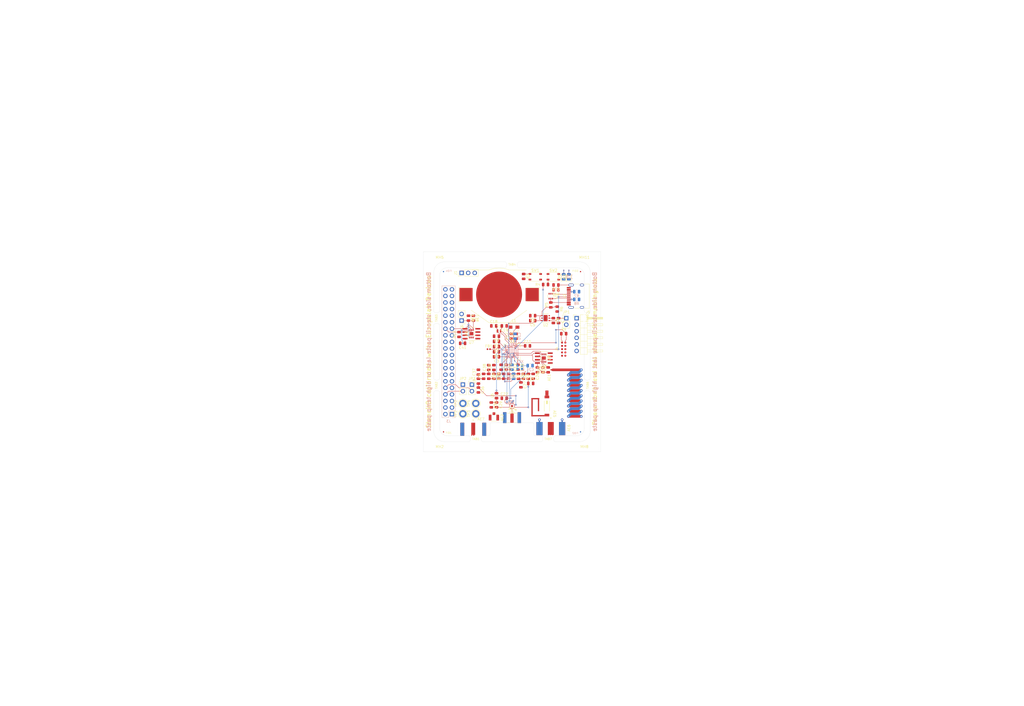
<source format=kicad_pcb>
(kicad_pcb (version 20171130) (host pcbnew 5.1.5+dfsg1-2build2)

  (general
    (thickness 1.6)
    (drawings 95)
    (tracks 333)
    (zones 0)
    (modules 117)
    (nets 121)
  )

  (page A3)
  (title_block
    (date "15 nov 2012")
  )

  (layers
    (0 F.Cu signal)
    (1 In1.Cu signal)
    (2 In2.Cu signal)
    (31 B.Cu signal)
    (34 B.Paste user)
    (35 F.Paste user)
    (36 B.SilkS user)
    (37 F.SilkS user)
    (38 B.Mask user)
    (39 F.Mask user)
    (40 Dwgs.User user)
    (41 Cmts.User user)
    (44 Edge.Cuts user)
    (45 Margin user)
    (46 B.CrtYd user)
    (47 F.CrtYd user)
    (48 B.Fab user)
    (49 F.Fab user)
  )

  (setup
    (last_trace_width 0.127)
    (user_trace_width 0.1016)
    (user_trace_width 0.127)
    (user_trace_width 0.2)
    (trace_clearance 0.09)
    (zone_clearance 0.508)
    (zone_45_only no)
    (trace_min 0.09)
    (via_size 0.45)
    (via_drill 0.2)
    (via_min_size 0.45)
    (via_min_drill 0.2)
    (user_via 0.6 0.3)
    (uvia_size 0.45)
    (uvia_drill 0.1)
    (uvias_allowed no)
    (uvia_min_size 0.45)
    (uvia_min_drill 0.1)
    (edge_width 0.1)
    (segment_width 0.1)
    (pcb_text_width 0.25)
    (pcb_text_size 1 1)
    (mod_edge_width 0.15)
    (mod_text_size 1 1)
    (mod_text_width 0.15)
    (pad_size 2.5 2.5)
    (pad_drill 2.5)
    (pad_to_mask_clearance 0)
    (aux_axis_origin 0 0)
    (visible_elements 7FFFFFFF)
    (pcbplotparams
      (layerselection 0x00030_80000001)
      (usegerberextensions true)
      (usegerberattributes false)
      (usegerberadvancedattributes false)
      (creategerberjobfile false)
      (excludeedgelayer true)
      (linewidth 0.150000)
      (plotframeref false)
      (viasonmask false)
      (mode 1)
      (useauxorigin false)
      (hpglpennumber 1)
      (hpglpenspeed 20)
      (hpglpendiameter 15.000000)
      (psnegative false)
      (psa4output false)
      (plotreference true)
      (plotvalue true)
      (plotinvisibletext false)
      (padsonsilk false)
      (subtractmaskfromsilk false)
      (outputformat 1)
      (mirror false)
      (drillshape 1)
      (scaleselection 1)
      (outputdirectory ""))
  )

  (net 0 "")
  (net 1 GND)
  (net 2 "Net-(AE1-Pad1)")
  (net 3 /Sheet5F53D5B4/RFSWPWR)
  (net 4 "Net-(C8-Pad1)")
  (net 5 /Sheet5F53D5B4/POWAMP)
  (net 6 "Net-(C13-Pad1)")
  (net 7 /Sheet5F53D5B4/HFOUT)
  (net 8 +3V3)
  (net 9 "Net-(C29-Pad1)")
  (net 10 /Sheet5F53D5B4/UART_RX)
  (net 11 /Sheet5F53D5B4/UART_TX)
  (net 12 /Sheet5F53D5B4/HPOUT)
  (net 13 /Sheet5F53D5B4/HFIN)
  (net 14 /Sheet5F53D5B4/BANDSEL)
  (net 15 "Net-(XC1-Pad1)")
  (net 16 "Net-(BT1-Pad1)")
  (net 17 /Sheet5F53D5B4/USB_BUS)
  (net 18 "Net-(C33-Pad1)")
  (net 19 "Net-(C34-Pad1)")
  (net 20 /Sheet5F53D5B4/CMDRST)
  (net 21 "Net-(D1-Pad2)")
  (net 22 "Net-(D1-Pad1)")
  (net 23 "Net-(D2-Pad1)")
  (net 24 "Net-(D2-Pad2)")
  (net 25 /Sheet5F53D5B4/USB_P)
  (net 26 /Sheet5F53D5B4/USB_N)
  (net 27 /Sheet60040980/ID_SD)
  (net 28 /Sheet60040980/ID_SC)
  (net 29 /Sheet5F53D5B4/SWDCLK)
  (net 30 /Sheet60040980/SWDCLK)
  (net 31 "Net-(J3-Pad7)")
  (net 32 "Net-(J3-Pad8)")
  (net 33 "Net-(J4-Pad6)")
  (net 34 /Sheet5F53D5B4/CN_VBAT)
  (net 35 /Sheet5F53D5B4/I2C_SCL)
  (net 36 /Sheet5F53D5B4/I2C_SDA)
  (net 37 "Net-(TP3-Pad1)")
  (net 38 "Net-(TP4-Pad1)")
  (net 39 /Sheet5F53D5B4/XCEIV)
  (net 40 /Sheet5F53D5B4/CRYSTAL_XIN-RESERVED)
  (net 41 /Sheet5F53D5B4/CRYSTAL_XOUT-RESERVED)
  (net 42 "Net-(AE5-Pad2)")
  (net 43 "Net-(C1-Pad1)")
  (net 44 "Net-(C7-Pad1)")
  (net 45 "Net-(C14-Pad1)")
  (net 46 "Net-(C17-Pad1)")
  (net 47 "Net-(C18-Pad2)")
  (net 48 "Net-(C19-Pad2)")
  (net 49 "Net-(C23-Pad2)")
  (net 50 "Net-(C23-Pad1)")
  (net 51 "Net-(C24-Pad1)")
  (net 52 "Net-(C24-Pad2)")
  (net 53 "Net-(C29-Pad2)")
  (net 54 "Net-(C33-Pad2)")
  (net 55 "Net-(C35-Pad2)")
  (net 56 "Net-(C40-Pad1)")
  (net 57 "Net-(J2-PadB5)")
  (net 58 "Net-(J2-PadA8)")
  (net 59 "Net-(J2-PadA5)")
  (net 60 "Net-(J2-PadB8)")
  (net 61 "Net-(J2-PadA4)")
  (net 62 "Net-(J3-Pad2)")
  (net 63 "Net-(J3-Pad3)")
  (net 64 "Net-(J3-Pad4)")
  (net 65 "Net-(J3-Pad5)")
  (net 66 "Net-(J3-Pad10)")
  (net 67 "Net-(J3-Pad11)")
  (net 68 "Net-(J3-Pad12)")
  (net 69 "Net-(J3-Pad13)")
  (net 70 "Net-(J3-Pad15)")
  (net 71 "Net-(J3-Pad16)")
  (net 72 "Net-(J3-Pad18)")
  (net 73 "Net-(J3-Pad19)")
  (net 74 "Net-(J3-Pad21)")
  (net 75 "Net-(J3-Pad22)")
  (net 76 "Net-(J3-Pad23)")
  (net 77 "Net-(J3-Pad24)")
  (net 78 "Net-(J3-Pad26)")
  (net 79 "Net-(J3-Pad29)")
  (net 80 "Net-(J3-Pad31)")
  (net 81 "Net-(J3-Pad32)")
  (net 82 "Net-(J3-Pad33)")
  (net 83 "Net-(J3-Pad35)")
  (net 84 "Net-(J3-Pad36)")
  (net 85 "Net-(J3-Pad37)")
  (net 86 "Net-(J3-Pad38)")
  (net 87 "Net-(J3-Pad40)")
  (net 88 "Net-(J4-Pad7)")
  (net 89 "Net-(J4-Pad8)")
  (net 90 "Net-(J5-Pad2)")
  (net 91 "Net-(J5-Pad3)")
  (net 92 "Net-(J5-Pad6)")
  (net 93 "Net-(J6-Pad1)")
  (net 94 "Net-(L1-Pad2)")
  (net 95 "Net-(R3-Pad1)")
  (net 96 "Net-(R4-Pad1)")
  (net 97 "Net-(R4-Pad2)")
  (net 98 "Net-(U2-Pad5)")
  (net 99 "Net-(U3-PadG1)")
  (net 100 "Net-(U3-PadH1)")
  (net 101 "Net-(U3-PadE3)")
  (net 102 "Net-(U3-PadB4)")
  (net 103 "Net-(U3-PadE4)")
  (net 104 "Net-(U3-PadF4)")
  (net 105 "Net-(U3-PadE5)")
  (net 106 "Net-(U3-PadH6)")
  (net 107 "Net-(U3-PadC7)")
  (net 108 "Net-(U3-PadD7)")
  (net 109 "Net-(U3-PadH7)")
  (net 110 "Net-(U3-PadD8)")
  (net 111 "Net-(U5-Pad3)")
  (net 112 "Net-(U5-Pad4)")
  (net 113 "Net-(U8-Pad7)")
  (net 114 "Net-(U8-Pad3)")
  (net 115 "Net-(U8-Pad2)")
  (net 116 "Net-(U8-Pad1)")
  (net 117 "Net-(U9-Pad1)")
  (net 118 "Net-(U9-Pad2)")
  (net 119 "Net-(U9-Pad3)")
  (net 120 "Net-(U9-Pad7)")

  (net_class Default "This is the default net class."
    (clearance 0.09)
    (trace_width 0.09)
    (via_dia 0.45)
    (via_drill 0.2)
    (uvia_dia 0.45)
    (uvia_drill 0.1)
    (add_net +3V3)
    (add_net /Sheet5F53D5B4/BANDSEL)
    (add_net /Sheet5F53D5B4/CMDRST)
    (add_net /Sheet5F53D5B4/CN_VBAT)
    (add_net /Sheet5F53D5B4/CRYSTAL_XIN-RESERVED)
    (add_net /Sheet5F53D5B4/CRYSTAL_XOUT-RESERVED)
    (add_net /Sheet5F53D5B4/HFIN)
    (add_net /Sheet5F53D5B4/HFOUT)
    (add_net /Sheet5F53D5B4/HPOUT)
    (add_net /Sheet5F53D5B4/I2C_SCL)
    (add_net /Sheet5F53D5B4/I2C_SDA)
    (add_net /Sheet5F53D5B4/POWAMP)
    (add_net /Sheet5F53D5B4/RFSWPWR)
    (add_net /Sheet5F53D5B4/SWDCLK)
    (add_net /Sheet5F53D5B4/UART_RX)
    (add_net /Sheet5F53D5B4/UART_TX)
    (add_net /Sheet5F53D5B4/USB_BUS)
    (add_net /Sheet5F53D5B4/USB_N)
    (add_net /Sheet5F53D5B4/USB_P)
    (add_net /Sheet5F53D5B4/XCEIV)
    (add_net /Sheet60040980/ID_SC)
    (add_net /Sheet60040980/ID_SD)
    (add_net /Sheet60040980/SWDCLK)
    (add_net GND)
    (add_net "Net-(AE1-Pad1)")
    (add_net "Net-(AE5-Pad2)")
    (add_net "Net-(BT1-Pad1)")
    (add_net "Net-(C1-Pad1)")
    (add_net "Net-(C13-Pad1)")
    (add_net "Net-(C14-Pad1)")
    (add_net "Net-(C17-Pad1)")
    (add_net "Net-(C18-Pad2)")
    (add_net "Net-(C19-Pad2)")
    (add_net "Net-(C23-Pad1)")
    (add_net "Net-(C23-Pad2)")
    (add_net "Net-(C24-Pad1)")
    (add_net "Net-(C24-Pad2)")
    (add_net "Net-(C29-Pad1)")
    (add_net "Net-(C29-Pad2)")
    (add_net "Net-(C33-Pad1)")
    (add_net "Net-(C33-Pad2)")
    (add_net "Net-(C34-Pad1)")
    (add_net "Net-(C35-Pad2)")
    (add_net "Net-(C40-Pad1)")
    (add_net "Net-(C7-Pad1)")
    (add_net "Net-(C8-Pad1)")
    (add_net "Net-(D1-Pad1)")
    (add_net "Net-(D1-Pad2)")
    (add_net "Net-(D2-Pad1)")
    (add_net "Net-(D2-Pad2)")
    (add_net "Net-(J2-PadA4)")
    (add_net "Net-(J2-PadA5)")
    (add_net "Net-(J2-PadA8)")
    (add_net "Net-(J2-PadB5)")
    (add_net "Net-(J2-PadB8)")
    (add_net "Net-(J3-Pad10)")
    (add_net "Net-(J3-Pad11)")
    (add_net "Net-(J3-Pad12)")
    (add_net "Net-(J3-Pad13)")
    (add_net "Net-(J3-Pad15)")
    (add_net "Net-(J3-Pad16)")
    (add_net "Net-(J3-Pad18)")
    (add_net "Net-(J3-Pad19)")
    (add_net "Net-(J3-Pad2)")
    (add_net "Net-(J3-Pad21)")
    (add_net "Net-(J3-Pad22)")
    (add_net "Net-(J3-Pad23)")
    (add_net "Net-(J3-Pad24)")
    (add_net "Net-(J3-Pad26)")
    (add_net "Net-(J3-Pad29)")
    (add_net "Net-(J3-Pad3)")
    (add_net "Net-(J3-Pad31)")
    (add_net "Net-(J3-Pad32)")
    (add_net "Net-(J3-Pad33)")
    (add_net "Net-(J3-Pad35)")
    (add_net "Net-(J3-Pad36)")
    (add_net "Net-(J3-Pad37)")
    (add_net "Net-(J3-Pad38)")
    (add_net "Net-(J3-Pad4)")
    (add_net "Net-(J3-Pad40)")
    (add_net "Net-(J3-Pad5)")
    (add_net "Net-(J3-Pad7)")
    (add_net "Net-(J3-Pad8)")
    (add_net "Net-(J4-Pad6)")
    (add_net "Net-(J4-Pad7)")
    (add_net "Net-(J4-Pad8)")
    (add_net "Net-(J5-Pad2)")
    (add_net "Net-(J5-Pad3)")
    (add_net "Net-(J5-Pad6)")
    (add_net "Net-(J6-Pad1)")
    (add_net "Net-(L1-Pad2)")
    (add_net "Net-(R3-Pad1)")
    (add_net "Net-(R4-Pad1)")
    (add_net "Net-(R4-Pad2)")
    (add_net "Net-(TP3-Pad1)")
    (add_net "Net-(TP4-Pad1)")
    (add_net "Net-(U2-Pad5)")
    (add_net "Net-(U3-PadB4)")
    (add_net "Net-(U3-PadC7)")
    (add_net "Net-(U3-PadD7)")
    (add_net "Net-(U3-PadD8)")
    (add_net "Net-(U3-PadE3)")
    (add_net "Net-(U3-PadE4)")
    (add_net "Net-(U3-PadE5)")
    (add_net "Net-(U3-PadF4)")
    (add_net "Net-(U3-PadG1)")
    (add_net "Net-(U3-PadH1)")
    (add_net "Net-(U3-PadH6)")
    (add_net "Net-(U3-PadH7)")
    (add_net "Net-(U5-Pad3)")
    (add_net "Net-(U5-Pad4)")
    (add_net "Net-(U8-Pad1)")
    (add_net "Net-(U8-Pad2)")
    (add_net "Net-(U8-Pad3)")
    (add_net "Net-(U8-Pad7)")
    (add_net "Net-(U9-Pad1)")
    (add_net "Net-(U9-Pad2)")
    (add_net "Net-(U9-Pad3)")
    (add_net "Net-(U9-Pad7)")
    (add_net "Net-(XC1-Pad1)")
  )

  (net_class Power ""
    (clearance 0.2)
    (trace_width 0.5)
    (via_dia 1)
    (via_drill 0.7)
    (uvia_dia 0.5)
    (uvia_drill 0.1)
  )

  (module Elabdev:Panel_Mousetab_25mm_Single (layer F.Cu) (tedit 5CD9E502) (tstamp 5F680FEC)
    (at 224 181.75 90)
    (path /5CD9EB0D)
    (fp_text reference TAB7 (at 0 0) (layer F.SilkS)
      (effects (font (size 0.8 0.8) (thickness 0.13)))
    )
    (fp_text value Pantab (at 0 3.5 90) (layer F.Fab)
      (effects (font (size 1 1) (thickness 0.15)))
    )
    (fp_line (start 1.25 -2.2) (end 1.25 2.2) (layer F.Fab) (width 0.15))
    (fp_line (start -1.25 -2.2) (end -1.25 2.2) (layer F.Fab) (width 0.15))
    (fp_line (start 2.1 -2.6) (end 2.1 2.6) (layer F.CrtYd) (width 0.15))
    (fp_line (start 2.1 2.6) (end -2.1 2.6) (layer F.CrtYd) (width 0.15))
    (fp_line (start -2.1 2.6) (end -2.1 -2.6) (layer F.CrtYd) (width 0.15))
    (fp_line (start -2.1 -2.6) (end 2.1 -2.6) (layer F.CrtYd) (width 0.15))
    (pad "" np_thru_hole circle (at 1.35 2 90) (size 0.5 0.5) (drill 0.5) (layers *.Cu))
    (pad "" np_thru_hole circle (at 1.35 1.2 90) (size 0.5 0.5) (drill 0.5) (layers *.Cu))
    (pad "" np_thru_hole circle (at 1.35 0.4 90) (size 0.5 0.5) (drill 0.5) (layers *.Cu))
    (pad "" np_thru_hole circle (at 1.35 -0.4 90) (size 0.5 0.5) (drill 0.5) (layers *.Cu))
    (pad "" np_thru_hole circle (at 1.35 -1.2 90) (size 0.5 0.5) (drill 0.5) (layers *.Cu))
    (pad "" np_thru_hole circle (at 1.35 -2 90) (size 0.5 0.5) (drill 0.5) (layers *.Cu))
  )

  (module Elabdev:Panel_Mousetab_25mm_Single (layer F.Cu) (tedit 5CD9E59A) (tstamp 5F4C0A71)
    (at 210 114.25 270)
    (path /5CD5C3A7)
    (fp_text reference TAB4 (at 0 0 180) (layer F.SilkS)
      (effects (font (size 0.8 0.8) (thickness 0.13)))
    )
    (fp_text value Pantab (at 0 -3.5 270) (layer F.Fab)
      (effects (font (size 1 1) (thickness 0.15)))
    )
    (fp_line (start 1.25 -2.2) (end 1.25 2.2) (layer F.Fab) (width 0.15))
    (fp_line (start -1.25 -2.2) (end -1.25 2.2) (layer F.Fab) (width 0.15))
    (fp_line (start 2.1 -2.6) (end 2.1 2.6) (layer F.CrtYd) (width 0.15))
    (fp_line (start 2.1 2.6) (end -2.1 2.6) (layer F.CrtYd) (width 0.15))
    (fp_line (start -2.1 2.6) (end -2.1 -2.6) (layer F.CrtYd) (width 0.15))
    (fp_line (start -2.1 -2.6) (end 2.1 -2.6) (layer F.CrtYd) (width 0.15))
    (pad "" np_thru_hole circle (at 1.35 2 270) (size 0.5 0.5) (drill 0.5) (layers *.Cu))
    (pad "" np_thru_hole circle (at 1.35 1.2 270) (size 0.5 0.5) (drill 0.5) (layers *.Cu))
    (pad "" np_thru_hole circle (at 1.35 0.4 270) (size 0.5 0.5) (drill 0.5) (layers *.Cu))
    (pad "" np_thru_hole circle (at 1.35 -0.4 270) (size 0.5 0.5) (drill 0.5) (layers *.Cu))
    (pad "" np_thru_hole circle (at 1.35 -1.2 270) (size 0.5 0.5) (drill 0.5) (layers *.Cu))
    (pad "" np_thru_hole circle (at 1.35 -2 270) (size 0.5 0.5) (drill 0.5) (layers *.Cu))
  )

  (module Elabdev:Panel_Mousetab_25mm_Single (layer F.Cu) (tedit 5CD9E502) (tstamp 5CE1C45C)
    (at 196 181.75 90)
    (path /5CD9EB0D)
    (fp_text reference TAB1 (at 0 0) (layer F.SilkS)
      (effects (font (size 0.8 0.8) (thickness 0.13)))
    )
    (fp_text value Pantab (at 0 3.5 90) (layer F.Fab)
      (effects (font (size 1 1) (thickness 0.15)))
    )
    (fp_line (start -2.1 -2.6) (end 2.1 -2.6) (layer F.CrtYd) (width 0.15))
    (fp_line (start -2.1 2.6) (end -2.1 -2.6) (layer F.CrtYd) (width 0.15))
    (fp_line (start 2.1 2.6) (end -2.1 2.6) (layer F.CrtYd) (width 0.15))
    (fp_line (start 2.1 -2.6) (end 2.1 2.6) (layer F.CrtYd) (width 0.15))
    (fp_line (start -1.25 -2.2) (end -1.25 2.2) (layer F.Fab) (width 0.15))
    (fp_line (start 1.25 -2.2) (end 1.25 2.2) (layer F.Fab) (width 0.15))
    (pad "" np_thru_hole circle (at 1.35 -2 90) (size 0.5 0.5) (drill 0.5) (layers *.Cu))
    (pad "" np_thru_hole circle (at 1.35 -1.2 90) (size 0.5 0.5) (drill 0.5) (layers *.Cu))
    (pad "" np_thru_hole circle (at 1.35 -0.4 90) (size 0.5 0.5) (drill 0.5) (layers *.Cu))
    (pad "" np_thru_hole circle (at 1.35 0.4 90) (size 0.5 0.5) (drill 0.5) (layers *.Cu))
    (pad "" np_thru_hole circle (at 1.35 1.2 90) (size 0.5 0.5) (drill 0.5) (layers *.Cu))
    (pad "" np_thru_hole circle (at 1.35 2 90) (size 0.5 0.5) (drill 0.5) (layers *.Cu))
  )

  (module Elabdev:Panel_Mousetab_25mm_Single (layer F.Cu) (tedit 5CD5AA6C) (tstamp 5F4C1007)
    (at 180.75 161)
    (path /5CD5C074)
    (fp_text reference TAB2 (at 0 0 90) (layer F.SilkS)
      (effects (font (size 0.8 0.8) (thickness 0.13)))
    )
    (fp_text value Pantab (at -2.5 0 -270) (layer F.Fab)
      (effects (font (size 1 1) (thickness 0.15)))
    )
    (fp_line (start -2.1 -2.6) (end 2.1 -2.6) (layer F.CrtYd) (width 0.15))
    (fp_line (start -2.1 2.6) (end -2.1 -2.6) (layer F.CrtYd) (width 0.15))
    (fp_line (start 2.1 2.6) (end -2.1 2.6) (layer F.CrtYd) (width 0.15))
    (fp_line (start 2.1 -2.6) (end 2.1 2.6) (layer F.CrtYd) (width 0.15))
    (fp_line (start -1.25 -2.2) (end -1.25 2.2) (layer F.Fab) (width 0.15))
    (fp_line (start 1.25 -2.2) (end 1.25 2.2) (layer F.Fab) (width 0.15))
    (pad "" np_thru_hole circle (at 1.35 -2) (size 0.5 0.5) (drill 0.5) (layers *.Cu))
    (pad "" np_thru_hole circle (at 1.35 -1.2) (size 0.5 0.5) (drill 0.5) (layers *.Cu))
    (pad "" np_thru_hole circle (at 1.35 -0.4) (size 0.5 0.5) (drill 0.5) (layers *.Cu))
    (pad "" np_thru_hole circle (at 1.35 0.4) (size 0.5 0.5) (drill 0.5) (layers *.Cu))
    (pad "" np_thru_hole circle (at 1.35 1.2) (size 0.5 0.5) (drill 0.5) (layers *.Cu))
    (pad "" np_thru_hole circle (at 1.35 2) (size 0.5 0.5) (drill 0.5) (layers *.Cu))
  )

  (module Elabdev:Panel_Mousetab_25mm_Single (layer F.Cu) (tedit 5CD5AA6C) (tstamp 5F4C1047)
    (at 180.75 135)
    (path /5CD5C074)
    (fp_text reference TAB3 (at 0 0 90) (layer F.SilkS)
      (effects (font (size 0.8 0.8) (thickness 0.13)))
    )
    (fp_text value Pantab (at -2.5 0 -270) (layer F.Fab)
      (effects (font (size 1 1) (thickness 0.15)))
    )
    (fp_line (start 1.25 -2.2) (end 1.25 2.2) (layer F.Fab) (width 0.15))
    (fp_line (start -1.25 -2.2) (end -1.25 2.2) (layer F.Fab) (width 0.15))
    (fp_line (start 2.1 -2.6) (end 2.1 2.6) (layer F.CrtYd) (width 0.15))
    (fp_line (start 2.1 2.6) (end -2.1 2.6) (layer F.CrtYd) (width 0.15))
    (fp_line (start -2.1 2.6) (end -2.1 -2.6) (layer F.CrtYd) (width 0.15))
    (fp_line (start -2.1 -2.6) (end 2.1 -2.6) (layer F.CrtYd) (width 0.15))
    (pad "" np_thru_hole circle (at 1.35 2) (size 0.5 0.5) (drill 0.5) (layers *.Cu))
    (pad "" np_thru_hole circle (at 1.35 1.2) (size 0.5 0.5) (drill 0.5) (layers *.Cu))
    (pad "" np_thru_hole circle (at 1.35 0.4) (size 0.5 0.5) (drill 0.5) (layers *.Cu))
    (pad "" np_thru_hole circle (at 1.35 -0.4) (size 0.5 0.5) (drill 0.5) (layers *.Cu))
    (pad "" np_thru_hole circle (at 1.35 -1.2) (size 0.5 0.5) (drill 0.5) (layers *.Cu))
    (pad "" np_thru_hole circle (at 1.35 -2) (size 0.5 0.5) (drill 0.5) (layers *.Cu))
  )

  (module Elabdev:Panel_Mousetab_25mm_Single (layer F.Cu) (tedit 5CD5AA6C) (tstamp 5F4C108A)
    (at 239.25 135 180)
    (path /5CD5C074)
    (fp_text reference TAB5 (at 0 0 90) (layer F.SilkS)
      (effects (font (size 0.8 0.8) (thickness 0.13)))
    )
    (fp_text value Pantab (at -2.5 0 90) (layer F.Fab)
      (effects (font (size 1 1) (thickness 0.15)))
    )
    (fp_line (start 1.25 -2.2) (end 1.25 2.2) (layer F.Fab) (width 0.15))
    (fp_line (start -1.25 -2.2) (end -1.25 2.2) (layer F.Fab) (width 0.15))
    (fp_line (start 2.1 -2.6) (end 2.1 2.6) (layer F.CrtYd) (width 0.15))
    (fp_line (start 2.1 2.6) (end -2.1 2.6) (layer F.CrtYd) (width 0.15))
    (fp_line (start -2.1 2.6) (end -2.1 -2.6) (layer F.CrtYd) (width 0.15))
    (fp_line (start -2.1 -2.6) (end 2.1 -2.6) (layer F.CrtYd) (width 0.15))
    (pad "" np_thru_hole circle (at 1.35 2 180) (size 0.5 0.5) (drill 0.5) (layers *.Cu))
    (pad "" np_thru_hole circle (at 1.35 1.2 180) (size 0.5 0.5) (drill 0.5) (layers *.Cu))
    (pad "" np_thru_hole circle (at 1.35 0.4 180) (size 0.5 0.5) (drill 0.5) (layers *.Cu))
    (pad "" np_thru_hole circle (at 1.35 -0.4 180) (size 0.5 0.5) (drill 0.5) (layers *.Cu))
    (pad "" np_thru_hole circle (at 1.35 -1.2 180) (size 0.5 0.5) (drill 0.5) (layers *.Cu))
    (pad "" np_thru_hole circle (at 1.35 -2 180) (size 0.5 0.5) (drill 0.5) (layers *.Cu))
  )

  (module Elabdev:Panel_Mousetab_25mm_Single (layer F.Cu) (tedit 5CD5AA6C) (tstamp 5F4C1067)
    (at 239.25 161 180)
    (path /5CD5C074)
    (fp_text reference TAB6 (at 0 0 90) (layer F.SilkS)
      (effects (font (size 0.8 0.8) (thickness 0.13)))
    )
    (fp_text value Pantab (at -2.5 0 90) (layer F.Fab)
      (effects (font (size 1 1) (thickness 0.15)))
    )
    (fp_line (start -2.1 -2.6) (end 2.1 -2.6) (layer F.CrtYd) (width 0.15))
    (fp_line (start -2.1 2.6) (end -2.1 -2.6) (layer F.CrtYd) (width 0.15))
    (fp_line (start 2.1 2.6) (end -2.1 2.6) (layer F.CrtYd) (width 0.15))
    (fp_line (start 2.1 -2.6) (end 2.1 2.6) (layer F.CrtYd) (width 0.15))
    (fp_line (start -1.25 -2.2) (end -1.25 2.2) (layer F.Fab) (width 0.15))
    (fp_line (start 1.25 -2.2) (end 1.25 2.2) (layer F.Fab) (width 0.15))
    (pad "" np_thru_hole circle (at 1.35 -2 180) (size 0.5 0.5) (drill 0.5) (layers *.Cu))
    (pad "" np_thru_hole circle (at 1.35 -1.2 180) (size 0.5 0.5) (drill 0.5) (layers *.Cu))
    (pad "" np_thru_hole circle (at 1.35 -0.4 180) (size 0.5 0.5) (drill 0.5) (layers *.Cu))
    (pad "" np_thru_hole circle (at 1.35 0.4 180) (size 0.5 0.5) (drill 0.5) (layers *.Cu))
    (pad "" np_thru_hole circle (at 1.35 1.2 180) (size 0.5 0.5) (drill 0.5) (layers *.Cu))
    (pad "" np_thru_hole circle (at 1.35 2 180) (size 0.5 0.5) (drill 0.5) (layers *.Cu))
  )

  (module Connector_PinSocket_2.54mm:PinSocket_2x20_P2.54mm_Vertical (layer B.Cu) (tedit 5A19A433) (tstamp 5F683F15)
    (at 186.77 172.13)
    (descr "Through hole straight socket strip, 2x20, 2.54mm pitch, double cols (from Kicad 4.0.7), script generated")
    (tags "Through hole socket strip THT 2x20 2.54mm double row")
    (path /60040981/5F6A7FD9)
    (fp_text reference J3 (at -1.27 2.77) (layer B.SilkS)
      (effects (font (size 1 1) (thickness 0.15)) (justify mirror))
    )
    (fp_text value RPIHAT-40W (at -1.27 -51.03) (layer B.Fab)
      (effects (font (size 1 1) (thickness 0.15)) (justify mirror))
    )
    (fp_line (start -3.81 1.27) (end 0.27 1.27) (layer B.Fab) (width 0.1))
    (fp_line (start 0.27 1.27) (end 1.27 0.27) (layer B.Fab) (width 0.1))
    (fp_line (start 1.27 0.27) (end 1.27 -49.53) (layer B.Fab) (width 0.1))
    (fp_line (start 1.27 -49.53) (end -3.81 -49.53) (layer B.Fab) (width 0.1))
    (fp_line (start -3.81 -49.53) (end -3.81 1.27) (layer B.Fab) (width 0.1))
    (fp_line (start -3.87 1.33) (end -1.27 1.33) (layer B.SilkS) (width 0.12))
    (fp_line (start -3.87 1.33) (end -3.87 -49.59) (layer B.SilkS) (width 0.12))
    (fp_line (start -3.87 -49.59) (end 1.33 -49.59) (layer B.SilkS) (width 0.12))
    (fp_line (start 1.33 -1.27) (end 1.33 -49.59) (layer B.SilkS) (width 0.12))
    (fp_line (start -1.27 -1.27) (end 1.33 -1.27) (layer B.SilkS) (width 0.12))
    (fp_line (start -1.27 1.33) (end -1.27 -1.27) (layer B.SilkS) (width 0.12))
    (fp_line (start 1.33 1.33) (end 1.33 0) (layer B.SilkS) (width 0.12))
    (fp_line (start 0 1.33) (end 1.33 1.33) (layer B.SilkS) (width 0.12))
    (fp_line (start -4.34 1.8) (end 1.76 1.8) (layer B.CrtYd) (width 0.05))
    (fp_line (start 1.76 1.8) (end 1.76 -50) (layer B.CrtYd) (width 0.05))
    (fp_line (start 1.76 -50) (end -4.34 -50) (layer B.CrtYd) (width 0.05))
    (fp_line (start -4.34 -50) (end -4.34 1.8) (layer B.CrtYd) (width 0.05))
    (fp_text user %R (at -1.27 -24.13 -90) (layer B.Fab)
      (effects (font (size 1 1) (thickness 0.15)) (justify mirror))
    )
    (pad 1 thru_hole rect (at 0 0) (size 1.7 1.7) (drill 1) (layers *.Cu *.Mask)
      (net 8 +3V3))
    (pad 2 thru_hole oval (at -2.54 0) (size 1.7 1.7) (drill 1) (layers *.Cu *.Mask)
      (net 62 "Net-(J3-Pad2)"))
    (pad 3 thru_hole oval (at 0 -2.54) (size 1.7 1.7) (drill 1) (layers *.Cu *.Mask)
      (net 63 "Net-(J3-Pad3)"))
    (pad 4 thru_hole oval (at -2.54 -2.54) (size 1.7 1.7) (drill 1) (layers *.Cu *.Mask)
      (net 64 "Net-(J3-Pad4)"))
    (pad 5 thru_hole oval (at 0 -5.08) (size 1.7 1.7) (drill 1) (layers *.Cu *.Mask)
      (net 65 "Net-(J3-Pad5)"))
    (pad 6 thru_hole oval (at -2.54 -5.08) (size 1.7 1.7) (drill 1) (layers *.Cu *.Mask)
      (net 1 GND))
    (pad 7 thru_hole oval (at 0 -7.62) (size 1.7 1.7) (drill 1) (layers *.Cu *.Mask)
      (net 31 "Net-(J3-Pad7)"))
    (pad 8 thru_hole oval (at -2.54 -7.62) (size 1.7 1.7) (drill 1) (layers *.Cu *.Mask)
      (net 32 "Net-(J3-Pad8)"))
    (pad 9 thru_hole oval (at 0 -10.16) (size 1.7 1.7) (drill 1) (layers *.Cu *.Mask)
      (net 1 GND))
    (pad 10 thru_hole oval (at -2.54 -10.16) (size 1.7 1.7) (drill 1) (layers *.Cu *.Mask)
      (net 66 "Net-(J3-Pad10)"))
    (pad 11 thru_hole oval (at 0 -12.7) (size 1.7 1.7) (drill 1) (layers *.Cu *.Mask)
      (net 67 "Net-(J3-Pad11)"))
    (pad 12 thru_hole oval (at -2.54 -12.7) (size 1.7 1.7) (drill 1) (layers *.Cu *.Mask)
      (net 68 "Net-(J3-Pad12)"))
    (pad 13 thru_hole oval (at 0 -15.24) (size 1.7 1.7) (drill 1) (layers *.Cu *.Mask)
      (net 69 "Net-(J3-Pad13)"))
    (pad 14 thru_hole oval (at -2.54 -15.24) (size 1.7 1.7) (drill 1) (layers *.Cu *.Mask)
      (net 1 GND))
    (pad 15 thru_hole oval (at 0 -17.78) (size 1.7 1.7) (drill 1) (layers *.Cu *.Mask)
      (net 70 "Net-(J3-Pad15)"))
    (pad 16 thru_hole oval (at -2.54 -17.78) (size 1.7 1.7) (drill 1) (layers *.Cu *.Mask)
      (net 71 "Net-(J3-Pad16)"))
    (pad 17 thru_hole oval (at 0 -20.32) (size 1.7 1.7) (drill 1) (layers *.Cu *.Mask)
      (net 8 +3V3))
    (pad 18 thru_hole oval (at -2.54 -20.32) (size 1.7 1.7) (drill 1) (layers *.Cu *.Mask)
      (net 72 "Net-(J3-Pad18)"))
    (pad 19 thru_hole oval (at 0 -22.86) (size 1.7 1.7) (drill 1) (layers *.Cu *.Mask)
      (net 73 "Net-(J3-Pad19)"))
    (pad 20 thru_hole oval (at -2.54 -22.86) (size 1.7 1.7) (drill 1) (layers *.Cu *.Mask)
      (net 1 GND))
    (pad 21 thru_hole oval (at 0 -25.4) (size 1.7 1.7) (drill 1) (layers *.Cu *.Mask)
      (net 74 "Net-(J3-Pad21)"))
    (pad 22 thru_hole oval (at -2.54 -25.4) (size 1.7 1.7) (drill 1) (layers *.Cu *.Mask)
      (net 75 "Net-(J3-Pad22)"))
    (pad 23 thru_hole oval (at 0 -27.94) (size 1.7 1.7) (drill 1) (layers *.Cu *.Mask)
      (net 76 "Net-(J3-Pad23)"))
    (pad 24 thru_hole oval (at -2.54 -27.94) (size 1.7 1.7) (drill 1) (layers *.Cu *.Mask)
      (net 77 "Net-(J3-Pad24)"))
    (pad 25 thru_hole oval (at 0 -30.48) (size 1.7 1.7) (drill 1) (layers *.Cu *.Mask)
      (net 1 GND))
    (pad 26 thru_hole oval (at -2.54 -30.48) (size 1.7 1.7) (drill 1) (layers *.Cu *.Mask)
      (net 78 "Net-(J3-Pad26)"))
    (pad 27 thru_hole oval (at 0 -33.02) (size 1.7 1.7) (drill 1) (layers *.Cu *.Mask)
      (net 27 /Sheet60040980/ID_SD))
    (pad 28 thru_hole oval (at -2.54 -33.02) (size 1.7 1.7) (drill 1) (layers *.Cu *.Mask)
      (net 28 /Sheet60040980/ID_SC))
    (pad 29 thru_hole oval (at 0 -35.56) (size 1.7 1.7) (drill 1) (layers *.Cu *.Mask)
      (net 79 "Net-(J3-Pad29)"))
    (pad 30 thru_hole oval (at -2.54 -35.56) (size 1.7 1.7) (drill 1) (layers *.Cu *.Mask)
      (net 1 GND))
    (pad 31 thru_hole oval (at 0 -38.1) (size 1.7 1.7) (drill 1) (layers *.Cu *.Mask)
      (net 80 "Net-(J3-Pad31)"))
    (pad 32 thru_hole oval (at -2.54 -38.1) (size 1.7 1.7) (drill 1) (layers *.Cu *.Mask)
      (net 81 "Net-(J3-Pad32)"))
    (pad 33 thru_hole oval (at 0 -40.64) (size 1.7 1.7) (drill 1) (layers *.Cu *.Mask)
      (net 82 "Net-(J3-Pad33)"))
    (pad 34 thru_hole oval (at -2.54 -40.64) (size 1.7 1.7) (drill 1) (layers *.Cu *.Mask)
      (net 1 GND))
    (pad 35 thru_hole oval (at 0 -43.18) (size 1.7 1.7) (drill 1) (layers *.Cu *.Mask)
      (net 83 "Net-(J3-Pad35)"))
    (pad 36 thru_hole oval (at -2.54 -43.18) (size 1.7 1.7) (drill 1) (layers *.Cu *.Mask)
      (net 84 "Net-(J3-Pad36)"))
    (pad 37 thru_hole oval (at 0 -45.72) (size 1.7 1.7) (drill 1) (layers *.Cu *.Mask)
      (net 85 "Net-(J3-Pad37)"))
    (pad 38 thru_hole oval (at -2.54 -45.72) (size 1.7 1.7) (drill 1) (layers *.Cu *.Mask)
      (net 86 "Net-(J3-Pad38)"))
    (pad 39 thru_hole oval (at 0 -48.26) (size 1.7 1.7) (drill 1) (layers *.Cu *.Mask)
      (net 1 GND))
    (pad 40 thru_hole oval (at -2.54 -48.26) (size 1.7 1.7) (drill 1) (layers *.Cu *.Mask)
      (net 87 "Net-(J3-Pad40)"))
    (model ${KISYS3DMOD}/Connector_PinSocket_2.54mm.3dshapes/PinSocket_2x20_P2.54mm_Vertical.wrl
      (at (xyz 0 0 0))
      (scale (xyz 1 1 1))
      (rotate (xyz 0 0 0))
    )
  )

  (module RF_Antenna:Texas_SWRA416_868MHz_915MHz (layer F.Cu) (tedit 5CF40AFD) (tstamp 5F686F31)
    (at 231 164 270)
    (descr http://www.ti.com/lit/an/swra416/swra416.pdf)
    (tags "PCB antenna")
    (path /5F5C0728/60008187)
    (attr smd)
    (fp_text reference AE1 (at -6 6.6 90) (layer F.SilkS)
      (effects (font (size 1 1) (thickness 0.15)))
    )
    (fp_text value Antenna (at 0.1 -7.6 90) (layer F.Fab)
      (effects (font (size 1 1) (thickness 0.15)))
    )
    (fp_line (start 9.7 2.1) (end 6.2 5.7) (layer Dwgs.User) (width 0.12))
    (fp_line (start 9.7 0.1) (end 4.3 5.7) (layer Dwgs.User) (width 0.12))
    (fp_line (start 9.7 -1.9) (end 2.3 5.7) (layer Dwgs.User) (width 0.12))
    (fp_line (start 9.7 -3.9) (end 0.2 5.7) (layer Dwgs.User) (width 0.12))
    (fp_line (start 9.7 -5.9) (end -1.8 5.7) (layer Dwgs.User) (width 0.12))
    (fp_line (start 8.3 -6.5) (end -3.8 5.7) (layer Dwgs.User) (width 0.12))
    (fp_line (start 6.3 -6.5) (end -5.8 5.7) (layer Dwgs.User) (width 0.12))
    (fp_line (start 4.3 -6.5) (end -7.8 5.7) (layer Dwgs.User) (width 0.12))
    (fp_line (start -9.7 5.5) (end 2.3 -6.5) (layer Dwgs.User) (width 0.12))
    (fp_line (start -9.7 3.5) (end 0.3 -6.5) (layer Dwgs.User) (width 0.12))
    (fp_line (start -9.7 1.5) (end -1.7 -6.5) (layer Dwgs.User) (width 0.12))
    (fp_line (start -9.7 -0.5) (end -3.7 -6.5) (layer Dwgs.User) (width 0.12))
    (fp_line (start -9.7 -2.5) (end -5.7 -6.5) (layer Dwgs.User) (width 0.12))
    (fp_line (start -9.7 -4.5) (end -7.7 -6.5) (layer Dwgs.User) (width 0.12))
    (fp_line (start 9.7 -6.5) (end -9.7 -6.5) (layer Dwgs.User) (width 0.15))
    (fp_line (start 9.7 5.7) (end 9.7 -6.5) (layer Dwgs.User) (width 0.15))
    (fp_line (start -9.7 5.7) (end 9.7 5.7) (layer Dwgs.User) (width 0.15))
    (fp_line (start -9.7 -6.5) (end -9.7 5.7) (layer Dwgs.User) (width 0.15))
    (fp_line (start 7 -5.8) (end 8 -4.8) (layer B.Cu) (width 1))
    (fp_line (start 8 -1.8) (end 9 -0.8) (layer B.Cu) (width 1))
    (fp_line (start 8 -4.8) (end 8 -1.8) (layer B.Cu) (width 1))
    (fp_line (start 9 -5.8) (end 9 -0.8) (layer F.Cu) (width 1))
    (fp_line (start 5 -5.8) (end 6 -4.8) (layer B.Cu) (width 1))
    (fp_line (start 6 -1.8) (end 7 -0.8) (layer B.Cu) (width 1))
    (fp_line (start 6 -4.8) (end 6 -1.8) (layer B.Cu) (width 1))
    (fp_line (start 7 -5.8) (end 7 -0.8) (layer F.Cu) (width 1))
    (fp_line (start 3 -5.8) (end 4 -4.8) (layer B.Cu) (width 1))
    (fp_line (start 4 -1.8) (end 5 -0.8) (layer B.Cu) (width 1))
    (fp_line (start 4 -4.8) (end 4 -1.8) (layer B.Cu) (width 1))
    (fp_line (start 5 -5.8) (end 5 -0.8) (layer F.Cu) (width 1))
    (fp_line (start 1 -5.8) (end 2 -4.8) (layer B.Cu) (width 1))
    (fp_line (start 2 -1.8) (end 3 -0.8) (layer B.Cu) (width 1))
    (fp_line (start 2 -4.8) (end 2 -1.8) (layer B.Cu) (width 1))
    (fp_line (start 3 -5.8) (end 3 -0.8) (layer F.Cu) (width 1))
    (fp_line (start -1 -5.8) (end 0 -4.8) (layer B.Cu) (width 1))
    (fp_line (start 0 -1.8) (end 1 -0.8) (layer B.Cu) (width 1))
    (fp_line (start 0 -4.8) (end 0 -1.8) (layer B.Cu) (width 1))
    (fp_line (start 1 -5.8) (end 1 -0.8) (layer F.Cu) (width 1))
    (fp_line (start -3 -5.8) (end -2 -4.8) (layer B.Cu) (width 1))
    (fp_line (start -2 -1.8) (end -1 -0.8) (layer B.Cu) (width 1))
    (fp_line (start -2 -4.8) (end -2 -1.8) (layer B.Cu) (width 1))
    (fp_line (start -1 -5.8) (end -1 -0.8) (layer F.Cu) (width 1))
    (fp_line (start -4 -4.8) (end -4 -1.8) (layer B.Cu) (width 1))
    (fp_line (start -5 -5.8) (end -4 -4.8) (layer B.Cu) (width 1))
    (fp_line (start -4 -1.8) (end -3 -0.8) (layer B.Cu) (width 1))
    (fp_line (start -3 -5.8) (end -3 -0.8) (layer F.Cu) (width 1))
    (fp_line (start -6 -4.8) (end -6 -1.8) (layer B.Cu) (width 1))
    (fp_line (start -7 -5.8) (end -6 -4.8) (layer B.Cu) (width 1))
    (fp_line (start -6 -1.8) (end -5 -0.8) (layer B.Cu) (width 1))
    (fp_line (start -5 -5.8) (end -5 -0.8) (layer F.Cu) (width 1))
    (fp_line (start -7 -5.8) (end -7 -0.8) (layer F.Cu) (width 1))
    (fp_line (start -9 5.2) (end -9 -5.8) (layer F.Cu) (width 1))
    (fp_line (start -9 -5.8) (end -8 -4.8) (layer B.Cu) (width 1))
    (fp_line (start -8 -4.8) (end -8 -1.8) (layer B.Cu) (width 1))
    (fp_line (start -8 -1.8) (end -7 -0.8) (layer B.Cu) (width 1))
    (fp_line (start 9.7 4.1) (end 8.2 5.7) (layer Dwgs.User) (width 0.12))
    (fp_line (start -9.9 -6.7) (end -9.9 5.9) (layer F.CrtYd) (width 0.05))
    (fp_line (start -9.9 5.9) (end 9.9 5.9) (layer F.CrtYd) (width 0.05))
    (fp_line (start 9.9 5.9) (end 9.9 -6.7) (layer F.CrtYd) (width 0.05))
    (fp_line (start 9.9 -6.7) (end -9.9 -6.7) (layer F.CrtYd) (width 0.05))
    (fp_line (start 9.9 -6.7) (end -9.9 -6.7) (layer B.CrtYd) (width 0.05))
    (fp_line (start 9.9 5.9) (end 9.9 -6.7) (layer B.CrtYd) (width 0.05))
    (fp_line (start -9.9 -6.7) (end -9.9 5.9) (layer B.CrtYd) (width 0.05))
    (fp_line (start -9.9 5.9) (end 9.9 5.9) (layer B.CrtYd) (width 0.05))
    (fp_text user "KEEP-OUT ZONE" (at 1 -2.8 90) (layer Cmts.User)
      (effects (font (size 1 1) (thickness 0.15)))
    )
    (fp_text user "No metal, traces or " (at 1 0.2 90) (layer Cmts.User)
      (effects (font (size 1 1) (thickness 0.15)))
    )
    (fp_text user "any components on" (at 1 2.2 90) (layer Cmts.User)
      (effects (font (size 1 1) (thickness 0.15)))
    )
    (fp_text user " any PCB layer." (at 1 4.2 90) (layer Cmts.User)
      (effects (font (size 1 1) (thickness 0.15)))
    )
    (fp_text user %R (at -0.4 6.6 90) (layer F.Fab)
      (effects (font (size 1 1) (thickness 0.15)))
    )
    (pad "" thru_hole circle (at 9 -0.8 90) (size 1 1) (drill 0.4) (layers *.Cu))
    (pad "" thru_hole circle (at 9 -5.8 90) (size 1 1) (drill 0.4) (layers *.Cu))
    (pad "" thru_hole circle (at 7 -5.8 90) (size 1 1) (drill 0.4) (layers *.Cu))
    (pad "" thru_hole circle (at 7 -0.8 90) (size 1 1) (drill 0.4) (layers *.Cu))
    (pad "" thru_hole circle (at 5 -0.8 90) (size 1 1) (drill 0.4) (layers *.Cu))
    (pad "" thru_hole circle (at 5 -5.8 90) (size 1 1) (drill 0.4) (layers *.Cu))
    (pad "" thru_hole circle (at 3 -0.8 90) (size 1 1) (drill 0.4) (layers *.Cu))
    (pad "" thru_hole circle (at 3 -5.8 90) (size 1 1) (drill 0.4) (layers *.Cu))
    (pad "" thru_hole circle (at 1 -5.8 90) (size 1 1) (drill 0.4) (layers *.Cu))
    (pad "" thru_hole circle (at 1 -0.8 90) (size 1 1) (drill 0.4) (layers *.Cu))
    (pad "" thru_hole circle (at -1 -0.8 90) (size 1 1) (drill 0.4) (layers *.Cu))
    (pad "" thru_hole circle (at -1 -5.8 90) (size 1 1) (drill 0.4) (layers *.Cu))
    (pad "" thru_hole circle (at -3 -5.8 90) (size 1 1) (drill 0.4) (layers *.Cu))
    (pad "" thru_hole circle (at -3 -0.8 90) (size 1 1) (drill 0.4) (layers *.Cu))
    (pad "" thru_hole circle (at -5 -0.8 90) (size 1 1) (drill 0.4) (layers *.Cu))
    (pad "" thru_hole circle (at -5 -5.8 90) (size 1 1) (drill 0.4) (layers *.Cu))
    (pad "" thru_hole circle (at -7 -5.8 90) (size 1 1) (drill 0.4) (layers *.Cu))
    (pad "" thru_hole circle (at -7 -0.8 90) (size 1 1) (drill 0.4) (layers *.Cu))
    (pad "" thru_hole circle (at -9 -5.8 90) (size 1 1) (drill 0.4) (layers *.Cu))
    (pad 1 smd trapezoid (at -9 5.9 90) (size 0.4 0.8) (rect_delta 0 0.3 ) (layers F.Cu)
      (net 2 "Net-(AE1-Pad1)"))
  )

  (module Connector_Coaxial:U.FL_Hirose_U.FL-R-SMT-1_Vertical (layer F.Cu) (tedit 5A1DBFC3) (tstamp 5F686F5E)
    (at 203 173 270)
    (descr "Hirose U.FL Coaxial https://www.hirose.com/product/en/products/U.FL/U.FL-R-SMT-1%2810%29/")
    (tags "Hirose U.FL Coaxial")
    (path /5F5C0728/5F5D6D7C)
    (attr smd)
    (fp_text reference AE2 (at 0.475 -3.2 90) (layer F.SilkS)
      (effects (font (size 1 1) (thickness 0.15)))
    )
    (fp_text value Antenna_Shield (at 0.475 3.2 90) (layer F.Fab)
      (effects (font (size 1 1) (thickness 0.15)))
    )
    (fp_text user %R (at 0.475 0) (layer F.Fab)
      (effects (font (size 0.6 0.6) (thickness 0.09)))
    )
    (fp_line (start -2.02 1) (end -2.02 -1) (layer F.CrtYd) (width 0.05))
    (fp_line (start -1.32 1) (end -2.02 1) (layer F.CrtYd) (width 0.05))
    (fp_line (start 2.08 1.8) (end 2.28 1.8) (layer F.CrtYd) (width 0.05))
    (fp_line (start 2.08 2.5) (end 2.08 1.8) (layer F.CrtYd) (width 0.05))
    (fp_line (start 2.28 1.8) (end 2.28 -1.8) (layer F.CrtYd) (width 0.05))
    (fp_line (start -1.32 1.8) (end -1.12 1.8) (layer F.CrtYd) (width 0.05))
    (fp_line (start -1.12 2.5) (end -1.12 1.8) (layer F.CrtYd) (width 0.05))
    (fp_line (start 2.08 2.5) (end -1.12 2.5) (layer F.CrtYd) (width 0.05))
    (fp_line (start 1.835 -1.35) (end 1.835 1.35) (layer F.SilkS) (width 0.12))
    (fp_line (start -0.885 -0.76) (end -1.515 -0.76) (layer F.SilkS) (width 0.12))
    (fp_line (start -0.885 1.4) (end -0.885 0.76) (layer F.SilkS) (width 0.12))
    (fp_line (start -0.925 -0.3) (end -1.075 -0.15) (layer F.Fab) (width 0.1))
    (fp_line (start 1.775 -1.3) (end 1.375 -1.3) (layer F.Fab) (width 0.1))
    (fp_line (start 1.375 -1.5) (end 1.375 -1.3) (layer F.Fab) (width 0.1))
    (fp_line (start -0.425 -1.5) (end 1.375 -1.5) (layer F.Fab) (width 0.1))
    (fp_line (start 1.775 -1.3) (end 1.775 1.3) (layer F.Fab) (width 0.1))
    (fp_line (start 1.775 1.3) (end 1.375 1.3) (layer F.Fab) (width 0.1))
    (fp_line (start 1.375 1.5) (end 1.375 1.3) (layer F.Fab) (width 0.1))
    (fp_line (start -0.425 1.5) (end 1.375 1.5) (layer F.Fab) (width 0.1))
    (fp_line (start -0.425 -1.3) (end -0.825 -1.3) (layer F.Fab) (width 0.1))
    (fp_line (start -0.425 -1.5) (end -0.425 -1.3) (layer F.Fab) (width 0.1))
    (fp_line (start -0.825 -0.3) (end -0.825 -1.3) (layer F.Fab) (width 0.1))
    (fp_line (start -0.925 -0.3) (end -0.825 -0.3) (layer F.Fab) (width 0.1))
    (fp_line (start -1.075 0.3) (end -1.075 -0.15) (layer F.Fab) (width 0.1))
    (fp_line (start -1.075 0.3) (end -0.825 0.3) (layer F.Fab) (width 0.1))
    (fp_line (start -0.825 0.3) (end -0.825 1.3) (layer F.Fab) (width 0.1))
    (fp_line (start -0.425 1.3) (end -0.825 1.3) (layer F.Fab) (width 0.1))
    (fp_line (start -0.425 1.5) (end -0.425 1.3) (layer F.Fab) (width 0.1))
    (fp_line (start -0.885 -1.4) (end -0.885 -0.76) (layer F.SilkS) (width 0.12))
    (fp_line (start 2.08 -1.8) (end 2.28 -1.8) (layer F.CrtYd) (width 0.05))
    (fp_line (start 2.08 -1.8) (end 2.08 -2.5) (layer F.CrtYd) (width 0.05))
    (fp_line (start -1.32 -1) (end -1.32 -1.8) (layer F.CrtYd) (width 0.05))
    (fp_line (start 2.08 -2.5) (end -1.12 -2.5) (layer F.CrtYd) (width 0.05))
    (fp_line (start -1.12 -1.8) (end -1.12 -2.5) (layer F.CrtYd) (width 0.05))
    (fp_line (start -1.32 -1.8) (end -1.12 -1.8) (layer F.CrtYd) (width 0.05))
    (fp_line (start -1.32 1.8) (end -1.32 1) (layer F.CrtYd) (width 0.05))
    (fp_line (start -1.32 -1) (end -2.02 -1) (layer F.CrtYd) (width 0.05))
    (pad 2 smd rect (at 0.475 1.475 270) (size 2.2 1.05) (layers F.Cu F.Paste F.Mask)
      (net 1 GND))
    (pad 1 smd rect (at -1.05 0 270) (size 1.05 1) (layers F.Cu F.Paste F.Mask)
      (net 2 "Net-(AE1-Pad1)"))
    (pad 2 smd rect (at 0.475 -1.475 270) (size 2.2 1.05) (layers F.Cu F.Paste F.Mask)
      (net 1 GND))
    (model ${KISYS3DMOD}/Connector_Coaxial.3dshapes/U.FL_Hirose_U.FL-R-SMT-1_Vertical.wrl
      (offset (xyz 0.4749999928262157 0 0))
      (scale (xyz 1 1 1))
      (rotate (xyz 0 0 0))
    )
  )

  (module Connector_Coaxial:SMA_Samtec_SMA-J-P-X-ST-EM1_EdgeMount (layer F.Cu) (tedit 5DAA3454) (tstamp 5F686FA8)
    (at 210 173.5)
    (descr "Connector SMA, 0Hz to 20GHz, 50Ohm, Edge Mount (http://suddendocs.samtec.com/prints/sma-j-p-x-st-em1-mkt.pdf)")
    (tags "SMA Straight Samtec Edge Mount")
    (path /5F5C0728/6000659E)
    (attr smd)
    (fp_text reference AE4 (at 0 -3.5) (layer F.SilkS)
      (effects (font (size 1 1) (thickness 0.15)))
    )
    (fp_text value Antenna_Shield (at 0 13) (layer F.Fab)
      (effects (font (size 1 1) (thickness 0.15)))
    )
    (fp_line (start -0.25 -2.76) (end 0 -2.26) (layer F.SilkS) (width 0.12))
    (fp_line (start 0.25 -2.76) (end -0.25 -2.76) (layer F.SilkS) (width 0.12))
    (fp_line (start 0 -2.26) (end 0.25 -2.76) (layer F.SilkS) (width 0.12))
    (fp_line (start 0 3.1) (end -0.64 2.1) (layer F.Fab) (width 0.1))
    (fp_line (start 0.64 2.1) (end 0 3.1) (layer F.Fab) (width 0.1))
    (fp_text user %R (at 0 4.79 180) (layer F.Fab)
      (effects (font (size 1 1) (thickness 0.15)))
    )
    (fp_line (start 4 2.6) (end 4 -2.6) (layer F.CrtYd) (width 0.05))
    (fp_line (start 3.68 12.12) (end -3.68 12.12) (layer F.CrtYd) (width 0.05))
    (fp_line (start -4 2.6) (end -4 -2.6) (layer F.CrtYd) (width 0.05))
    (fp_line (start -4 -2.6) (end 4 -2.6) (layer F.CrtYd) (width 0.05))
    (fp_line (start 4 2.6) (end 4 -2.6) (layer B.CrtYd) (width 0.05))
    (fp_line (start 3.68 12.12) (end -3.68 12.12) (layer B.CrtYd) (width 0.05))
    (fp_line (start -4 2.6) (end -4 -2.6) (layer B.CrtYd) (width 0.05))
    (fp_line (start -4 -2.6) (end 4 -2.6) (layer B.CrtYd) (width 0.05))
    (fp_line (start 3.165 11.62) (end -3.165 11.62) (layer F.Fab) (width 0.1))
    (fp_line (start 3.175 -1.71) (end 3.175 11.62) (layer F.Fab) (width 0.1))
    (fp_line (start 3.175 -1.71) (end 2.365 -1.71) (layer F.Fab) (width 0.1))
    (fp_line (start 2.365 -1.71) (end 2.365 2.1) (layer F.Fab) (width 0.1))
    (fp_line (start 2.365 2.1) (end -2.365 2.1) (layer F.Fab) (width 0.1))
    (fp_line (start -2.365 2.1) (end -2.365 -1.71) (layer F.Fab) (width 0.1))
    (fp_line (start -2.365 -1.71) (end -3.175 -1.71) (layer F.Fab) (width 0.1))
    (fp_line (start -3.175 -1.71) (end -3.175 11.62) (layer F.Fab) (width 0.1))
    (fp_line (start 4.1 2.1) (end -4.1 2.1) (layer Dwgs.User) (width 0.1))
    (fp_text user "PCB Edge" (at 0 2.6) (layer Dwgs.User)
      (effects (font (size 0.5 0.5) (thickness 0.1)))
    )
    (fp_line (start -3.68 2.6) (end -4 2.6) (layer F.CrtYd) (width 0.05))
    (fp_line (start -3.68 12.12) (end -3.68 2.6) (layer F.CrtYd) (width 0.05))
    (fp_line (start 3.68 2.6) (end 4 2.6) (layer F.CrtYd) (width 0.05))
    (fp_line (start 3.68 2.6) (end 3.68 12.12) (layer F.CrtYd) (width 0.05))
    (fp_line (start -3.68 2.6) (end -4 2.6) (layer B.CrtYd) (width 0.05))
    (fp_line (start -3.68 12.12) (end -3.68 2.6) (layer B.CrtYd) (width 0.05))
    (fp_line (start 4 2.6) (end 3.68 2.6) (layer B.CrtYd) (width 0.05))
    (fp_line (start 3.68 2.6) (end 3.68 12.12) (layer B.CrtYd) (width 0.05))
    (fp_line (start -1.95 2) (end -0.84 2) (layer F.SilkS) (width 0.12))
    (fp_line (start 0.84 2) (end 1.95 2) (layer F.SilkS) (width 0.12))
    (fp_line (start -1.95 -1.71) (end -0.84 -1.71) (layer F.SilkS) (width 0.12))
    (fp_line (start 0.84 -1.71) (end 1.95 -1.71) (layer F.SilkS) (width 0.12))
    (fp_text user "Board Thickness: 1.57mm" (at 0 -5.45) (layer Cmts.User)
      (effects (font (size 1 1) (thickness 0.15)))
    )
    (pad 2 smd rect (at -2.825 0) (size 1.35 4.2) (layers B.Cu B.Paste B.Mask)
      (net 1 GND))
    (pad 2 smd rect (at 2.825 0) (size 1.35 4.2) (layers B.Cu B.Paste B.Mask)
      (net 1 GND))
    (pad 2 smd rect (at -2.825 0) (size 1.35 4.2) (layers F.Cu F.Paste F.Mask)
      (net 1 GND))
    (pad 2 smd rect (at 2.825 0) (size 1.35 4.2) (layers F.Cu F.Paste F.Mask)
      (net 1 GND))
    (pad 1 smd rect (at 0 0.2) (size 1.27 3.6) (layers F.Cu F.Paste F.Mask)
      (net 2 "Net-(AE1-Pad1)"))
    (model ${KISYS3DMOD}/Connector_Coaxial.3dshapes/SMA_Samtec_SMA-J-P-X-ST-EM1_EdgeMount.wrl
      (at (xyz 0 0 0))
      (scale (xyz 1 1 1))
      (rotate (xyz 0 0 0))
    )
  )

  (module Connector_Coaxial:SMA_Molex_73251-1153_EdgeMount_Horizontal (layer F.Cu) (tedit 5A1B666F) (tstamp 5F686FE6)
    (at 225 176 90)
    (descr "Molex SMA RF Connectors, Edge Mount, (http://www.molex.com/pdm_docs/sd/732511150_sd.pdf)")
    (tags "sma edge")
    (path /5F5C0728/60006A31)
    (attr smd)
    (fp_text reference AE6 (at -1.5 7 90) (layer F.SilkS)
      (effects (font (size 1 1) (thickness 0.15)))
    )
    (fp_text value Antenna_Shield (at -1.72 -7.11 90) (layer F.Fab)
      (effects (font (size 1 1) (thickness 0.15)))
    )
    (fp_text user %R (at -1.5 7 90) (layer F.Fab)
      (effects (font (size 1 1) (thickness 0.15)))
    )
    (fp_line (start 2.5 0.25) (end 2.5 -0.25) (layer F.Fab) (width 0.1))
    (fp_line (start 2 0) (end 2.5 0.25) (layer F.Fab) (width 0.1))
    (fp_line (start 2.5 -0.25) (end 2 0) (layer F.Fab) (width 0.1))
    (fp_line (start 2.5 0.25) (end 2 0) (layer F.SilkS) (width 0.12))
    (fp_line (start 2.5 -0.25) (end 2.5 0.25) (layer F.SilkS) (width 0.12))
    (fp_line (start 2 0) (end 2.5 -0.25) (layer F.SilkS) (width 0.12))
    (fp_line (start -4.76 -0.38) (end 0.49 -0.38) (layer F.Fab) (width 0.1))
    (fp_line (start -4.76 0.38) (end 0.49 0.38) (layer F.Fab) (width 0.1))
    (fp_line (start 0.49 -0.38) (end 0.49 0.38) (layer F.Fab) (width 0.1))
    (fp_line (start 0.49 3.75) (end 0.49 4.76) (layer F.Fab) (width 0.1))
    (fp_line (start 0.49 -4.76) (end 0.49 -3.75) (layer F.Fab) (width 0.1))
    (fp_line (start -14.29 -6.09) (end -14.29 6.09) (layer F.CrtYd) (width 0.05))
    (fp_line (start -14.29 6.09) (end 2.71 6.09) (layer F.CrtYd) (width 0.05))
    (fp_line (start 2.71 -6.09) (end 2.71 6.09) (layer B.CrtYd) (width 0.05))
    (fp_line (start -14.29 -6.09) (end 2.71 -6.09) (layer B.CrtYd) (width 0.05))
    (fp_line (start -14.29 -6.09) (end -14.29 6.09) (layer B.CrtYd) (width 0.05))
    (fp_line (start -14.29 6.09) (end 2.71 6.09) (layer B.CrtYd) (width 0.05))
    (fp_line (start 2.71 -6.09) (end 2.71 6.09) (layer F.CrtYd) (width 0.05))
    (fp_line (start 2.71 -6.09) (end -14.29 -6.09) (layer F.CrtYd) (width 0.05))
    (fp_line (start -4.76 -3.75) (end 0.49 -3.75) (layer F.Fab) (width 0.1))
    (fp_line (start -4.76 3.75) (end 0.49 3.75) (layer F.Fab) (width 0.1))
    (fp_line (start -13.79 -2.65) (end -5.91 -2.65) (layer F.Fab) (width 0.1))
    (fp_line (start -13.79 -2.65) (end -13.79 2.65) (layer F.Fab) (width 0.1))
    (fp_line (start -13.79 2.65) (end -5.91 2.65) (layer F.Fab) (width 0.1))
    (fp_line (start -4.76 -3.75) (end -4.76 3.75) (layer F.Fab) (width 0.1))
    (fp_line (start 0.49 -4.76) (end -5.91 -4.76) (layer F.Fab) (width 0.1))
    (fp_line (start -5.91 -4.76) (end -5.91 4.76) (layer F.Fab) (width 0.1))
    (fp_line (start -5.91 4.76) (end 0.49 4.76) (layer F.Fab) (width 0.1))
    (pad 1 smd rect (at -1.72 0 90) (size 5.08 2.29) (layers F.Cu F.Paste F.Mask)
      (net 2 "Net-(AE1-Pad1)"))
    (pad 2 smd rect (at -1.72 -4.38 90) (size 5.08 2.42) (layers F.Cu F.Paste F.Mask)
      (net 1 GND))
    (pad 2 smd rect (at -1.72 4.38 90) (size 5.08 2.42) (layers F.Cu F.Paste F.Mask)
      (net 1 GND))
    (pad 2 smd rect (at -1.72 -4.38 90) (size 5.08 2.42) (layers B.Cu B.Paste B.Mask)
      (net 1 GND))
    (pad 2 smd rect (at -1.72 4.38 90) (size 5.08 2.42) (layers B.Cu B.Paste B.Mask)
      (net 1 GND))
    (pad 2 thru_hole circle (at 1.72 -4.38 90) (size 0.97 0.97) (drill 0.46) (layers *.Cu)
      (net 1 GND))
    (pad 2 thru_hole circle (at 1.72 4.38 90) (size 0.97 0.97) (drill 0.46) (layers *.Cu)
      (net 1 GND))
    (pad 2 smd rect (at 1.27 -4.38 90) (size 0.95 0.46) (layers F.Cu)
      (net 1 GND))
    (pad 2 smd rect (at 1.27 4.38 90) (size 0.95 0.46) (layers F.Cu)
      (net 1 GND))
    (pad 2 smd rect (at 1.27 -4.38 90) (size 0.95 0.46) (layers B.Cu)
      (net 1 GND))
    (pad 2 smd rect (at 1.27 4.38 90) (size 0.95 0.46) (layers B.Cu)
      (net 1 GND))
    (model ${KISYS3DMOD}/Connector_Coaxial.3dshapes/SMA_Molex_73251-1153_EdgeMount_Horizontal.wrl
      (at (xyz 0 0 0))
      (scale (xyz 1 1 1))
      (rotate (xyz 0 0 0))
    )
  )

  (module Connector_Coaxial:SMA_Amphenol_132289_EdgeMount (layer F.Cu) (tedit 5A1C1810) (tstamp 5F687009)
    (at 195 178 270)
    (descr http://www.amphenolrf.com/132289.html)
    (tags SMA)
    (path /5F5C0728/6000721D)
    (attr smd)
    (fp_text reference AE7 (at -3.96 -3) (layer F.SilkS)
      (effects (font (size 1 1) (thickness 0.15)))
    )
    (fp_text value Antenna_Shield (at 5 6 90) (layer F.Fab)
      (effects (font (size 1 1) (thickness 0.15)))
    )
    (fp_line (start -3.71 0.25) (end -3.21 0) (layer F.SilkS) (width 0.12))
    (fp_line (start -3.71 -0.25) (end -3.71 0.25) (layer F.SilkS) (width 0.12))
    (fp_line (start -3.21 0) (end -3.71 -0.25) (layer F.SilkS) (width 0.12))
    (fp_line (start 3.54 0) (end 2.54 0.75) (layer F.Fab) (width 0.1))
    (fp_line (start 2.54 -0.75) (end 3.54 0) (layer F.Fab) (width 0.1))
    (fp_text user %R (at 4.79 0 180) (layer F.Fab)
      (effects (font (size 1 1) (thickness 0.15)))
    )
    (fp_line (start 14.47 -5.58) (end -3.04 -5.58) (layer F.CrtYd) (width 0.05))
    (fp_line (start 14.47 -5.58) (end 14.47 5.58) (layer F.CrtYd) (width 0.05))
    (fp_line (start 14.47 5.58) (end -3.04 5.58) (layer F.CrtYd) (width 0.05))
    (fp_line (start -3.04 5.58) (end -3.04 -5.58) (layer F.CrtYd) (width 0.05))
    (fp_line (start 14.47 -5.58) (end -3.04 -5.58) (layer B.CrtYd) (width 0.05))
    (fp_line (start 14.47 -5.58) (end 14.47 5.58) (layer B.CrtYd) (width 0.05))
    (fp_line (start 14.47 5.58) (end -3.04 5.58) (layer B.CrtYd) (width 0.05))
    (fp_line (start -3.04 5.58) (end -3.04 -5.58) (layer B.CrtYd) (width 0.05))
    (fp_line (start 4.445 -3.81) (end 13.97 -3.81) (layer F.Fab) (width 0.1))
    (fp_line (start 13.97 -3.81) (end 13.97 3.81) (layer F.Fab) (width 0.1))
    (fp_line (start 13.97 3.81) (end 4.445 3.81) (layer F.Fab) (width 0.1))
    (fp_line (start 4.445 5.08) (end 4.445 3.81) (layer F.Fab) (width 0.1))
    (fp_line (start 4.445 -3.81) (end 4.445 -5.08) (layer F.Fab) (width 0.1))
    (fp_line (start -1.91 -5.08) (end 4.445 -5.08) (layer F.Fab) (width 0.1))
    (fp_line (start -1.91 -5.08) (end -1.91 -3.81) (layer F.Fab) (width 0.1))
    (fp_line (start -1.91 -3.81) (end 2.54 -3.81) (layer F.Fab) (width 0.1))
    (fp_line (start 2.54 -3.81) (end 2.54 3.81) (layer F.Fab) (width 0.1))
    (fp_line (start 2.54 3.81) (end -1.91 3.81) (layer F.Fab) (width 0.1))
    (fp_line (start -1.91 3.81) (end -1.91 5.08) (layer F.Fab) (width 0.1))
    (fp_line (start -1.91 5.08) (end 4.445 5.08) (layer F.Fab) (width 0.1))
    (pad 2 smd rect (at 0 4.25) (size 1.5 5.08) (layers B.Cu B.Paste B.Mask)
      (net 1 GND))
    (pad 2 smd rect (at 0 -4.25) (size 1.5 5.08) (layers B.Cu B.Paste B.Mask)
      (net 1 GND))
    (pad 2 smd rect (at 0 4.25) (size 1.5 5.08) (layers F.Cu F.Paste F.Mask)
      (net 1 GND))
    (pad 2 smd rect (at 0 -4.25) (size 1.5 5.08) (layers F.Cu F.Paste F.Mask)
      (net 1 GND))
    (pad 1 smd rect (at 0 0) (size 1.5 5.08) (layers F.Cu F.Paste F.Mask)
      (net 2 "Net-(AE1-Pad1)"))
    (model ${KISYS3DMOD}/Connector_Coaxial.3dshapes/SMA_Amphenol_132289_EdgeMount.wrl
      (at (xyz 0 0 0))
      (scale (xyz 1 1 1))
      (rotate (xyz 0 0 0))
    )
  )

  (module Battery:BatteryHolder_Keystone_3002_1x2032 (layer F.Cu) (tedit 5D9C7E9A) (tstamp 5F68703C)
    (at 205 125.875)
    (descr https://www.tme.eu/it/Document/a823211ec201a9e209042d155fe22d2b/KEYS2996.pdf)
    (tags "BR2016 CR2016 DL2016 BR2020 CL2020 BR2025 CR2025 DL2025 DR2032 CR2032 DL2032")
    (path /5F53D5B5/5FA3E7CA)
    (attr smd)
    (fp_text reference BT1 (at -9.15 9.7) (layer F.SilkS)
      (effects (font (size 1 1) (thickness 0.15)))
    )
    (fp_text value Battery_Cell (at 0 -11) (layer F.Fab)
      (effects (font (size 1 1) (thickness 0.15)))
    )
    (fp_text user %R (at -9.15 9.7) (layer F.Fab)
      (effects (font (size 1 1) (thickness 0.15)))
    )
    (fp_line (start 15.55 -2.75) (end 10.75 -2.75) (layer F.SilkS) (width 0.12))
    (fp_line (start 15.55 2.75) (end 15.55 -2.75) (layer F.SilkS) (width 0.12))
    (fp_line (start 10.75 2.75) (end 15.55 2.75) (layer F.SilkS) (width 0.12))
    (fp_line (start -15.55 2.75) (end -10.75 2.75) (layer F.SilkS) (width 0.12))
    (fp_line (start -15.55 -2.75) (end -15.55 2.75) (layer F.SilkS) (width 0.12))
    (fp_line (start -10.75 -2.75) (end -15.55 -2.75) (layer F.SilkS) (width 0.12))
    (fp_line (start -15.85 3.05) (end -15.85 -3.05) (layer F.CrtYd) (width 0.05))
    (fp_line (start -11.05 3.05) (end -15.85 3.05) (layer F.CrtYd) (width 0.05))
    (fp_line (start -11.05 6.35) (end -11.05 3.05) (layer F.CrtYd) (width 0.05))
    (fp_line (start -4.3 11.1) (end -11.05 6.35) (layer F.CrtYd) (width 0.05))
    (fp_line (start 4.3 11.1) (end -4.3 11.1) (layer F.CrtYd) (width 0.05))
    (fp_line (start 11.05 6.35) (end 4.3 11.1) (layer F.CrtYd) (width 0.05))
    (fp_line (start 11.05 3.05) (end 11.05 6.35) (layer F.CrtYd) (width 0.05))
    (fp_line (start 15.85 3.05) (end 11.05 3.05) (layer F.CrtYd) (width 0.05))
    (fp_line (start 15.85 -3.05) (end 15.85 3.05) (layer F.CrtYd) (width 0.05))
    (fp_line (start 11.05 -3.05) (end 15.85 -3.05) (layer F.CrtYd) (width 0.05))
    (fp_line (start 11.05 -9.8) (end 11.05 -3.05) (layer F.CrtYd) (width 0.05))
    (fp_line (start 11.05 -9.8) (end 3.9 -9.8) (layer F.CrtYd) (width 0.05))
    (fp_arc (start 0 0) (end 3.9 -9.8) (angle -43.40107348) (layer F.CrtYd) (width 0.05))
    (fp_line (start -11.05 -9.8) (end -3.9 -9.8) (layer F.CrtYd) (width 0.05))
    (fp_line (start -11.05 -3.05) (end -11.05 -9.8) (layer F.CrtYd) (width 0.05))
    (fp_line (start -15.85 -3.05) (end -11.05 -3.05) (layer F.CrtYd) (width 0.05))
    (fp_line (start 10.55 -9.5) (end 3.85 -9.5) (layer F.SilkS) (width 0.12))
    (fp_arc (start 0 0) (end 3.85 -9.5) (angle -44.1) (layer F.SilkS) (width 0.12))
    (fp_line (start -10.55 -9.5) (end -3.85 -9.5) (layer F.SilkS) (width 0.12))
    (fp_circle (center 0 0) (end 10 0) (layer Dwgs.User) (width 0.2))
    (fp_line (start 10.55 5.9) (end 3.8 10.6) (layer F.Fab) (width 0.1))
    (fp_line (start 3.95 10.85) (end 10.75 6.05) (layer F.SilkS) (width 0.12))
    (fp_line (start -3.95 10.85) (end 3.95 10.85) (layer F.SilkS) (width 0.12))
    (fp_line (start -10.8 6.05) (end -3.95 10.85) (layer F.SilkS) (width 0.12))
    (fp_line (start -10.55 5.85) (end -3.8 10.6) (layer F.Fab) (width 0.1))
    (fp_line (start -10.55 -2.55) (end -10.55 -9.3) (layer F.Fab) (width 0.1))
    (fp_line (start 10.55 -9.3) (end -10.55 -9.3) (layer F.Fab) (width 0.1))
    (fp_line (start 10.55 -2.55) (end 10.55 -9.3) (layer F.Fab) (width 0.1))
    (fp_line (start 15.35 -2.55) (end 10.55 -2.55) (layer F.Fab) (width 0.1))
    (fp_line (start 15.35 2.55) (end 15.35 -2.55) (layer F.Fab) (width 0.1))
    (fp_line (start 10.55 2.55) (end 15.35 2.55) (layer F.Fab) (width 0.1))
    (fp_line (start -3.8 10.6) (end 3.8 10.6) (layer F.Fab) (width 0.1))
    (fp_line (start 10.55 2.55) (end 10.55 5.9) (layer F.Fab) (width 0.1))
    (fp_line (start -10.55 2.55) (end -10.55 5.85) (layer F.Fab) (width 0.1))
    (fp_line (start -15.35 -2.55) (end -10.55 -2.55) (layer F.Fab) (width 0.1))
    (fp_line (start -15.35 2.55) (end -10.55 2.55) (layer F.Fab) (width 0.1))
    (fp_line (start -15.35 -2.55) (end -15.35 2.55) (layer F.Fab) (width 0.1))
    (pad 1 smd rect (at 12.8 0) (size 5.1 5.1) (layers F.Cu F.Paste F.Mask)
      (net 16 "Net-(BT1-Pad1)"))
    (pad 1 smd rect (at -12.8 0) (size 5.1 5.1) (layers F.Cu F.Paste F.Mask)
      (net 16 "Net-(BT1-Pad1)"))
    (pad 2 smd circle (at 0 0) (size 17.8 17.8) (layers F.Cu F.Mask)
      (net 1 GND))
    (model ${KISYS3DMOD}/Battery.3dshapes/BatteryHolder_Keystone_3002_1x2032.wrl
      (at (xyz 0 0 0))
      (scale (xyz 1 1 1))
      (rotate (xyz 0 0 0))
    )
  )

  (module Capacitor_SMD:C_0805_2012Metric (layer F.Cu) (tedit 5B36C52B) (tstamp 5F68704D)
    (at 207 166)
    (descr "Capacitor SMD 0805 (2012 Metric), square (rectangular) end terminal, IPC_7351 nominal, (Body size source: https://docs.google.com/spreadsheets/d/1BsfQQcO9C6DZCsRaXUlFlo91Tg2WpOkGARC1WS5S8t0/edit?usp=sharing), generated with kicad-footprint-generator")
    (tags capacitor)
    (path /5F5C0728/5F5D6D8A)
    (attr smd)
    (fp_text reference C22 (at 0 -1.65) (layer F.SilkS)
      (effects (font (size 1 1) (thickness 0.15)))
    )
    (fp_text value 1nF (at 0 1.65) (layer F.Fab)
      (effects (font (size 1 1) (thickness 0.15)))
    )
    (fp_text user %R (at 0 0) (layer F.Fab)
      (effects (font (size 0.5 0.5) (thickness 0.08)))
    )
    (fp_line (start 1.68 0.95) (end -1.68 0.95) (layer F.CrtYd) (width 0.05))
    (fp_line (start 1.68 -0.95) (end 1.68 0.95) (layer F.CrtYd) (width 0.05))
    (fp_line (start -1.68 -0.95) (end 1.68 -0.95) (layer F.CrtYd) (width 0.05))
    (fp_line (start -1.68 0.95) (end -1.68 -0.95) (layer F.CrtYd) (width 0.05))
    (fp_line (start -0.258578 0.71) (end 0.258578 0.71) (layer F.SilkS) (width 0.12))
    (fp_line (start -0.258578 -0.71) (end 0.258578 -0.71) (layer F.SilkS) (width 0.12))
    (fp_line (start 1 0.6) (end -1 0.6) (layer F.Fab) (width 0.1))
    (fp_line (start 1 -0.6) (end 1 0.6) (layer F.Fab) (width 0.1))
    (fp_line (start -1 -0.6) (end 1 -0.6) (layer F.Fab) (width 0.1))
    (fp_line (start -1 0.6) (end -1 -0.6) (layer F.Fab) (width 0.1))
    (pad 2 smd roundrect (at 0.9375 0) (size 0.975 1.4) (layers F.Cu F.Paste F.Mask) (roundrect_rratio 0.25)
      (net 3 /Sheet5F53D5B4/RFSWPWR))
    (pad 1 smd roundrect (at -0.9375 0) (size 0.975 1.4) (layers F.Cu F.Paste F.Mask) (roundrect_rratio 0.25)
      (net 1 GND))
    (model ${KISYS3DMOD}/Capacitor_SMD.3dshapes/C_0805_2012Metric.wrl
      (at (xyz 0 0 0))
      (scale (xyz 1 1 1))
      (rotate (xyz 0 0 0))
    )
  )

  (module Capacitor_SMD:C_0805_2012Metric (layer F.Cu) (tedit 5B36C52B) (tstamp 5F68706F)
    (at 212.5 157.5 270)
    (descr "Capacitor SMD 0805 (2012 Metric), square (rectangular) end terminal, IPC_7351 nominal, (Body size source: https://docs.google.com/spreadsheets/d/1BsfQQcO9C6DZCsRaXUlFlo91Tg2WpOkGARC1WS5S8t0/edit?usp=sharing), generated with kicad-footprint-generator")
    (tags capacitor)
    (path /5F5C0728/5F5D6E33)
    (attr smd)
    (fp_text reference C24 (at 0 -1.65 90) (layer F.SilkS)
      (effects (font (size 1 1) (thickness 0.15)))
    )
    (fp_text value 18pF (at 0 1.65 90) (layer F.Fab)
      (effects (font (size 1 1) (thickness 0.15)))
    )
    (fp_line (start -1 0.6) (end -1 -0.6) (layer F.Fab) (width 0.1))
    (fp_line (start -1 -0.6) (end 1 -0.6) (layer F.Fab) (width 0.1))
    (fp_line (start 1 -0.6) (end 1 0.6) (layer F.Fab) (width 0.1))
    (fp_line (start 1 0.6) (end -1 0.6) (layer F.Fab) (width 0.1))
    (fp_line (start -0.258578 -0.71) (end 0.258578 -0.71) (layer F.SilkS) (width 0.12))
    (fp_line (start -0.258578 0.71) (end 0.258578 0.71) (layer F.SilkS) (width 0.12))
    (fp_line (start -1.68 0.95) (end -1.68 -0.95) (layer F.CrtYd) (width 0.05))
    (fp_line (start -1.68 -0.95) (end 1.68 -0.95) (layer F.CrtYd) (width 0.05))
    (fp_line (start 1.68 -0.95) (end 1.68 0.95) (layer F.CrtYd) (width 0.05))
    (fp_line (start 1.68 0.95) (end -1.68 0.95) (layer F.CrtYd) (width 0.05))
    (fp_text user %R (at 0 0 90) (layer F.Fab)
      (effects (font (size 0.5 0.5) (thickness 0.08)))
    )
    (pad 1 smd roundrect (at -0.9375 0 270) (size 0.975 1.4) (layers F.Cu F.Paste F.Mask) (roundrect_rratio 0.25)
      (net 51 "Net-(C24-Pad1)"))
    (pad 2 smd roundrect (at 0.9375 0 270) (size 0.975 1.4) (layers F.Cu F.Paste F.Mask) (roundrect_rratio 0.25)
      (net 52 "Net-(C24-Pad2)"))
    (model ${KISYS3DMOD}/Capacitor_SMD.3dshapes/C_0805_2012Metric.wrl
      (at (xyz 0 0 0))
      (scale (xyz 1 1 1))
      (rotate (xyz 0 0 0))
    )
  )

  (module Capacitor_SMD:C_0805_2012Metric (layer F.Cu) (tedit 5B36C52B) (tstamp 5F687080)
    (at 217.2375 160.25)
    (descr "Capacitor SMD 0805 (2012 Metric), square (rectangular) end terminal, IPC_7351 nominal, (Body size source: https://docs.google.com/spreadsheets/d/1BsfQQcO9C6DZCsRaXUlFlo91Tg2WpOkGARC1WS5S8t0/edit?usp=sharing), generated with kicad-footprint-generator")
    (tags capacitor)
    (path /5F5C0728/5F5D6E48)
    (attr smd)
    (fp_text reference C25 (at 0 -1.65) (layer F.SilkS)
      (effects (font (size 1 1) (thickness 0.15)))
    )
    (fp_text value 3,3pF (at 0 1.65) (layer F.Fab)
      (effects (font (size 1 1) (thickness 0.15)))
    )
    (fp_line (start -1 0.6) (end -1 -0.6) (layer F.Fab) (width 0.1))
    (fp_line (start -1 -0.6) (end 1 -0.6) (layer F.Fab) (width 0.1))
    (fp_line (start 1 -0.6) (end 1 0.6) (layer F.Fab) (width 0.1))
    (fp_line (start 1 0.6) (end -1 0.6) (layer F.Fab) (width 0.1))
    (fp_line (start -0.258578 -0.71) (end 0.258578 -0.71) (layer F.SilkS) (width 0.12))
    (fp_line (start -0.258578 0.71) (end 0.258578 0.71) (layer F.SilkS) (width 0.12))
    (fp_line (start -1.68 0.95) (end -1.68 -0.95) (layer F.CrtYd) (width 0.05))
    (fp_line (start -1.68 -0.95) (end 1.68 -0.95) (layer F.CrtYd) (width 0.05))
    (fp_line (start 1.68 -0.95) (end 1.68 0.95) (layer F.CrtYd) (width 0.05))
    (fp_line (start 1.68 0.95) (end -1.68 0.95) (layer F.CrtYd) (width 0.05))
    (fp_text user %R (at 0 0) (layer F.Fab)
      (effects (font (size 0.5 0.5) (thickness 0.08)))
    )
    (pad 1 smd roundrect (at -0.9375 0) (size 0.975 1.4) (layers F.Cu F.Paste F.Mask) (roundrect_rratio 0.25)
      (net 49 "Net-(C23-Pad2)"))
    (pad 2 smd roundrect (at 0.9375 0) (size 0.975 1.4) (layers F.Cu F.Paste F.Mask) (roundrect_rratio 0.25)
      (net 1 GND))
    (model ${KISYS3DMOD}/Capacitor_SMD.3dshapes/C_0805_2012Metric.wrl
      (at (xyz 0 0 0))
      (scale (xyz 1 1 1))
      (rotate (xyz 0 0 0))
    )
  )

  (module Capacitor_SMD:C_0805_2012Metric (layer F.Cu) (tedit 5B36C52B) (tstamp 5F687091)
    (at 218.2 157.5 270)
    (descr "Capacitor SMD 0805 (2012 Metric), square (rectangular) end terminal, IPC_7351 nominal, (Body size source: https://docs.google.com/spreadsheets/d/1BsfQQcO9C6DZCsRaXUlFlo91Tg2WpOkGARC1WS5S8t0/edit?usp=sharing), generated with kicad-footprint-generator")
    (tags capacitor)
    (path /5F5C0728/5F5D6E50)
    (attr smd)
    (fp_text reference C26 (at 0 -1.65 90) (layer F.SilkS)
      (effects (font (size 1 1) (thickness 0.15)))
    )
    (fp_text value 5,6pF (at 0 1.65 90) (layer F.Fab)
      (effects (font (size 1 1) (thickness 0.15)))
    )
    (fp_text user %R (at 0 0 90) (layer F.Fab)
      (effects (font (size 0.5 0.5) (thickness 0.08)))
    )
    (fp_line (start 1.68 0.95) (end -1.68 0.95) (layer F.CrtYd) (width 0.05))
    (fp_line (start 1.68 -0.95) (end 1.68 0.95) (layer F.CrtYd) (width 0.05))
    (fp_line (start -1.68 -0.95) (end 1.68 -0.95) (layer F.CrtYd) (width 0.05))
    (fp_line (start -1.68 0.95) (end -1.68 -0.95) (layer F.CrtYd) (width 0.05))
    (fp_line (start -0.258578 0.71) (end 0.258578 0.71) (layer F.SilkS) (width 0.12))
    (fp_line (start -0.258578 -0.71) (end 0.258578 -0.71) (layer F.SilkS) (width 0.12))
    (fp_line (start 1 0.6) (end -1 0.6) (layer F.Fab) (width 0.1))
    (fp_line (start 1 -0.6) (end 1 0.6) (layer F.Fab) (width 0.1))
    (fp_line (start -1 -0.6) (end 1 -0.6) (layer F.Fab) (width 0.1))
    (fp_line (start -1 0.6) (end -1 -0.6) (layer F.Fab) (width 0.1))
    (pad 2 smd roundrect (at 0.9375 0 270) (size 0.975 1.4) (layers F.Cu F.Paste F.Mask) (roundrect_rratio 0.25)
      (net 1 GND))
    (pad 1 smd roundrect (at -0.9375 0 270) (size 0.975 1.4) (layers F.Cu F.Paste F.Mask) (roundrect_rratio 0.25)
      (net 50 "Net-(C23-Pad1)"))
    (model ${KISYS3DMOD}/Capacitor_SMD.3dshapes/C_0805_2012Metric.wrl
      (at (xyz 0 0 0))
      (scale (xyz 1 1 1))
      (rotate (xyz 0 0 0))
    )
  )

  (module Capacitor_SMD:C_0805_2012Metric (layer F.Cu) (tedit 5B36C52B) (tstamp 5F6870A2)
    (at 213.45 160.8 270)
    (descr "Capacitor SMD 0805 (2012 Metric), square (rectangular) end terminal, IPC_7351 nominal, (Body size source: https://docs.google.com/spreadsheets/d/1BsfQQcO9C6DZCsRaXUlFlo91Tg2WpOkGARC1WS5S8t0/edit?usp=sharing), generated with kicad-footprint-generator")
    (tags capacitor)
    (path /5F5C0728/5F5D6E57)
    (attr smd)
    (fp_text reference C27 (at 0 -1.65 90) (layer F.SilkS)
      (effects (font (size 1 1) (thickness 0.15)))
    )
    (fp_text value 3,3pF (at 0 1.65 90) (layer F.Fab)
      (effects (font (size 1 1) (thickness 0.15)))
    )
    (fp_line (start -1 0.6) (end -1 -0.6) (layer F.Fab) (width 0.1))
    (fp_line (start -1 -0.6) (end 1 -0.6) (layer F.Fab) (width 0.1))
    (fp_line (start 1 -0.6) (end 1 0.6) (layer F.Fab) (width 0.1))
    (fp_line (start 1 0.6) (end -1 0.6) (layer F.Fab) (width 0.1))
    (fp_line (start -0.258578 -0.71) (end 0.258578 -0.71) (layer F.SilkS) (width 0.12))
    (fp_line (start -0.258578 0.71) (end 0.258578 0.71) (layer F.SilkS) (width 0.12))
    (fp_line (start -1.68 0.95) (end -1.68 -0.95) (layer F.CrtYd) (width 0.05))
    (fp_line (start -1.68 -0.95) (end 1.68 -0.95) (layer F.CrtYd) (width 0.05))
    (fp_line (start 1.68 -0.95) (end 1.68 0.95) (layer F.CrtYd) (width 0.05))
    (fp_line (start 1.68 0.95) (end -1.68 0.95) (layer F.CrtYd) (width 0.05))
    (fp_text user %R (at 0 0 90) (layer F.Fab)
      (effects (font (size 0.5 0.5) (thickness 0.08)))
    )
    (pad 1 smd roundrect (at -0.9375 0 270) (size 0.975 1.4) (layers F.Cu F.Paste F.Mask) (roundrect_rratio 0.25)
      (net 52 "Net-(C24-Pad2)"))
    (pad 2 smd roundrect (at 0.9375 0 270) (size 0.975 1.4) (layers F.Cu F.Paste F.Mask) (roundrect_rratio 0.25)
      (net 1 GND))
    (model ${KISYS3DMOD}/Capacitor_SMD.3dshapes/C_0805_2012Metric.wrl
      (at (xyz 0 0 0))
      (scale (xyz 1 1 1))
      (rotate (xyz 0 0 0))
    )
  )

  (module Capacitor_SMD:C_0805_2012Metric (layer B.Cu) (tedit 5B36C52B) (tstamp 5F6870B3)
    (at 210.6 157.5 270)
    (descr "Capacitor SMD 0805 (2012 Metric), square (rectangular) end terminal, IPC_7351 nominal, (Body size source: https://docs.google.com/spreadsheets/d/1BsfQQcO9C6DZCsRaXUlFlo91Tg2WpOkGARC1WS5S8t0/edit?usp=sharing), generated with kicad-footprint-generator")
    (tags capacitor)
    (path /5F5C0728/5F5D6E5F)
    (attr smd)
    (fp_text reference C28 (at 0 1.65 270) (layer B.SilkS)
      (effects (font (size 1 1) (thickness 0.15)) (justify mirror))
    )
    (fp_text value 3,9pF (at 0 -1.65 270) (layer B.Fab)
      (effects (font (size 1 1) (thickness 0.15)) (justify mirror))
    )
    (fp_text user %R (at 0 0 270) (layer B.Fab)
      (effects (font (size 0.5 0.5) (thickness 0.08)) (justify mirror))
    )
    (fp_line (start 1.68 -0.95) (end -1.68 -0.95) (layer B.CrtYd) (width 0.05))
    (fp_line (start 1.68 0.95) (end 1.68 -0.95) (layer B.CrtYd) (width 0.05))
    (fp_line (start -1.68 0.95) (end 1.68 0.95) (layer B.CrtYd) (width 0.05))
    (fp_line (start -1.68 -0.95) (end -1.68 0.95) (layer B.CrtYd) (width 0.05))
    (fp_line (start -0.258578 -0.71) (end 0.258578 -0.71) (layer B.SilkS) (width 0.12))
    (fp_line (start -0.258578 0.71) (end 0.258578 0.71) (layer B.SilkS) (width 0.12))
    (fp_line (start 1 -0.6) (end -1 -0.6) (layer B.Fab) (width 0.1))
    (fp_line (start 1 0.6) (end 1 -0.6) (layer B.Fab) (width 0.1))
    (fp_line (start -1 0.6) (end 1 0.6) (layer B.Fab) (width 0.1))
    (fp_line (start -1 -0.6) (end -1 0.6) (layer B.Fab) (width 0.1))
    (pad 2 smd roundrect (at 0.9375 0 270) (size 0.975 1.4) (layers B.Cu B.Paste B.Mask) (roundrect_rratio 0.25)
      (net 1 GND))
    (pad 1 smd roundrect (at -0.9375 0 270) (size 0.975 1.4) (layers B.Cu B.Paste B.Mask) (roundrect_rratio 0.25)
      (net 51 "Net-(C24-Pad1)"))
    (model ${KISYS3DMOD}/Capacitor_SMD.3dshapes/C_0805_2012Metric.wrl
      (at (xyz 0 0 0))
      (scale (xyz 1 1 1))
      (rotate (xyz 0 0 0))
    )
  )

  (module Capacitor_SMD:C_0805_2012Metric (layer F.Cu) (tedit 5B36C52B) (tstamp 5F6870C4)
    (at 204 168.5625 270)
    (descr "Capacitor SMD 0805 (2012 Metric), square (rectangular) end terminal, IPC_7351 nominal, (Body size source: https://docs.google.com/spreadsheets/d/1BsfQQcO9C6DZCsRaXUlFlo91Tg2WpOkGARC1WS5S8t0/edit?usp=sharing), generated with kicad-footprint-generator")
    (tags capacitor)
    (path /5F5C0728/5F5D6D9A)
    (attr smd)
    (fp_text reference C29 (at 0 -1.65 90) (layer F.SilkS)
      (effects (font (size 1 1) (thickness 0.15)))
    )
    (fp_text value 47pF (at 0 1.65 90) (layer F.Fab)
      (effects (font (size 1 1) (thickness 0.15)))
    )
    (fp_line (start -1 0.6) (end -1 -0.6) (layer F.Fab) (width 0.1))
    (fp_line (start -1 -0.6) (end 1 -0.6) (layer F.Fab) (width 0.1))
    (fp_line (start 1 -0.6) (end 1 0.6) (layer F.Fab) (width 0.1))
    (fp_line (start 1 0.6) (end -1 0.6) (layer F.Fab) (width 0.1))
    (fp_line (start -0.258578 -0.71) (end 0.258578 -0.71) (layer F.SilkS) (width 0.12))
    (fp_line (start -0.258578 0.71) (end 0.258578 0.71) (layer F.SilkS) (width 0.12))
    (fp_line (start -1.68 0.95) (end -1.68 -0.95) (layer F.CrtYd) (width 0.05))
    (fp_line (start -1.68 -0.95) (end 1.68 -0.95) (layer F.CrtYd) (width 0.05))
    (fp_line (start 1.68 -0.95) (end 1.68 0.95) (layer F.CrtYd) (width 0.05))
    (fp_line (start 1.68 0.95) (end -1.68 0.95) (layer F.CrtYd) (width 0.05))
    (fp_text user %R (at 0 0 90) (layer F.Fab)
      (effects (font (size 0.5 0.5) (thickness 0.08)))
    )
    (pad 1 smd roundrect (at -0.9375 0 270) (size 0.975 1.4) (layers F.Cu F.Paste F.Mask) (roundrect_rratio 0.25)
      (net 9 "Net-(C29-Pad1)"))
    (pad 2 smd roundrect (at 0.9375 0 270) (size 0.975 1.4) (layers F.Cu F.Paste F.Mask) (roundrect_rratio 0.25)
      (net 53 "Net-(C29-Pad2)"))
    (model ${KISYS3DMOD}/Capacitor_SMD.3dshapes/C_0805_2012Metric.wrl
      (at (xyz 0 0 0))
      (scale (xyz 1 1 1))
      (rotate (xyz 0 0 0))
    )
  )

  (module Capacitor_SMD:C_0805_2012Metric (layer F.Cu) (tedit 5B36C52B) (tstamp 5F6870D5)
    (at 202 168.5625 270)
    (descr "Capacitor SMD 0805 (2012 Metric), square (rectangular) end terminal, IPC_7351 nominal, (Body size source: https://docs.google.com/spreadsheets/d/1BsfQQcO9C6DZCsRaXUlFlo91Tg2WpOkGARC1WS5S8t0/edit?usp=sharing), generated with kicad-footprint-generator")
    (tags capacitor)
    (path /5F5C0728/5F5D6DA0)
    (attr smd)
    (fp_text reference C30 (at 0 -1.65 90) (layer F.SilkS)
      (effects (font (size 1 1) (thickness 0.15)))
    )
    (fp_text value 27pF (at 0 1.65 90) (layer F.Fab)
      (effects (font (size 1 1) (thickness 0.15)))
    )
    (fp_text user %R (at 0 0 90) (layer F.Fab)
      (effects (font (size 0.5 0.5) (thickness 0.08)))
    )
    (fp_line (start 1.68 0.95) (end -1.68 0.95) (layer F.CrtYd) (width 0.05))
    (fp_line (start 1.68 -0.95) (end 1.68 0.95) (layer F.CrtYd) (width 0.05))
    (fp_line (start -1.68 -0.95) (end 1.68 -0.95) (layer F.CrtYd) (width 0.05))
    (fp_line (start -1.68 0.95) (end -1.68 -0.95) (layer F.CrtYd) (width 0.05))
    (fp_line (start -0.258578 0.71) (end 0.258578 0.71) (layer F.SilkS) (width 0.12))
    (fp_line (start -0.258578 -0.71) (end 0.258578 -0.71) (layer F.SilkS) (width 0.12))
    (fp_line (start 1 0.6) (end -1 0.6) (layer F.Fab) (width 0.1))
    (fp_line (start 1 -0.6) (end 1 0.6) (layer F.Fab) (width 0.1))
    (fp_line (start -1 -0.6) (end 1 -0.6) (layer F.Fab) (width 0.1))
    (fp_line (start -1 0.6) (end -1 -0.6) (layer F.Fab) (width 0.1))
    (pad 2 smd roundrect (at 0.9375 0 270) (size 0.975 1.4) (layers F.Cu F.Paste F.Mask) (roundrect_rratio 0.25)
      (net 1 GND))
    (pad 1 smd roundrect (at -0.9375 0 270) (size 0.975 1.4) (layers F.Cu F.Paste F.Mask) (roundrect_rratio 0.25)
      (net 9 "Net-(C29-Pad1)"))
    (model ${KISYS3DMOD}/Capacitor_SMD.3dshapes/C_0805_2012Metric.wrl
      (at (xyz 0 0 0))
      (scale (xyz 1 1 1))
      (rotate (xyz 0 0 0))
    )
  )

  (module Capacitor_SMD:C_0805_2012Metric (layer F.Cu) (tedit 5B36C52B) (tstamp 5F6870E6)
    (at 206.775 157.5 90)
    (descr "Capacitor SMD 0805 (2012 Metric), square (rectangular) end terminal, IPC_7351 nominal, (Body size source: https://docs.google.com/spreadsheets/d/1BsfQQcO9C6DZCsRaXUlFlo91Tg2WpOkGARC1WS5S8t0/edit?usp=sharing), generated with kicad-footprint-generator")
    (tags capacitor)
    (path /5F5C0728/5F5D6E94)
    (attr smd)
    (fp_text reference C31 (at 0 -1.65 90) (layer F.SilkS)
      (effects (font (size 1 1) (thickness 0.15)))
    )
    (fp_text value 4,7nF (at 0 1.65 90) (layer F.Fab)
      (effects (font (size 1 1) (thickness 0.15)))
    )
    (fp_line (start -1 0.6) (end -1 -0.6) (layer F.Fab) (width 0.1))
    (fp_line (start -1 -0.6) (end 1 -0.6) (layer F.Fab) (width 0.1))
    (fp_line (start 1 -0.6) (end 1 0.6) (layer F.Fab) (width 0.1))
    (fp_line (start 1 0.6) (end -1 0.6) (layer F.Fab) (width 0.1))
    (fp_line (start -0.258578 -0.71) (end 0.258578 -0.71) (layer F.SilkS) (width 0.12))
    (fp_line (start -0.258578 0.71) (end 0.258578 0.71) (layer F.SilkS) (width 0.12))
    (fp_line (start -1.68 0.95) (end -1.68 -0.95) (layer F.CrtYd) (width 0.05))
    (fp_line (start -1.68 -0.95) (end 1.68 -0.95) (layer F.CrtYd) (width 0.05))
    (fp_line (start 1.68 -0.95) (end 1.68 0.95) (layer F.CrtYd) (width 0.05))
    (fp_line (start 1.68 0.95) (end -1.68 0.95) (layer F.CrtYd) (width 0.05))
    (fp_text user %R (at 0 0 90) (layer F.Fab)
      (effects (font (size 0.5 0.5) (thickness 0.08)))
    )
    (pad 1 smd roundrect (at -0.9375 0 90) (size 0.975 1.4) (layers F.Cu F.Paste F.Mask) (roundrect_rratio 0.25)
      (net 5 /Sheet5F53D5B4/POWAMP))
    (pad 2 smd roundrect (at 0.9375 0 90) (size 0.975 1.4) (layers F.Cu F.Paste F.Mask) (roundrect_rratio 0.25)
      (net 1 GND))
    (model ${KISYS3DMOD}/Capacitor_SMD.3dshapes/C_0805_2012Metric.wrl
      (at (xyz 0 0 0))
      (scale (xyz 1 1 1))
      (rotate (xyz 0 0 0))
    )
  )

  (module Capacitor_SMD:C_0805_2012Metric (layer F.Cu) (tedit 5B36C52B) (tstamp 5F68712A)
    (at 203 157.5 270)
    (descr "Capacitor SMD 0805 (2012 Metric), square (rectangular) end terminal, IPC_7351 nominal, (Body size source: https://docs.google.com/spreadsheets/d/1BsfQQcO9C6DZCsRaXUlFlo91Tg2WpOkGARC1WS5S8t0/edit?usp=sharing), generated with kicad-footprint-generator")
    (tags capacitor)
    (path /5F5C0728/5F5D6DCD)
    (attr smd)
    (fp_text reference C35 (at 0 -1.65 90) (layer F.SilkS)
      (effects (font (size 1 1) (thickness 0.15)))
    )
    (fp_text value 22pF (at 0 1.65 90) (layer F.Fab)
      (effects (font (size 1 1) (thickness 0.15)))
    )
    (fp_line (start -1 0.6) (end -1 -0.6) (layer F.Fab) (width 0.1))
    (fp_line (start -1 -0.6) (end 1 -0.6) (layer F.Fab) (width 0.1))
    (fp_line (start 1 -0.6) (end 1 0.6) (layer F.Fab) (width 0.1))
    (fp_line (start 1 0.6) (end -1 0.6) (layer F.Fab) (width 0.1))
    (fp_line (start -0.258578 -0.71) (end 0.258578 -0.71) (layer F.SilkS) (width 0.12))
    (fp_line (start -0.258578 0.71) (end 0.258578 0.71) (layer F.SilkS) (width 0.12))
    (fp_line (start -1.68 0.95) (end -1.68 -0.95) (layer F.CrtYd) (width 0.05))
    (fp_line (start -1.68 -0.95) (end 1.68 -0.95) (layer F.CrtYd) (width 0.05))
    (fp_line (start 1.68 -0.95) (end 1.68 0.95) (layer F.CrtYd) (width 0.05))
    (fp_line (start 1.68 0.95) (end -1.68 0.95) (layer F.CrtYd) (width 0.05))
    (fp_text user %R (at 0 0 90) (layer F.Fab)
      (effects (font (size 0.5 0.5) (thickness 0.08)))
    )
    (pad 1 smd roundrect (at -0.9375 0 270) (size 0.975 1.4) (layers F.Cu F.Paste F.Mask) (roundrect_rratio 0.25)
      (net 7 /Sheet5F53D5B4/HFOUT))
    (pad 2 smd roundrect (at 0.9375 0 270) (size 0.975 1.4) (layers F.Cu F.Paste F.Mask) (roundrect_rratio 0.25)
      (net 55 "Net-(C35-Pad2)"))
    (model ${KISYS3DMOD}/Capacitor_SMD.3dshapes/C_0805_2012Metric.wrl
      (at (xyz 0 0 0))
      (scale (xyz 1 1 1))
      (rotate (xyz 0 0 0))
    )
  )

  (module Capacitor_SMD:C_0805_2012Metric (layer F.Cu) (tedit 5B36C52B) (tstamp 5F6BC92B)
    (at 197 162.8 270)
    (descr "Capacitor SMD 0805 (2012 Metric), square (rectangular) end terminal, IPC_7351 nominal, (Body size source: https://docs.google.com/spreadsheets/d/1BsfQQcO9C6DZCsRaXUlFlo91Tg2WpOkGARC1WS5S8t0/edit?usp=sharing), generated with kicad-footprint-generator")
    (tags capacitor)
    (path /5F5C0728/5F5D6DF1)
    (attr smd)
    (fp_text reference C36 (at 0 -1.65 90) (layer F.SilkS)
      (effects (font (size 1 1) (thickness 0.15)))
    )
    (fp_text value 3,3pF (at 0 1.65 90) (layer F.Fab)
      (effects (font (size 1 1) (thickness 0.15)))
    )
    (fp_line (start -1 0.6) (end -1 -0.6) (layer F.Fab) (width 0.1))
    (fp_line (start -1 -0.6) (end 1 -0.6) (layer F.Fab) (width 0.1))
    (fp_line (start 1 -0.6) (end 1 0.6) (layer F.Fab) (width 0.1))
    (fp_line (start 1 0.6) (end -1 0.6) (layer F.Fab) (width 0.1))
    (fp_line (start -0.258578 -0.71) (end 0.258578 -0.71) (layer F.SilkS) (width 0.12))
    (fp_line (start -0.258578 0.71) (end 0.258578 0.71) (layer F.SilkS) (width 0.12))
    (fp_line (start -1.68 0.95) (end -1.68 -0.95) (layer F.CrtYd) (width 0.05))
    (fp_line (start -1.68 -0.95) (end 1.68 -0.95) (layer F.CrtYd) (width 0.05))
    (fp_line (start 1.68 -0.95) (end 1.68 0.95) (layer F.CrtYd) (width 0.05))
    (fp_line (start 1.68 0.95) (end -1.68 0.95) (layer F.CrtYd) (width 0.05))
    (fp_text user %R (at 0 0 90) (layer F.Fab)
      (effects (font (size 0.5 0.5) (thickness 0.08)))
    )
    (pad 1 smd roundrect (at -0.9375 0 270) (size 0.975 1.4) (layers F.Cu F.Paste F.Mask) (roundrect_rratio 0.25)
      (net 54 "Net-(C33-Pad2)"))
    (pad 2 smd roundrect (at 0.9375 0 270) (size 0.975 1.4) (layers F.Cu F.Paste F.Mask) (roundrect_rratio 0.25)
      (net 1 GND))
    (model ${KISYS3DMOD}/Capacitor_SMD.3dshapes/C_0805_2012Metric.wrl
      (at (xyz 0 0 0))
      (scale (xyz 1 1 1))
      (rotate (xyz 0 0 0))
    )
  )

  (module Capacitor_SMD:C_0805_2012Metric (layer F.Cu) (tedit 5B36C52B) (tstamp 5F68714C)
    (at 197 155.9 90)
    (descr "Capacitor SMD 0805 (2012 Metric), square (rectangular) end terminal, IPC_7351 nominal, (Body size source: https://docs.google.com/spreadsheets/d/1BsfQQcO9C6DZCsRaXUlFlo91Tg2WpOkGARC1WS5S8t0/edit?usp=sharing), generated with kicad-footprint-generator")
    (tags capacitor)
    (path /5F5C0728/5F5D6DF9)
    (attr smd)
    (fp_text reference C37 (at 0 -1.65 90) (layer F.SilkS)
      (effects (font (size 1 1) (thickness 0.15)))
    )
    (fp_text value 5,6pF (at 0 1.65 90) (layer F.Fab)
      (effects (font (size 1 1) (thickness 0.15)))
    )
    (fp_text user %R (at 0 0 90) (layer F.Fab)
      (effects (font (size 0.5 0.5) (thickness 0.08)))
    )
    (fp_line (start 1.68 0.95) (end -1.68 0.95) (layer F.CrtYd) (width 0.05))
    (fp_line (start 1.68 -0.95) (end 1.68 0.95) (layer F.CrtYd) (width 0.05))
    (fp_line (start -1.68 -0.95) (end 1.68 -0.95) (layer F.CrtYd) (width 0.05))
    (fp_line (start -1.68 0.95) (end -1.68 -0.95) (layer F.CrtYd) (width 0.05))
    (fp_line (start -0.258578 0.71) (end 0.258578 0.71) (layer F.SilkS) (width 0.12))
    (fp_line (start -0.258578 -0.71) (end 0.258578 -0.71) (layer F.SilkS) (width 0.12))
    (fp_line (start 1 0.6) (end -1 0.6) (layer F.Fab) (width 0.1))
    (fp_line (start 1 -0.6) (end 1 0.6) (layer F.Fab) (width 0.1))
    (fp_line (start -1 -0.6) (end 1 -0.6) (layer F.Fab) (width 0.1))
    (fp_line (start -1 0.6) (end -1 -0.6) (layer F.Fab) (width 0.1))
    (pad 2 smd roundrect (at 0.9375 0 90) (size 0.975 1.4) (layers F.Cu F.Paste F.Mask) (roundrect_rratio 0.25)
      (net 1 GND))
    (pad 1 smd roundrect (at -0.9375 0 90) (size 0.975 1.4) (layers F.Cu F.Paste F.Mask) (roundrect_rratio 0.25)
      (net 18 "Net-(C33-Pad1)"))
    (model ${KISYS3DMOD}/Capacitor_SMD.3dshapes/C_0805_2012Metric.wrl
      (at (xyz 0 0 0))
      (scale (xyz 1 1 1))
      (rotate (xyz 0 0 0))
    )
  )

  (module Capacitor_SMD:C_0805_2012Metric (layer F.Cu) (tedit 5B36C52B) (tstamp 5F68715D)
    (at 201 154.1 90)
    (descr "Capacitor SMD 0805 (2012 Metric), square (rectangular) end terminal, IPC_7351 nominal, (Body size source: https://docs.google.com/spreadsheets/d/1BsfQQcO9C6DZCsRaXUlFlo91Tg2WpOkGARC1WS5S8t0/edit?usp=sharing), generated with kicad-footprint-generator")
    (tags capacitor)
    (path /5F5C0728/5F5D6E01)
    (attr smd)
    (fp_text reference C38 (at 0 -1.65 90) (layer F.SilkS)
      (effects (font (size 1 1) (thickness 0.15)))
    )
    (fp_text value 8,2pF (at 0 1.65 90) (layer F.Fab)
      (effects (font (size 1 1) (thickness 0.15)))
    )
    (fp_line (start -1 0.6) (end -1 -0.6) (layer F.Fab) (width 0.1))
    (fp_line (start -1 -0.6) (end 1 -0.6) (layer F.Fab) (width 0.1))
    (fp_line (start 1 -0.6) (end 1 0.6) (layer F.Fab) (width 0.1))
    (fp_line (start 1 0.6) (end -1 0.6) (layer F.Fab) (width 0.1))
    (fp_line (start -0.258578 -0.71) (end 0.258578 -0.71) (layer F.SilkS) (width 0.12))
    (fp_line (start -0.258578 0.71) (end 0.258578 0.71) (layer F.SilkS) (width 0.12))
    (fp_line (start -1.68 0.95) (end -1.68 -0.95) (layer F.CrtYd) (width 0.05))
    (fp_line (start -1.68 -0.95) (end 1.68 -0.95) (layer F.CrtYd) (width 0.05))
    (fp_line (start 1.68 -0.95) (end 1.68 0.95) (layer F.CrtYd) (width 0.05))
    (fp_line (start 1.68 0.95) (end -1.68 0.95) (layer F.CrtYd) (width 0.05))
    (fp_text user %R (at 0 0 90) (layer F.Fab)
      (effects (font (size 0.5 0.5) (thickness 0.08)))
    )
    (pad 1 smd roundrect (at -0.9375 0 90) (size 0.975 1.4) (layers F.Cu F.Paste F.Mask) (roundrect_rratio 0.25)
      (net 19 "Net-(C34-Pad1)"))
    (pad 2 smd roundrect (at 0.9375 0 90) (size 0.975 1.4) (layers F.Cu F.Paste F.Mask) (roundrect_rratio 0.25)
      (net 1 GND))
    (model ${KISYS3DMOD}/Capacitor_SMD.3dshapes/C_0805_2012Metric.wrl
      (at (xyz 0 0 0))
      (scale (xyz 1 1 1))
      (rotate (xyz 0 0 0))
    )
  )

  (module Capacitor_SMD:C_0805_2012Metric (layer F.Cu) (tedit 5B36C52B) (tstamp 5F68716E)
    (at 203 154.1 90)
    (descr "Capacitor SMD 0805 (2012 Metric), square (rectangular) end terminal, IPC_7351 nominal, (Body size source: https://docs.google.com/spreadsheets/d/1BsfQQcO9C6DZCsRaXUlFlo91Tg2WpOkGARC1WS5S8t0/edit?usp=sharing), generated with kicad-footprint-generator")
    (tags capacitor)
    (path /5F5C0728/5F5D6E09)
    (attr smd)
    (fp_text reference C39 (at 0 -1.65 90) (layer F.SilkS)
      (effects (font (size 1 1) (thickness 0.15)))
    )
    (fp_text value 3,9pF (at 0 1.65 90) (layer F.Fab)
      (effects (font (size 1 1) (thickness 0.15)))
    )
    (fp_text user %R (at 0 0 90) (layer F.Fab)
      (effects (font (size 0.5 0.5) (thickness 0.08)))
    )
    (fp_line (start 1.68 0.95) (end -1.68 0.95) (layer F.CrtYd) (width 0.05))
    (fp_line (start 1.68 -0.95) (end 1.68 0.95) (layer F.CrtYd) (width 0.05))
    (fp_line (start -1.68 -0.95) (end 1.68 -0.95) (layer F.CrtYd) (width 0.05))
    (fp_line (start -1.68 0.95) (end -1.68 -0.95) (layer F.CrtYd) (width 0.05))
    (fp_line (start -0.258578 0.71) (end 0.258578 0.71) (layer F.SilkS) (width 0.12))
    (fp_line (start -0.258578 -0.71) (end 0.258578 -0.71) (layer F.SilkS) (width 0.12))
    (fp_line (start 1 0.6) (end -1 0.6) (layer F.Fab) (width 0.1))
    (fp_line (start 1 -0.6) (end 1 0.6) (layer F.Fab) (width 0.1))
    (fp_line (start -1 -0.6) (end 1 -0.6) (layer F.Fab) (width 0.1))
    (fp_line (start -1 0.6) (end -1 -0.6) (layer F.Fab) (width 0.1))
    (pad 2 smd roundrect (at 0.9375 0 90) (size 0.975 1.4) (layers F.Cu F.Paste F.Mask) (roundrect_rratio 0.25)
      (net 1 GND))
    (pad 1 smd roundrect (at -0.9375 0 90) (size 0.975 1.4) (layers F.Cu F.Paste F.Mask) (roundrect_rratio 0.25)
      (net 7 /Sheet5F53D5B4/HFOUT))
    (model ${KISYS3DMOD}/Capacitor_SMD.3dshapes/C_0805_2012Metric.wrl
      (at (xyz 0 0 0))
      (scale (xyz 1 1 1))
      (rotate (xyz 0 0 0))
    )
  )

  (module Capacitor_SMD:C_0805_2012Metric (layer F.Cu) (tedit 5B36C52B) (tstamp 5F6A44DD)
    (at 227 124 180)
    (descr "Capacitor SMD 0805 (2012 Metric), square (rectangular) end terminal, IPC_7351 nominal, (Body size source: https://docs.google.com/spreadsheets/d/1BsfQQcO9C6DZCsRaXUlFlo91Tg2WpOkGARC1WS5S8t0/edit?usp=sharing), generated with kicad-footprint-generator")
    (tags capacitor)
    (path /60040981/6005D746)
    (attr smd)
    (fp_text reference C40 (at 0 -1.65) (layer F.SilkS)
      (effects (font (size 1 1) (thickness 0.15)))
    )
    (fp_text value 4,7nF (at 0 1.65) (layer F.Fab)
      (effects (font (size 1 1) (thickness 0.15)))
    )
    (fp_line (start -1 0.6) (end -1 -0.6) (layer F.Fab) (width 0.1))
    (fp_line (start -1 -0.6) (end 1 -0.6) (layer F.Fab) (width 0.1))
    (fp_line (start 1 -0.6) (end 1 0.6) (layer F.Fab) (width 0.1))
    (fp_line (start 1 0.6) (end -1 0.6) (layer F.Fab) (width 0.1))
    (fp_line (start -0.258578 -0.71) (end 0.258578 -0.71) (layer F.SilkS) (width 0.12))
    (fp_line (start -0.258578 0.71) (end 0.258578 0.71) (layer F.SilkS) (width 0.12))
    (fp_line (start -1.68 0.95) (end -1.68 -0.95) (layer F.CrtYd) (width 0.05))
    (fp_line (start -1.68 -0.95) (end 1.68 -0.95) (layer F.CrtYd) (width 0.05))
    (fp_line (start 1.68 -0.95) (end 1.68 0.95) (layer F.CrtYd) (width 0.05))
    (fp_line (start 1.68 0.95) (end -1.68 0.95) (layer F.CrtYd) (width 0.05))
    (fp_text user %R (at 0 0) (layer F.Fab)
      (effects (font (size 0.5 0.5) (thickness 0.08)))
    )
    (pad 1 smd roundrect (at -0.9375 0 180) (size 0.975 1.4) (layers F.Cu F.Paste F.Mask) (roundrect_rratio 0.25)
      (net 56 "Net-(C40-Pad1)"))
    (pad 2 smd roundrect (at 0.9375 0 180) (size 0.975 1.4) (layers F.Cu F.Paste F.Mask) (roundrect_rratio 0.25)
      (net 1 GND))
    (model ${KISYS3DMOD}/Capacitor_SMD.3dshapes/C_0805_2012Metric.wrl
      (at (xyz 0 0 0))
      (scale (xyz 1 1 1))
      (rotate (xyz 0 0 0))
    )
  )

  (module Capacitor_SMD:C_0805_2012Metric (layer F.Cu) (tedit 5B36C52B) (tstamp 5F687190)
    (at 190.892499 144.75 180)
    (descr "Capacitor SMD 0805 (2012 Metric), square (rectangular) end terminal, IPC_7351 nominal, (Body size source: https://docs.google.com/spreadsheets/d/1BsfQQcO9C6DZCsRaXUlFlo91Tg2WpOkGARC1WS5S8t0/edit?usp=sharing), generated with kicad-footprint-generator")
    (tags capacitor)
    (path /601C3EDE/5F68CC64)
    (attr smd)
    (fp_text reference C41 (at 0 -1.65) (layer F.SilkS)
      (effects (font (size 1 1) (thickness 0.15)))
    )
    (fp_text value 0,1uF (at 0 1.65) (layer F.Fab)
      (effects (font (size 1 1) (thickness 0.15)))
    )
    (fp_text user %R (at 0 0) (layer F.Fab)
      (effects (font (size 0.5 0.5) (thickness 0.08)))
    )
    (fp_line (start 1.68 0.95) (end -1.68 0.95) (layer F.CrtYd) (width 0.05))
    (fp_line (start 1.68 -0.95) (end 1.68 0.95) (layer F.CrtYd) (width 0.05))
    (fp_line (start -1.68 -0.95) (end 1.68 -0.95) (layer F.CrtYd) (width 0.05))
    (fp_line (start -1.68 0.95) (end -1.68 -0.95) (layer F.CrtYd) (width 0.05))
    (fp_line (start -0.258578 0.71) (end 0.258578 0.71) (layer F.SilkS) (width 0.12))
    (fp_line (start -0.258578 -0.71) (end 0.258578 -0.71) (layer F.SilkS) (width 0.12))
    (fp_line (start 1 0.6) (end -1 0.6) (layer F.Fab) (width 0.1))
    (fp_line (start 1 -0.6) (end 1 0.6) (layer F.Fab) (width 0.1))
    (fp_line (start -1 -0.6) (end 1 -0.6) (layer F.Fab) (width 0.1))
    (fp_line (start -1 0.6) (end -1 -0.6) (layer F.Fab) (width 0.1))
    (pad 2 smd roundrect (at 0.9375 0 180) (size 0.975 1.4) (layers F.Cu F.Paste F.Mask) (roundrect_rratio 0.25)
      (net 1 GND))
    (pad 1 smd roundrect (at -0.9375 0 180) (size 0.975 1.4) (layers F.Cu F.Paste F.Mask) (roundrect_rratio 0.25)
      (net 8 +3V3))
    (model ${KISYS3DMOD}/Capacitor_SMD.3dshapes/C_0805_2012Metric.wrl
      (at (xyz 0 0 0))
      (scale (xyz 1 1 1))
      (rotate (xyz 0 0 0))
    )
  )

  (module Capacitor_SMD:C_0805_2012Metric (layer F.Cu) (tedit 5B36C52B) (tstamp 5F6871A1)
    (at 204 144 180)
    (descr "Capacitor SMD 0805 (2012 Metric), square (rectangular) end terminal, IPC_7351 nominal, (Body size source: https://docs.google.com/spreadsheets/d/1BsfQQcO9C6DZCsRaXUlFlo91Tg2WpOkGARC1WS5S8t0/edit?usp=sharing), generated with kicad-footprint-generator")
    (tags capacitor)
    (path /5F53D5B5/5F81B8EA)
    (attr smd)
    (fp_text reference C1 (at 0 -1.65) (layer F.SilkS)
      (effects (font (size 1 1) (thickness 0.15)))
    )
    (fp_text value 0,1uF (at 0 1.65) (layer F.Fab)
      (effects (font (size 1 1) (thickness 0.15)))
    )
    (fp_text user %R (at 0 0) (layer F.Fab)
      (effects (font (size 0.5 0.5) (thickness 0.08)))
    )
    (fp_line (start 1.68 0.95) (end -1.68 0.95) (layer F.CrtYd) (width 0.05))
    (fp_line (start 1.68 -0.95) (end 1.68 0.95) (layer F.CrtYd) (width 0.05))
    (fp_line (start -1.68 -0.95) (end 1.68 -0.95) (layer F.CrtYd) (width 0.05))
    (fp_line (start -1.68 0.95) (end -1.68 -0.95) (layer F.CrtYd) (width 0.05))
    (fp_line (start -0.258578 0.71) (end 0.258578 0.71) (layer F.SilkS) (width 0.12))
    (fp_line (start -0.258578 -0.71) (end 0.258578 -0.71) (layer F.SilkS) (width 0.12))
    (fp_line (start 1 0.6) (end -1 0.6) (layer F.Fab) (width 0.1))
    (fp_line (start 1 -0.6) (end 1 0.6) (layer F.Fab) (width 0.1))
    (fp_line (start -1 -0.6) (end 1 -0.6) (layer F.Fab) (width 0.1))
    (fp_line (start -1 0.6) (end -1 -0.6) (layer F.Fab) (width 0.1))
    (pad 2 smd roundrect (at 0.9375 0 180) (size 0.975 1.4) (layers F.Cu F.Paste F.Mask) (roundrect_rratio 0.25)
      (net 1 GND))
    (pad 1 smd roundrect (at -0.9375 0 180) (size 0.975 1.4) (layers F.Cu F.Paste F.Mask) (roundrect_rratio 0.25)
      (net 43 "Net-(C1-Pad1)"))
    (model ${KISYS3DMOD}/Capacitor_SMD.3dshapes/C_0805_2012Metric.wrl
      (at (xyz 0 0 0))
      (scale (xyz 1 1 1))
      (rotate (xyz 0 0 0))
    )
  )

  (module Capacitor_SMD:C_0805_2012Metric (layer F.Cu) (tedit 5B36C52B) (tstamp 5F6871B2)
    (at 204 146 180)
    (descr "Capacitor SMD 0805 (2012 Metric), square (rectangular) end terminal, IPC_7351 nominal, (Body size source: https://docs.google.com/spreadsheets/d/1BsfQQcO9C6DZCsRaXUlFlo91Tg2WpOkGARC1WS5S8t0/edit?usp=sharing), generated with kicad-footprint-generator")
    (tags capacitor)
    (path /5F53D5B5/5F80DBCB)
    (attr smd)
    (fp_text reference C2 (at 0 -1.65 180) (layer F.SilkS)
      (effects (font (size 1 1) (thickness 0.15)))
    )
    (fp_text value 0,1uF (at 0 1.65 180) (layer F.Fab)
      (effects (font (size 1 1) (thickness 0.15)))
    )
    (fp_line (start -1 0.6) (end -1 -0.6) (layer F.Fab) (width 0.1))
    (fp_line (start -1 -0.6) (end 1 -0.6) (layer F.Fab) (width 0.1))
    (fp_line (start 1 -0.6) (end 1 0.6) (layer F.Fab) (width 0.1))
    (fp_line (start 1 0.6) (end -1 0.6) (layer F.Fab) (width 0.1))
    (fp_line (start -0.258578 -0.71) (end 0.258578 -0.71) (layer F.SilkS) (width 0.12))
    (fp_line (start -0.258578 0.71) (end 0.258578 0.71) (layer F.SilkS) (width 0.12))
    (fp_line (start -1.68 0.95) (end -1.68 -0.95) (layer F.CrtYd) (width 0.05))
    (fp_line (start -1.68 -0.95) (end 1.68 -0.95) (layer F.CrtYd) (width 0.05))
    (fp_line (start 1.68 -0.95) (end 1.68 0.95) (layer F.CrtYd) (width 0.05))
    (fp_line (start 1.68 0.95) (end -1.68 0.95) (layer F.CrtYd) (width 0.05))
    (fp_text user %R (at 0 0 180) (layer F.Fab)
      (effects (font (size 0.5 0.5) (thickness 0.08)))
    )
    (pad 1 smd roundrect (at -0.9375 0 180) (size 0.975 1.4) (layers F.Cu F.Paste F.Mask) (roundrect_rratio 0.25)
      (net 43 "Net-(C1-Pad1)"))
    (pad 2 smd roundrect (at 0.9375 0 180) (size 0.975 1.4) (layers F.Cu F.Paste F.Mask) (roundrect_rratio 0.25)
      (net 1 GND))
    (model ${KISYS3DMOD}/Capacitor_SMD.3dshapes/C_0805_2012Metric.wrl
      (at (xyz 0 0 0))
      (scale (xyz 1 1 1))
      (rotate (xyz 0 0 0))
    )
  )

  (module Capacitor_SMD:C_0805_2012Metric (layer F.Cu) (tedit 5B36C52B) (tstamp 5F6871C3)
    (at 204 149.95 180)
    (descr "Capacitor SMD 0805 (2012 Metric), square (rectangular) end terminal, IPC_7351 nominal, (Body size source: https://docs.google.com/spreadsheets/d/1BsfQQcO9C6DZCsRaXUlFlo91Tg2WpOkGARC1WS5S8t0/edit?usp=sharing), generated with kicad-footprint-generator")
    (tags capacitor)
    (path /5F53D5B5/5F7EC846)
    (attr smd)
    (fp_text reference C3 (at 0 -1.65) (layer F.SilkS)
      (effects (font (size 1 1) (thickness 0.15)))
    )
    (fp_text value 0,1uF (at 0 1.65) (layer F.Fab)
      (effects (font (size 1 1) (thickness 0.15)))
    )
    (fp_text user %R (at 0 0) (layer F.Fab)
      (effects (font (size 0.5 0.5) (thickness 0.08)))
    )
    (fp_line (start 1.68 0.95) (end -1.68 0.95) (layer F.CrtYd) (width 0.05))
    (fp_line (start 1.68 -0.95) (end 1.68 0.95) (layer F.CrtYd) (width 0.05))
    (fp_line (start -1.68 -0.95) (end 1.68 -0.95) (layer F.CrtYd) (width 0.05))
    (fp_line (start -1.68 0.95) (end -1.68 -0.95) (layer F.CrtYd) (width 0.05))
    (fp_line (start -0.258578 0.71) (end 0.258578 0.71) (layer F.SilkS) (width 0.12))
    (fp_line (start -0.258578 -0.71) (end 0.258578 -0.71) (layer F.SilkS) (width 0.12))
    (fp_line (start 1 0.6) (end -1 0.6) (layer F.Fab) (width 0.1))
    (fp_line (start 1 -0.6) (end 1 0.6) (layer F.Fab) (width 0.1))
    (fp_line (start -1 -0.6) (end 1 -0.6) (layer F.Fab) (width 0.1))
    (fp_line (start -1 0.6) (end -1 -0.6) (layer F.Fab) (width 0.1))
    (pad 2 smd roundrect (at 0.9375 0 180) (size 0.975 1.4) (layers F.Cu F.Paste F.Mask) (roundrect_rratio 0.25)
      (net 1 GND))
    (pad 1 smd roundrect (at -0.9375 0 180) (size 0.975 1.4) (layers F.Cu F.Paste F.Mask) (roundrect_rratio 0.25)
      (net 43 "Net-(C1-Pad1)"))
    (model ${KISYS3DMOD}/Capacitor_SMD.3dshapes/C_0805_2012Metric.wrl
      (at (xyz 0 0 0))
      (scale (xyz 1 1 1))
      (rotate (xyz 0 0 0))
    )
  )

  (module Capacitor_SMD:C_0805_2012Metric (layer F.Cu) (tedit 5B36C52B) (tstamp 5F6871D4)
    (at 204 148 180)
    (descr "Capacitor SMD 0805 (2012 Metric), square (rectangular) end terminal, IPC_7351 nominal, (Body size source: https://docs.google.com/spreadsheets/d/1BsfQQcO9C6DZCsRaXUlFlo91Tg2WpOkGARC1WS5S8t0/edit?usp=sharing), generated with kicad-footprint-generator")
    (tags capacitor)
    (path /5F53D5B5/5F7E81D0)
    (attr smd)
    (fp_text reference C4 (at 0 -1.65) (layer F.SilkS)
      (effects (font (size 1 1) (thickness 0.15)))
    )
    (fp_text value 4,7pF (at 0 1.65) (layer F.Fab)
      (effects (font (size 1 1) (thickness 0.15)))
    )
    (fp_line (start -1 0.6) (end -1 -0.6) (layer F.Fab) (width 0.1))
    (fp_line (start -1 -0.6) (end 1 -0.6) (layer F.Fab) (width 0.1))
    (fp_line (start 1 -0.6) (end 1 0.6) (layer F.Fab) (width 0.1))
    (fp_line (start 1 0.6) (end -1 0.6) (layer F.Fab) (width 0.1))
    (fp_line (start -0.258578 -0.71) (end 0.258578 -0.71) (layer F.SilkS) (width 0.12))
    (fp_line (start -0.258578 0.71) (end 0.258578 0.71) (layer F.SilkS) (width 0.12))
    (fp_line (start -1.68 0.95) (end -1.68 -0.95) (layer F.CrtYd) (width 0.05))
    (fp_line (start -1.68 -0.95) (end 1.68 -0.95) (layer F.CrtYd) (width 0.05))
    (fp_line (start 1.68 -0.95) (end 1.68 0.95) (layer F.CrtYd) (width 0.05))
    (fp_line (start 1.68 0.95) (end -1.68 0.95) (layer F.CrtYd) (width 0.05))
    (fp_text user %R (at 0 0) (layer F.Fab)
      (effects (font (size 0.5 0.5) (thickness 0.08)))
    )
    (pad 1 smd roundrect (at -0.9375 0 180) (size 0.975 1.4) (layers F.Cu F.Paste F.Mask) (roundrect_rratio 0.25)
      (net 43 "Net-(C1-Pad1)"))
    (pad 2 smd roundrect (at 0.9375 0 180) (size 0.975 1.4) (layers F.Cu F.Paste F.Mask) (roundrect_rratio 0.25)
      (net 1 GND))
    (model ${KISYS3DMOD}/Capacitor_SMD.3dshapes/C_0805_2012Metric.wrl
      (at (xyz 0 0 0))
      (scale (xyz 1 1 1))
      (rotate (xyz 0 0 0))
    )
  )

  (module Capacitor_SMD:C_0805_2012Metric (layer F.Cu) (tedit 5B36C52B) (tstamp 5F6A447D)
    (at 218 135.95 180)
    (descr "Capacitor SMD 0805 (2012 Metric), square (rectangular) end terminal, IPC_7351 nominal, (Body size source: https://docs.google.com/spreadsheets/d/1BsfQQcO9C6DZCsRaXUlFlo91Tg2WpOkGARC1WS5S8t0/edit?usp=sharing), generated with kicad-footprint-generator")
    (tags capacitor)
    (path /5F53D5B5/5FAFF8F3)
    (attr smd)
    (fp_text reference C5 (at 0 -1.65) (layer F.SilkS)
      (effects (font (size 1 1) (thickness 0.15)))
    )
    (fp_text value 22uF (at 0 1.65) (layer F.Fab)
      (effects (font (size 1 1) (thickness 0.15)))
    )
    (fp_text user %R (at 0 0) (layer F.Fab)
      (effects (font (size 0.5 0.5) (thickness 0.08)))
    )
    (fp_line (start 1.68 0.95) (end -1.68 0.95) (layer F.CrtYd) (width 0.05))
    (fp_line (start 1.68 -0.95) (end 1.68 0.95) (layer F.CrtYd) (width 0.05))
    (fp_line (start -1.68 -0.95) (end 1.68 -0.95) (layer F.CrtYd) (width 0.05))
    (fp_line (start -1.68 0.95) (end -1.68 -0.95) (layer F.CrtYd) (width 0.05))
    (fp_line (start -0.258578 0.71) (end 0.258578 0.71) (layer F.SilkS) (width 0.12))
    (fp_line (start -0.258578 -0.71) (end 0.258578 -0.71) (layer F.SilkS) (width 0.12))
    (fp_line (start 1 0.6) (end -1 0.6) (layer F.Fab) (width 0.1))
    (fp_line (start 1 -0.6) (end 1 0.6) (layer F.Fab) (width 0.1))
    (fp_line (start -1 -0.6) (end 1 -0.6) (layer F.Fab) (width 0.1))
    (fp_line (start -1 0.6) (end -1 -0.6) (layer F.Fab) (width 0.1))
    (pad 2 smd roundrect (at 0.9375 0 180) (size 0.975 1.4) (layers F.Cu F.Paste F.Mask) (roundrect_rratio 0.25)
      (net 1 GND))
    (pad 1 smd roundrect (at -0.9375 0 180) (size 0.975 1.4) (layers F.Cu F.Paste F.Mask) (roundrect_rratio 0.25)
      (net 17 /Sheet5F53D5B4/USB_BUS))
    (model ${KISYS3DMOD}/Capacitor_SMD.3dshapes/C_0805_2012Metric.wrl
      (at (xyz 0 0 0))
      (scale (xyz 1 1 1))
      (rotate (xyz 0 0 0))
    )
  )

  (module Capacitor_SMD:C_0805_2012Metric (layer F.Cu) (tedit 5B36C52B) (tstamp 5F6A456D)
    (at 218 134.05 180)
    (descr "Capacitor SMD 0805 (2012 Metric), square (rectangular) end terminal, IPC_7351 nominal, (Body size source: https://docs.google.com/spreadsheets/d/1BsfQQcO9C6DZCsRaXUlFlo91Tg2WpOkGARC1WS5S8t0/edit?usp=sharing), generated with kicad-footprint-generator")
    (tags capacitor)
    (path /5F53D5B5/5FAF7D0B)
    (attr smd)
    (fp_text reference C6 (at 0 -1.65) (layer F.SilkS)
      (effects (font (size 1 1) (thickness 0.15)))
    )
    (fp_text value 4,7uF (at 0 1.65) (layer F.Fab)
      (effects (font (size 1 1) (thickness 0.15)))
    )
    (fp_text user %R (at 0 0) (layer F.Fab)
      (effects (font (size 0.5 0.5) (thickness 0.08)))
    )
    (fp_line (start 1.68 0.95) (end -1.68 0.95) (layer F.CrtYd) (width 0.05))
    (fp_line (start 1.68 -0.95) (end 1.68 0.95) (layer F.CrtYd) (width 0.05))
    (fp_line (start -1.68 -0.95) (end 1.68 -0.95) (layer F.CrtYd) (width 0.05))
    (fp_line (start -1.68 0.95) (end -1.68 -0.95) (layer F.CrtYd) (width 0.05))
    (fp_line (start -0.258578 0.71) (end 0.258578 0.71) (layer F.SilkS) (width 0.12))
    (fp_line (start -0.258578 -0.71) (end 0.258578 -0.71) (layer F.SilkS) (width 0.12))
    (fp_line (start 1 0.6) (end -1 0.6) (layer F.Fab) (width 0.1))
    (fp_line (start 1 -0.6) (end 1 0.6) (layer F.Fab) (width 0.1))
    (fp_line (start -1 -0.6) (end 1 -0.6) (layer F.Fab) (width 0.1))
    (fp_line (start -1 0.6) (end -1 -0.6) (layer F.Fab) (width 0.1))
    (pad 2 smd roundrect (at 0.9375 0 180) (size 0.975 1.4) (layers F.Cu F.Paste F.Mask) (roundrect_rratio 0.25)
      (net 1 GND))
    (pad 1 smd roundrect (at -0.9375 0 180) (size 0.975 1.4) (layers F.Cu F.Paste F.Mask) (roundrect_rratio 0.25)
      (net 17 /Sheet5F53D5B4/USB_BUS))
    (model ${KISYS3DMOD}/Capacitor_SMD.3dshapes/C_0805_2012Metric.wrl
      (at (xyz 0 0 0))
      (scale (xyz 1 1 1))
      (rotate (xyz 0 0 0))
    )
  )

  (module Capacitor_SMD:C_0805_2012Metric (layer F.Cu) (tedit 5B36C52B) (tstamp 5F6A450D)
    (at 228 135.9375 270)
    (descr "Capacitor SMD 0805 (2012 Metric), square (rectangular) end terminal, IPC_7351 nominal, (Body size source: https://docs.google.com/spreadsheets/d/1BsfQQcO9C6DZCsRaXUlFlo91Tg2WpOkGARC1WS5S8t0/edit?usp=sharing), generated with kicad-footprint-generator")
    (tags capacitor)
    (path /5F53D5B5/5FAA6ED2)
    (attr smd)
    (fp_text reference C7 (at 0 -1.65 90) (layer F.SilkS)
      (effects (font (size 1 1) (thickness 0.15)))
    )
    (fp_text value 22uF (at 0 1.65 90) (layer F.Fab)
      (effects (font (size 1 1) (thickness 0.15)))
    )
    (fp_line (start -1 0.6) (end -1 -0.6) (layer F.Fab) (width 0.1))
    (fp_line (start -1 -0.6) (end 1 -0.6) (layer F.Fab) (width 0.1))
    (fp_line (start 1 -0.6) (end 1 0.6) (layer F.Fab) (width 0.1))
    (fp_line (start 1 0.6) (end -1 0.6) (layer F.Fab) (width 0.1))
    (fp_line (start -0.258578 -0.71) (end 0.258578 -0.71) (layer F.SilkS) (width 0.12))
    (fp_line (start -0.258578 0.71) (end 0.258578 0.71) (layer F.SilkS) (width 0.12))
    (fp_line (start -1.68 0.95) (end -1.68 -0.95) (layer F.CrtYd) (width 0.05))
    (fp_line (start -1.68 -0.95) (end 1.68 -0.95) (layer F.CrtYd) (width 0.05))
    (fp_line (start 1.68 -0.95) (end 1.68 0.95) (layer F.CrtYd) (width 0.05))
    (fp_line (start 1.68 0.95) (end -1.68 0.95) (layer F.CrtYd) (width 0.05))
    (fp_text user %R (at 0 0 90) (layer F.Fab)
      (effects (font (size 0.5 0.5) (thickness 0.08)))
    )
    (pad 1 smd roundrect (at -0.9375 0 270) (size 0.975 1.4) (layers F.Cu F.Paste F.Mask) (roundrect_rratio 0.25)
      (net 44 "Net-(C7-Pad1)"))
    (pad 2 smd roundrect (at 0.9375 0 270) (size 0.975 1.4) (layers F.Cu F.Paste F.Mask) (roundrect_rratio 0.25)
      (net 1 GND))
    (model ${KISYS3DMOD}/Capacitor_SMD.3dshapes/C_0805_2012Metric.wrl
      (at (xyz 0 0 0))
      (scale (xyz 1 1 1))
      (rotate (xyz 0 0 0))
    )
  )

  (module Capacitor_SMD:C_0805_2012Metric (layer F.Cu) (tedit 5B36C52B) (tstamp 5F6A459D)
    (at 226 135.9375 270)
    (descr "Capacitor SMD 0805 (2012 Metric), square (rectangular) end terminal, IPC_7351 nominal, (Body size source: https://docs.google.com/spreadsheets/d/1BsfQQcO9C6DZCsRaXUlFlo91Tg2WpOkGARC1WS5S8t0/edit?usp=sharing), generated with kicad-footprint-generator")
    (tags capacitor)
    (path /5F53D5B5/5FAA65B5)
    (attr smd)
    (fp_text reference C8 (at 0 -1.65 90) (layer F.SilkS)
      (effects (font (size 1 1) (thickness 0.15)))
    )
    (fp_text value 10nF (at 0 1.65 90) (layer F.Fab)
      (effects (font (size 1 1) (thickness 0.15)))
    )
    (fp_line (start -1 0.6) (end -1 -0.6) (layer F.Fab) (width 0.1))
    (fp_line (start -1 -0.6) (end 1 -0.6) (layer F.Fab) (width 0.1))
    (fp_line (start 1 -0.6) (end 1 0.6) (layer F.Fab) (width 0.1))
    (fp_line (start 1 0.6) (end -1 0.6) (layer F.Fab) (width 0.1))
    (fp_line (start -0.258578 -0.71) (end 0.258578 -0.71) (layer F.SilkS) (width 0.12))
    (fp_line (start -0.258578 0.71) (end 0.258578 0.71) (layer F.SilkS) (width 0.12))
    (fp_line (start -1.68 0.95) (end -1.68 -0.95) (layer F.CrtYd) (width 0.05))
    (fp_line (start -1.68 -0.95) (end 1.68 -0.95) (layer F.CrtYd) (width 0.05))
    (fp_line (start 1.68 -0.95) (end 1.68 0.95) (layer F.CrtYd) (width 0.05))
    (fp_line (start 1.68 0.95) (end -1.68 0.95) (layer F.CrtYd) (width 0.05))
    (fp_text user %R (at 0 0 90) (layer F.Fab)
      (effects (font (size 0.5 0.5) (thickness 0.08)))
    )
    (pad 1 smd roundrect (at -0.9375 0 270) (size 0.975 1.4) (layers F.Cu F.Paste F.Mask) (roundrect_rratio 0.25)
      (net 4 "Net-(C8-Pad1)"))
    (pad 2 smd roundrect (at 0.9375 0 270) (size 0.975 1.4) (layers F.Cu F.Paste F.Mask) (roundrect_rratio 0.25)
      (net 1 GND))
    (model ${KISYS3DMOD}/Capacitor_SMD.3dshapes/C_0805_2012Metric.wrl
      (at (xyz 0 0 0))
      (scale (xyz 1 1 1))
      (rotate (xyz 0 0 0))
    )
  )

  (module Capacitor_SMD:C_0805_2012Metric (layer F.Cu) (tedit 5B36C52B) (tstamp 5F687229)
    (at 204 142 180)
    (descr "Capacitor SMD 0805 (2012 Metric), square (rectangular) end terminal, IPC_7351 nominal, (Body size source: https://docs.google.com/spreadsheets/d/1BsfQQcO9C6DZCsRaXUlFlo91Tg2WpOkGARC1WS5S8t0/edit?usp=sharing), generated with kicad-footprint-generator")
    (tags capacitor)
    (path /5F53D5B5/5F6159D4)
    (attr smd)
    (fp_text reference C9 (at 0 -1.65) (layer F.SilkS)
      (effects (font (size 1 1) (thickness 0.15)))
    )
    (fp_text value 10uF (at 0 1.65) (layer F.Fab)
      (effects (font (size 1 1) (thickness 0.15)))
    )
    (fp_line (start -1 0.6) (end -1 -0.6) (layer F.Fab) (width 0.1))
    (fp_line (start -1 -0.6) (end 1 -0.6) (layer F.Fab) (width 0.1))
    (fp_line (start 1 -0.6) (end 1 0.6) (layer F.Fab) (width 0.1))
    (fp_line (start 1 0.6) (end -1 0.6) (layer F.Fab) (width 0.1))
    (fp_line (start -0.258578 -0.71) (end 0.258578 -0.71) (layer F.SilkS) (width 0.12))
    (fp_line (start -0.258578 0.71) (end 0.258578 0.71) (layer F.SilkS) (width 0.12))
    (fp_line (start -1.68 0.95) (end -1.68 -0.95) (layer F.CrtYd) (width 0.05))
    (fp_line (start -1.68 -0.95) (end 1.68 -0.95) (layer F.CrtYd) (width 0.05))
    (fp_line (start 1.68 -0.95) (end 1.68 0.95) (layer F.CrtYd) (width 0.05))
    (fp_line (start 1.68 0.95) (end -1.68 0.95) (layer F.CrtYd) (width 0.05))
    (fp_text user %R (at 0 0) (layer F.Fab)
      (effects (font (size 0.5 0.5) (thickness 0.08)))
    )
    (pad 1 smd roundrect (at -0.9375 0 180) (size 0.975 1.4) (layers F.Cu F.Paste F.Mask) (roundrect_rratio 0.25)
      (net 43 "Net-(C1-Pad1)"))
    (pad 2 smd roundrect (at 0.9375 0 180) (size 0.975 1.4) (layers F.Cu F.Paste F.Mask) (roundrect_rratio 0.25)
      (net 1 GND))
    (model ${KISYS3DMOD}/Capacitor_SMD.3dshapes/C_0805_2012Metric.wrl
      (at (xyz 0 0 0))
      (scale (xyz 1 1 1))
      (rotate (xyz 0 0 0))
    )
  )

  (module Capacitor_SMD:C_0805_2012Metric (layer F.Cu) (tedit 5B36C52B) (tstamp 5F68723A)
    (at 211.625 142 90)
    (descr "Capacitor SMD 0805 (2012 Metric), square (rectangular) end terminal, IPC_7351 nominal, (Body size source: https://docs.google.com/spreadsheets/d/1BsfQQcO9C6DZCsRaXUlFlo91Tg2WpOkGARC1WS5S8t0/edit?usp=sharing), generated with kicad-footprint-generator")
    (tags capacitor)
    (path /5F53D5B5/5F6C3BDA)
    (attr smd)
    (fp_text reference C10 (at 0 -1.65 90) (layer F.SilkS)
      (effects (font (size 1 1) (thickness 0.15)))
    )
    (fp_text value 0,1uF (at 0 1.65 90) (layer F.Fab)
      (effects (font (size 1 1) (thickness 0.15)))
    )
    (fp_line (start -1 0.6) (end -1 -0.6) (layer F.Fab) (width 0.1))
    (fp_line (start -1 -0.6) (end 1 -0.6) (layer F.Fab) (width 0.1))
    (fp_line (start 1 -0.6) (end 1 0.6) (layer F.Fab) (width 0.1))
    (fp_line (start 1 0.6) (end -1 0.6) (layer F.Fab) (width 0.1))
    (fp_line (start -0.258578 -0.71) (end 0.258578 -0.71) (layer F.SilkS) (width 0.12))
    (fp_line (start -0.258578 0.71) (end 0.258578 0.71) (layer F.SilkS) (width 0.12))
    (fp_line (start -1.68 0.95) (end -1.68 -0.95) (layer F.CrtYd) (width 0.05))
    (fp_line (start -1.68 -0.95) (end 1.68 -0.95) (layer F.CrtYd) (width 0.05))
    (fp_line (start 1.68 -0.95) (end 1.68 0.95) (layer F.CrtYd) (width 0.05))
    (fp_line (start 1.68 0.95) (end -1.68 0.95) (layer F.CrtYd) (width 0.05))
    (fp_text user %R (at 0 0 90) (layer F.Fab)
      (effects (font (size 0.5 0.5) (thickness 0.08)))
    )
    (pad 1 smd roundrect (at -0.9375 0 90) (size 0.975 1.4) (layers F.Cu F.Paste F.Mask) (roundrect_rratio 0.25)
      (net 8 +3V3))
    (pad 2 smd roundrect (at 0.9375 0 90) (size 0.975 1.4) (layers F.Cu F.Paste F.Mask) (roundrect_rratio 0.25)
      (net 1 GND))
    (model ${KISYS3DMOD}/Capacitor_SMD.3dshapes/C_0805_2012Metric.wrl
      (at (xyz 0 0 0))
      (scale (xyz 1 1 1))
      (rotate (xyz 0 0 0))
    )
  )

  (module Capacitor_SMD:C_0805_2012Metric (layer F.Cu) (tedit 5B36C52B) (tstamp 5F68724B)
    (at 216 145.725)
    (descr "Capacitor SMD 0805 (2012 Metric), square (rectangular) end terminal, IPC_7351 nominal, (Body size source: https://docs.google.com/spreadsheets/d/1BsfQQcO9C6DZCsRaXUlFlo91Tg2WpOkGARC1WS5S8t0/edit?usp=sharing), generated with kicad-footprint-generator")
    (tags capacitor)
    (path /5F53D5B5/5F6C40B2)
    (attr smd)
    (fp_text reference C11 (at 0 -1.65 180) (layer F.SilkS)
      (effects (font (size 1 1) (thickness 0.15)))
    )
    (fp_text value 0,1uF (at 0 1.65 180) (layer F.Fab)
      (effects (font (size 1 1) (thickness 0.15)))
    )
    (fp_line (start -1 0.6) (end -1 -0.6) (layer F.Fab) (width 0.1))
    (fp_line (start -1 -0.6) (end 1 -0.6) (layer F.Fab) (width 0.1))
    (fp_line (start 1 -0.6) (end 1 0.6) (layer F.Fab) (width 0.1))
    (fp_line (start 1 0.6) (end -1 0.6) (layer F.Fab) (width 0.1))
    (fp_line (start -0.258578 -0.71) (end 0.258578 -0.71) (layer F.SilkS) (width 0.12))
    (fp_line (start -0.258578 0.71) (end 0.258578 0.71) (layer F.SilkS) (width 0.12))
    (fp_line (start -1.68 0.95) (end -1.68 -0.95) (layer F.CrtYd) (width 0.05))
    (fp_line (start -1.68 -0.95) (end 1.68 -0.95) (layer F.CrtYd) (width 0.05))
    (fp_line (start 1.68 -0.95) (end 1.68 0.95) (layer F.CrtYd) (width 0.05))
    (fp_line (start 1.68 0.95) (end -1.68 0.95) (layer F.CrtYd) (width 0.05))
    (fp_text user %R (at 0 0 180) (layer F.Fab)
      (effects (font (size 0.5 0.5) (thickness 0.08)))
    )
    (pad 1 smd roundrect (at -0.9375 0) (size 0.975 1.4) (layers F.Cu F.Paste F.Mask) (roundrect_rratio 0.25)
      (net 8 +3V3))
    (pad 2 smd roundrect (at 0.9375 0) (size 0.975 1.4) (layers F.Cu F.Paste F.Mask) (roundrect_rratio 0.25)
      (net 1 GND))
    (model ${KISYS3DMOD}/Capacitor_SMD.3dshapes/C_0805_2012Metric.wrl
      (at (xyz 0 0 0))
      (scale (xyz 1 1 1))
      (rotate (xyz 0 0 0))
    )
  )

  (module Capacitor_SMD:C_0805_2012Metric (layer B.Cu) (tedit 5B36C52B) (tstamp 5F68725C)
    (at 210 154 270)
    (descr "Capacitor SMD 0805 (2012 Metric), square (rectangular) end terminal, IPC_7351 nominal, (Body size source: https://docs.google.com/spreadsheets/d/1BsfQQcO9C6DZCsRaXUlFlo91Tg2WpOkGARC1WS5S8t0/edit?usp=sharing), generated with kicad-footprint-generator")
    (tags capacitor)
    (path /5F53D5B5/5F6EF828)
    (attr smd)
    (fp_text reference C12 (at 0 1.65 90) (layer B.SilkS)
      (effects (font (size 1 1) (thickness 0.15)) (justify mirror))
    )
    (fp_text value 0,1uF (at 0 -1.65 90) (layer B.Fab)
      (effects (font (size 1 1) (thickness 0.15)) (justify mirror))
    )
    (fp_text user %R (at 0 0 90) (layer B.Fab)
      (effects (font (size 0.5 0.5) (thickness 0.08)) (justify mirror))
    )
    (fp_line (start 1.68 -0.95) (end -1.68 -0.95) (layer B.CrtYd) (width 0.05))
    (fp_line (start 1.68 0.95) (end 1.68 -0.95) (layer B.CrtYd) (width 0.05))
    (fp_line (start -1.68 0.95) (end 1.68 0.95) (layer B.CrtYd) (width 0.05))
    (fp_line (start -1.68 -0.95) (end -1.68 0.95) (layer B.CrtYd) (width 0.05))
    (fp_line (start -0.258578 -0.71) (end 0.258578 -0.71) (layer B.SilkS) (width 0.12))
    (fp_line (start -0.258578 0.71) (end 0.258578 0.71) (layer B.SilkS) (width 0.12))
    (fp_line (start 1 -0.6) (end -1 -0.6) (layer B.Fab) (width 0.1))
    (fp_line (start 1 0.6) (end 1 -0.6) (layer B.Fab) (width 0.1))
    (fp_line (start -1 0.6) (end 1 0.6) (layer B.Fab) (width 0.1))
    (fp_line (start -1 -0.6) (end -1 0.6) (layer B.Fab) (width 0.1))
    (pad 2 smd roundrect (at 0.9375 0 270) (size 0.975 1.4) (layers B.Cu B.Paste B.Mask) (roundrect_rratio 0.25)
      (net 1 GND))
    (pad 1 smd roundrect (at -0.9375 0 270) (size 0.975 1.4) (layers B.Cu B.Paste B.Mask) (roundrect_rratio 0.25)
      (net 8 +3V3))
    (model ${KISYS3DMOD}/Capacitor_SMD.3dshapes/C_0805_2012Metric.wrl
      (at (xyz 0 0 0))
      (scale (xyz 1 1 1))
      (rotate (xyz 0 0 0))
    )
  )

  (module Capacitor_SMD:C_0805_2012Metric (layer F.Cu) (tedit 5B36C52B) (tstamp 5F68726D)
    (at 209.675 154 270)
    (descr "Capacitor SMD 0805 (2012 Metric), square (rectangular) end terminal, IPC_7351 nominal, (Body size source: https://docs.google.com/spreadsheets/d/1BsfQQcO9C6DZCsRaXUlFlo91Tg2WpOkGARC1WS5S8t0/edit?usp=sharing), generated with kicad-footprint-generator")
    (tags capacitor)
    (path /5F53D5B5/5F715342)
    (attr smd)
    (fp_text reference C13 (at 0 -1.65 270) (layer F.SilkS)
      (effects (font (size 1 1) (thickness 0.15)))
    )
    (fp_text value 0,1uF (at 0 1.65 270) (layer F.Fab)
      (effects (font (size 1 1) (thickness 0.15)))
    )
    (fp_text user %R (at 0 0 270) (layer F.Fab)
      (effects (font (size 0.5 0.5) (thickness 0.08)))
    )
    (fp_line (start 1.68 0.95) (end -1.68 0.95) (layer F.CrtYd) (width 0.05))
    (fp_line (start 1.68 -0.95) (end 1.68 0.95) (layer F.CrtYd) (width 0.05))
    (fp_line (start -1.68 -0.95) (end 1.68 -0.95) (layer F.CrtYd) (width 0.05))
    (fp_line (start -1.68 0.95) (end -1.68 -0.95) (layer F.CrtYd) (width 0.05))
    (fp_line (start -0.258578 0.71) (end 0.258578 0.71) (layer F.SilkS) (width 0.12))
    (fp_line (start -0.258578 -0.71) (end 0.258578 -0.71) (layer F.SilkS) (width 0.12))
    (fp_line (start 1 0.6) (end -1 0.6) (layer F.Fab) (width 0.1))
    (fp_line (start 1 -0.6) (end 1 0.6) (layer F.Fab) (width 0.1))
    (fp_line (start -1 -0.6) (end 1 -0.6) (layer F.Fab) (width 0.1))
    (fp_line (start -1 0.6) (end -1 -0.6) (layer F.Fab) (width 0.1))
    (pad 2 smd roundrect (at 0.9375 0 270) (size 0.975 1.4) (layers F.Cu F.Paste F.Mask) (roundrect_rratio 0.25)
      (net 1 GND))
    (pad 1 smd roundrect (at -0.9375 0 270) (size 0.975 1.4) (layers F.Cu F.Paste F.Mask) (roundrect_rratio 0.25)
      (net 6 "Net-(C13-Pad1)"))
    (model ${KISYS3DMOD}/Capacitor_SMD.3dshapes/C_0805_2012Metric.wrl
      (at (xyz 0 0 0))
      (scale (xyz 1 1 1))
      (rotate (xyz 0 0 0))
    )
  )

  (module Capacitor_SMD:C_0805_2012Metric (layer F.Cu) (tedit 5B36C52B) (tstamp 5F68727E)
    (at 205.8 154 270)
    (descr "Capacitor SMD 0805 (2012 Metric), square (rectangular) end terminal, IPC_7351 nominal, (Body size source: https://docs.google.com/spreadsheets/d/1BsfQQcO9C6DZCsRaXUlFlo91Tg2WpOkGARC1WS5S8t0/edit?usp=sharing), generated with kicad-footprint-generator")
    (tags capacitor)
    (path /5F53D5B5/5F700C24)
    (attr smd)
    (fp_text reference C14 (at 0 -1.65 270) (layer F.SilkS)
      (effects (font (size 1 1) (thickness 0.15)))
    )
    (fp_text value 33pF (at 0 1.65 270) (layer F.Fab)
      (effects (font (size 1 1) (thickness 0.15)))
    )
    (fp_text user %R (at 0 0 270) (layer F.Fab)
      (effects (font (size 0.5 0.5) (thickness 0.08)))
    )
    (fp_line (start 1.68 0.95) (end -1.68 0.95) (layer F.CrtYd) (width 0.05))
    (fp_line (start 1.68 -0.95) (end 1.68 0.95) (layer F.CrtYd) (width 0.05))
    (fp_line (start -1.68 -0.95) (end 1.68 -0.95) (layer F.CrtYd) (width 0.05))
    (fp_line (start -1.68 0.95) (end -1.68 -0.95) (layer F.CrtYd) (width 0.05))
    (fp_line (start -0.258578 0.71) (end 0.258578 0.71) (layer F.SilkS) (width 0.12))
    (fp_line (start -0.258578 -0.71) (end 0.258578 -0.71) (layer F.SilkS) (width 0.12))
    (fp_line (start 1 0.6) (end -1 0.6) (layer F.Fab) (width 0.1))
    (fp_line (start 1 -0.6) (end 1 0.6) (layer F.Fab) (width 0.1))
    (fp_line (start -1 -0.6) (end 1 -0.6) (layer F.Fab) (width 0.1))
    (fp_line (start -1 0.6) (end -1 -0.6) (layer F.Fab) (width 0.1))
    (pad 2 smd roundrect (at 0.9375 0 270) (size 0.975 1.4) (layers F.Cu F.Paste F.Mask) (roundrect_rratio 0.25)
      (net 1 GND))
    (pad 1 smd roundrect (at -0.9375 0 270) (size 0.975 1.4) (layers F.Cu F.Paste F.Mask) (roundrect_rratio 0.25)
      (net 45 "Net-(C14-Pad1)"))
    (model ${KISYS3DMOD}/Capacitor_SMD.3dshapes/C_0805_2012Metric.wrl
      (at (xyz 0 0 0))
      (scale (xyz 1 1 1))
      (rotate (xyz 0 0 0))
    )
  )

  (module Capacitor_SMD:C_0805_2012Metric (layer F.Cu) (tedit 5B36C52B) (tstamp 5F68728F)
    (at 207.75 154 270)
    (descr "Capacitor SMD 0805 (2012 Metric), square (rectangular) end terminal, IPC_7351 nominal, (Body size source: https://docs.google.com/spreadsheets/d/1BsfQQcO9C6DZCsRaXUlFlo91Tg2WpOkGARC1WS5S8t0/edit?usp=sharing), generated with kicad-footprint-generator")
    (tags capacitor)
    (path /5F53D5B5/5F6F34AF)
    (attr smd)
    (fp_text reference C15 (at 0 -1.65 90) (layer F.SilkS)
      (effects (font (size 1 1) (thickness 0.15)))
    )
    (fp_text value 0,1uF (at 0 1.65 90) (layer F.Fab)
      (effects (font (size 1 1) (thickness 0.15)))
    )
    (fp_line (start -1 0.6) (end -1 -0.6) (layer F.Fab) (width 0.1))
    (fp_line (start -1 -0.6) (end 1 -0.6) (layer F.Fab) (width 0.1))
    (fp_line (start 1 -0.6) (end 1 0.6) (layer F.Fab) (width 0.1))
    (fp_line (start 1 0.6) (end -1 0.6) (layer F.Fab) (width 0.1))
    (fp_line (start -0.258578 -0.71) (end 0.258578 -0.71) (layer F.SilkS) (width 0.12))
    (fp_line (start -0.258578 0.71) (end 0.258578 0.71) (layer F.SilkS) (width 0.12))
    (fp_line (start -1.68 0.95) (end -1.68 -0.95) (layer F.CrtYd) (width 0.05))
    (fp_line (start -1.68 -0.95) (end 1.68 -0.95) (layer F.CrtYd) (width 0.05))
    (fp_line (start 1.68 -0.95) (end 1.68 0.95) (layer F.CrtYd) (width 0.05))
    (fp_line (start 1.68 0.95) (end -1.68 0.95) (layer F.CrtYd) (width 0.05))
    (fp_text user %R (at 0 0 90) (layer F.Fab)
      (effects (font (size 0.5 0.5) (thickness 0.08)))
    )
    (pad 1 smd roundrect (at -0.9375 0 270) (size 0.975 1.4) (layers F.Cu F.Paste F.Mask) (roundrect_rratio 0.25)
      (net 45 "Net-(C14-Pad1)"))
    (pad 2 smd roundrect (at 0.9375 0 270) (size 0.975 1.4) (layers F.Cu F.Paste F.Mask) (roundrect_rratio 0.25)
      (net 1 GND))
    (model ${KISYS3DMOD}/Capacitor_SMD.3dshapes/C_0805_2012Metric.wrl
      (at (xyz 0 0 0))
      (scale (xyz 1 1 1))
      (rotate (xyz 0 0 0))
    )
  )

  (module Capacitor_SMD:C_0805_2012Metric (layer F.Cu) (tedit 5B36C52B) (tstamp 5F69B123)
    (at 212.275 154 270)
    (descr "Capacitor SMD 0805 (2012 Metric), square (rectangular) end terminal, IPC_7351 nominal, (Body size source: https://docs.google.com/spreadsheets/d/1BsfQQcO9C6DZCsRaXUlFlo91Tg2WpOkGARC1WS5S8t0/edit?usp=sharing), generated with kicad-footprint-generator")
    (tags capacitor)
    (path /5F53D5B5/5F824E62)
    (attr smd)
    (fp_text reference C16 (at 0 -1.65 270) (layer F.SilkS)
      (effects (font (size 1 1) (thickness 0.15)))
    )
    (fp_text value 0,1uF (at 0 1.65 270) (layer F.Fab)
      (effects (font (size 1 1) (thickness 0.15)))
    )
    (fp_line (start -1 0.6) (end -1 -0.6) (layer F.Fab) (width 0.1))
    (fp_line (start -1 -0.6) (end 1 -0.6) (layer F.Fab) (width 0.1))
    (fp_line (start 1 -0.6) (end 1 0.6) (layer F.Fab) (width 0.1))
    (fp_line (start 1 0.6) (end -1 0.6) (layer F.Fab) (width 0.1))
    (fp_line (start -0.258578 -0.71) (end 0.258578 -0.71) (layer F.SilkS) (width 0.12))
    (fp_line (start -0.258578 0.71) (end 0.258578 0.71) (layer F.SilkS) (width 0.12))
    (fp_line (start -1.68 0.95) (end -1.68 -0.95) (layer F.CrtYd) (width 0.05))
    (fp_line (start -1.68 -0.95) (end 1.68 -0.95) (layer F.CrtYd) (width 0.05))
    (fp_line (start 1.68 -0.95) (end 1.68 0.95) (layer F.CrtYd) (width 0.05))
    (fp_line (start 1.68 0.95) (end -1.68 0.95) (layer F.CrtYd) (width 0.05))
    (fp_text user %R (at 0 0 270) (layer F.Fab)
      (effects (font (size 0.5 0.5) (thickness 0.08)))
    )
    (pad 1 smd roundrect (at -0.9375 0 270) (size 0.975 1.4) (layers F.Cu F.Paste F.Mask) (roundrect_rratio 0.25)
      (net 8 +3V3))
    (pad 2 smd roundrect (at 0.9375 0 270) (size 0.975 1.4) (layers F.Cu F.Paste F.Mask) (roundrect_rratio 0.25)
      (net 1 GND))
    (model ${KISYS3DMOD}/Capacitor_SMD.3dshapes/C_0805_2012Metric.wrl
      (at (xyz 0 0 0))
      (scale (xyz 1 1 1))
      (rotate (xyz 0 0 0))
    )
  )

  (module Capacitor_SMD:C_0805_2012Metric (layer F.Cu) (tedit 5B36C52B) (tstamp 5F6872B1)
    (at 209.75 142 90)
    (descr "Capacitor SMD 0805 (2012 Metric), square (rectangular) end terminal, IPC_7351 nominal, (Body size source: https://docs.google.com/spreadsheets/d/1BsfQQcO9C6DZCsRaXUlFlo91Tg2WpOkGARC1WS5S8t0/edit?usp=sharing), generated with kicad-footprint-generator")
    (tags capacitor)
    (path /5F53D5B5/5F644AA5)
    (attr smd)
    (fp_text reference C17 (at 0 -1.65 90) (layer F.SilkS)
      (effects (font (size 1 1) (thickness 0.15)))
    )
    (fp_text value 0,1uF (at 0 1.65 90) (layer F.Fab)
      (effects (font (size 1 1) (thickness 0.15)))
    )
    (fp_text user %R (at 0 0 90) (layer F.Fab)
      (effects (font (size 0.5 0.5) (thickness 0.08)))
    )
    (fp_line (start 1.68 0.95) (end -1.68 0.95) (layer F.CrtYd) (width 0.05))
    (fp_line (start 1.68 -0.95) (end 1.68 0.95) (layer F.CrtYd) (width 0.05))
    (fp_line (start -1.68 -0.95) (end 1.68 -0.95) (layer F.CrtYd) (width 0.05))
    (fp_line (start -1.68 0.95) (end -1.68 -0.95) (layer F.CrtYd) (width 0.05))
    (fp_line (start -0.258578 0.71) (end 0.258578 0.71) (layer F.SilkS) (width 0.12))
    (fp_line (start -0.258578 -0.71) (end 0.258578 -0.71) (layer F.SilkS) (width 0.12))
    (fp_line (start 1 0.6) (end -1 0.6) (layer F.Fab) (width 0.1))
    (fp_line (start 1 -0.6) (end 1 0.6) (layer F.Fab) (width 0.1))
    (fp_line (start -1 -0.6) (end 1 -0.6) (layer F.Fab) (width 0.1))
    (fp_line (start -1 0.6) (end -1 -0.6) (layer F.Fab) (width 0.1))
    (pad 2 smd roundrect (at 0.9375 0 90) (size 0.975 1.4) (layers F.Cu F.Paste F.Mask) (roundrect_rratio 0.25)
      (net 1 GND))
    (pad 1 smd roundrect (at -0.9375 0 90) (size 0.975 1.4) (layers F.Cu F.Paste F.Mask) (roundrect_rratio 0.25)
      (net 46 "Net-(C17-Pad1)"))
    (model ${KISYS3DMOD}/Capacitor_SMD.3dshapes/C_0805_2012Metric.wrl
      (at (xyz 0 0 0))
      (scale (xyz 1 1 1))
      (rotate (xyz 0 0 0))
    )
  )

  (module Capacitor_SMD:C_0805_2012Metric (layer F.Cu) (tedit 5B36C52B) (tstamp 5F6872C2)
    (at 202.9375 138)
    (descr "Capacitor SMD 0805 (2012 Metric), square (rectangular) end terminal, IPC_7351 nominal, (Body size source: https://docs.google.com/spreadsheets/d/1BsfQQcO9C6DZCsRaXUlFlo91Tg2WpOkGARC1WS5S8t0/edit?usp=sharing), generated with kicad-footprint-generator")
    (tags capacitor)
    (path /5F53D5B5/5F60A467)
    (attr smd)
    (fp_text reference C18 (at 0 -1.65) (layer F.SilkS)
      (effects (font (size 1 1) (thickness 0.15)))
    )
    (fp_text value 10pF (at 0 1.65) (layer F.Fab)
      (effects (font (size 1 1) (thickness 0.15)))
    )
    (fp_line (start -1 0.6) (end -1 -0.6) (layer F.Fab) (width 0.1))
    (fp_line (start -1 -0.6) (end 1 -0.6) (layer F.Fab) (width 0.1))
    (fp_line (start 1 -0.6) (end 1 0.6) (layer F.Fab) (width 0.1))
    (fp_line (start 1 0.6) (end -1 0.6) (layer F.Fab) (width 0.1))
    (fp_line (start -0.258578 -0.71) (end 0.258578 -0.71) (layer F.SilkS) (width 0.12))
    (fp_line (start -0.258578 0.71) (end 0.258578 0.71) (layer F.SilkS) (width 0.12))
    (fp_line (start -1.68 0.95) (end -1.68 -0.95) (layer F.CrtYd) (width 0.05))
    (fp_line (start -1.68 -0.95) (end 1.68 -0.95) (layer F.CrtYd) (width 0.05))
    (fp_line (start 1.68 -0.95) (end 1.68 0.95) (layer F.CrtYd) (width 0.05))
    (fp_line (start 1.68 0.95) (end -1.68 0.95) (layer F.CrtYd) (width 0.05))
    (fp_text user %R (at 0 0) (layer F.Fab)
      (effects (font (size 0.5 0.5) (thickness 0.08)))
    )
    (pad 1 smd roundrect (at -0.9375 0) (size 0.975 1.4) (layers F.Cu F.Paste F.Mask) (roundrect_rratio 0.25)
      (net 1 GND))
    (pad 2 smd roundrect (at 0.9375 0) (size 0.975 1.4) (layers F.Cu F.Paste F.Mask) (roundrect_rratio 0.25)
      (net 47 "Net-(C18-Pad2)"))
    (model ${KISYS3DMOD}/Capacitor_SMD.3dshapes/C_0805_2012Metric.wrl
      (at (xyz 0 0 0))
      (scale (xyz 1 1 1))
      (rotate (xyz 0 0 0))
    )
  )

  (module Capacitor_SMD:C_0805_2012Metric (layer F.Cu) (tedit 5B36C52B) (tstamp 5F6872D3)
    (at 207 138 180)
    (descr "Capacitor SMD 0805 (2012 Metric), square (rectangular) end terminal, IPC_7351 nominal, (Body size source: https://docs.google.com/spreadsheets/d/1BsfQQcO9C6DZCsRaXUlFlo91Tg2WpOkGARC1WS5S8t0/edit?usp=sharing), generated with kicad-footprint-generator")
    (tags capacitor)
    (path /5F53D5B5/5F609CF5)
    (attr smd)
    (fp_text reference C19 (at 0 -1.65) (layer F.SilkS)
      (effects (font (size 1 1) (thickness 0.15)))
    )
    (fp_text value 10pF (at 0 1.65) (layer F.Fab)
      (effects (font (size 1 1) (thickness 0.15)))
    )
    (fp_line (start -1 0.6) (end -1 -0.6) (layer F.Fab) (width 0.1))
    (fp_line (start -1 -0.6) (end 1 -0.6) (layer F.Fab) (width 0.1))
    (fp_line (start 1 -0.6) (end 1 0.6) (layer F.Fab) (width 0.1))
    (fp_line (start 1 0.6) (end -1 0.6) (layer F.Fab) (width 0.1))
    (fp_line (start -0.258578 -0.71) (end 0.258578 -0.71) (layer F.SilkS) (width 0.12))
    (fp_line (start -0.258578 0.71) (end 0.258578 0.71) (layer F.SilkS) (width 0.12))
    (fp_line (start -1.68 0.95) (end -1.68 -0.95) (layer F.CrtYd) (width 0.05))
    (fp_line (start -1.68 -0.95) (end 1.68 -0.95) (layer F.CrtYd) (width 0.05))
    (fp_line (start 1.68 -0.95) (end 1.68 0.95) (layer F.CrtYd) (width 0.05))
    (fp_line (start 1.68 0.95) (end -1.68 0.95) (layer F.CrtYd) (width 0.05))
    (fp_text user %R (at 0 0) (layer F.Fab)
      (effects (font (size 0.5 0.5) (thickness 0.08)))
    )
    (pad 1 smd roundrect (at -0.9375 0 180) (size 0.975 1.4) (layers F.Cu F.Paste F.Mask) (roundrect_rratio 0.25)
      (net 1 GND))
    (pad 2 smd roundrect (at 0.9375 0 180) (size 0.975 1.4) (layers F.Cu F.Paste F.Mask) (roundrect_rratio 0.25)
      (net 48 "Net-(C19-Pad2)"))
    (model ${KISYS3DMOD}/Capacitor_SMD.3dshapes/C_0805_2012Metric.wrl
      (at (xyz 0 0 0))
      (scale (xyz 1 1 1))
      (rotate (xyz 0 0 0))
    )
  )

  (module Capacitor_SMD:C_0805_2012Metric (layer B.Cu) (tedit 5B36C52B) (tstamp 5F6A463C)
    (at 211.15 142 90)
    (descr "Capacitor SMD 0805 (2012 Metric), square (rectangular) end terminal, IPC_7351 nominal, (Body size source: https://docs.google.com/spreadsheets/d/1BsfQQcO9C6DZCsRaXUlFlo91Tg2WpOkGARC1WS5S8t0/edit?usp=sharing), generated with kicad-footprint-generator")
    (tags capacitor)
    (path /5F53D5B5/5F9C9E31)
    (attr smd)
    (fp_text reference C20 (at 0 1.65 270) (layer B.SilkS)
      (effects (font (size 1 1) (thickness 0.15)) (justify mirror))
    )
    (fp_text value 0,1uF (at 0 -1.65 270) (layer B.Fab)
      (effects (font (size 1 1) (thickness 0.15)) (justify mirror))
    )
    (fp_line (start -1 -0.6) (end -1 0.6) (layer B.Fab) (width 0.1))
    (fp_line (start -1 0.6) (end 1 0.6) (layer B.Fab) (width 0.1))
    (fp_line (start 1 0.6) (end 1 -0.6) (layer B.Fab) (width 0.1))
    (fp_line (start 1 -0.6) (end -1 -0.6) (layer B.Fab) (width 0.1))
    (fp_line (start -0.258578 0.71) (end 0.258578 0.71) (layer B.SilkS) (width 0.12))
    (fp_line (start -0.258578 -0.71) (end 0.258578 -0.71) (layer B.SilkS) (width 0.12))
    (fp_line (start -1.68 -0.95) (end -1.68 0.95) (layer B.CrtYd) (width 0.05))
    (fp_line (start -1.68 0.95) (end 1.68 0.95) (layer B.CrtYd) (width 0.05))
    (fp_line (start 1.68 0.95) (end 1.68 -0.95) (layer B.CrtYd) (width 0.05))
    (fp_line (start 1.68 -0.95) (end -1.68 -0.95) (layer B.CrtYd) (width 0.05))
    (fp_text user %R (at 0 0 270) (layer B.Fab)
      (effects (font (size 0.5 0.5) (thickness 0.08)) (justify mirror))
    )
    (pad 1 smd roundrect (at -0.9375 0 90) (size 0.975 1.4) (layers B.Cu B.Paste B.Mask) (roundrect_rratio 0.25)
      (net 20 /Sheet5F53D5B4/CMDRST))
    (pad 2 smd roundrect (at 0.9375 0 90) (size 0.975 1.4) (layers B.Cu B.Paste B.Mask) (roundrect_rratio 0.25)
      (net 1 GND))
    (model ${KISYS3DMOD}/Capacitor_SMD.3dshapes/C_0805_2012Metric.wrl
      (at (xyz 0 0 0))
      (scale (xyz 1 1 1))
      (rotate (xyz 0 0 0))
    )
  )

  (module Capacitor_SMD:C_0805_2012Metric (layer B.Cu) (tedit 5B36C52B) (tstamp 5F6872F5)
    (at 217 153.35)
    (descr "Capacitor SMD 0805 (2012 Metric), square (rectangular) end terminal, IPC_7351 nominal, (Body size source: https://docs.google.com/spreadsheets/d/1BsfQQcO9C6DZCsRaXUlFlo91Tg2WpOkGARC1WS5S8t0/edit?usp=sharing), generated with kicad-footprint-generator")
    (tags capacitor)
    (path /5F53D5B5/5F611282)
    (attr smd)
    (fp_text reference C21 (at 0 1.65) (layer B.SilkS)
      (effects (font (size 1 1) (thickness 0.15)) (justify mirror))
    )
    (fp_text value 0,1uF (at 0 -1.65) (layer B.Fab)
      (effects (font (size 1 1) (thickness 0.15)) (justify mirror))
    )
    (fp_text user %R (at 0 0) (layer B.Fab)
      (effects (font (size 0.5 0.5) (thickness 0.08)) (justify mirror))
    )
    (fp_line (start 1.68 -0.95) (end -1.68 -0.95) (layer B.CrtYd) (width 0.05))
    (fp_line (start 1.68 0.95) (end 1.68 -0.95) (layer B.CrtYd) (width 0.05))
    (fp_line (start -1.68 0.95) (end 1.68 0.95) (layer B.CrtYd) (width 0.05))
    (fp_line (start -1.68 -0.95) (end -1.68 0.95) (layer B.CrtYd) (width 0.05))
    (fp_line (start -0.258578 -0.71) (end 0.258578 -0.71) (layer B.SilkS) (width 0.12))
    (fp_line (start -0.258578 0.71) (end 0.258578 0.71) (layer B.SilkS) (width 0.12))
    (fp_line (start 1 -0.6) (end -1 -0.6) (layer B.Fab) (width 0.1))
    (fp_line (start 1 0.6) (end 1 -0.6) (layer B.Fab) (width 0.1))
    (fp_line (start -1 0.6) (end 1 0.6) (layer B.Fab) (width 0.1))
    (fp_line (start -1 -0.6) (end -1 0.6) (layer B.Fab) (width 0.1))
    (pad 2 smd roundrect (at 0.9375 0) (size 0.975 1.4) (layers B.Cu B.Paste B.Mask) (roundrect_rratio 0.25)
      (net 1 GND))
    (pad 1 smd roundrect (at -0.9375 0) (size 0.975 1.4) (layers B.Cu B.Paste B.Mask) (roundrect_rratio 0.25)
      (net 3 /Sheet5F53D5B4/RFSWPWR))
    (model ${KISYS3DMOD}/Capacitor_SMD.3dshapes/C_0805_2012Metric.wrl
      (at (xyz 0 0 0))
      (scale (xyz 1 1 1))
      (rotate (xyz 0 0 0))
    )
  )

  (module LED_SMD:LED_0805_2012Metric (layer F.Cu) (tedit 5B36C52C) (tstamp 5F687308)
    (at 230 119 90)
    (descr "LED SMD 0805 (2012 Metric), square (rectangular) end terminal, IPC_7351 nominal, (Body size source: https://docs.google.com/spreadsheets/d/1BsfQQcO9C6DZCsRaXUlFlo91Tg2WpOkGARC1WS5S8t0/edit?usp=sharing), generated with kicad-footprint-generator")
    (tags diode)
    (path /5F53D5B5/5FB63E55)
    (attr smd)
    (fp_text reference D1 (at 0 -1.65 90) (layer F.SilkS)
      (effects (font (size 1 1) (thickness 0.15)))
    )
    (fp_text value GREEN (at 0 1.65 90) (layer F.Fab)
      (effects (font (size 1 1) (thickness 0.15)))
    )
    (fp_line (start 1 -0.6) (end -0.7 -0.6) (layer F.Fab) (width 0.1))
    (fp_line (start -0.7 -0.6) (end -1 -0.3) (layer F.Fab) (width 0.1))
    (fp_line (start -1 -0.3) (end -1 0.6) (layer F.Fab) (width 0.1))
    (fp_line (start -1 0.6) (end 1 0.6) (layer F.Fab) (width 0.1))
    (fp_line (start 1 0.6) (end 1 -0.6) (layer F.Fab) (width 0.1))
    (fp_line (start 1 -0.96) (end -1.685 -0.96) (layer F.SilkS) (width 0.12))
    (fp_line (start -1.685 -0.96) (end -1.685 0.96) (layer F.SilkS) (width 0.12))
    (fp_line (start -1.685 0.96) (end 1 0.96) (layer F.SilkS) (width 0.12))
    (fp_line (start -1.68 0.95) (end -1.68 -0.95) (layer F.CrtYd) (width 0.05))
    (fp_line (start -1.68 -0.95) (end 1.68 -0.95) (layer F.CrtYd) (width 0.05))
    (fp_line (start 1.68 -0.95) (end 1.68 0.95) (layer F.CrtYd) (width 0.05))
    (fp_line (start 1.68 0.95) (end -1.68 0.95) (layer F.CrtYd) (width 0.05))
    (fp_text user %R (at 0 0 90) (layer F.Fab)
      (effects (font (size 0.5 0.5) (thickness 0.08)))
    )
    (pad 1 smd roundrect (at -0.9375 0 90) (size 0.975 1.4) (layers F.Cu F.Paste F.Mask) (roundrect_rratio 0.25)
      (net 22 "Net-(D1-Pad1)"))
    (pad 2 smd roundrect (at 0.9375 0 90) (size 0.975 1.4) (layers F.Cu F.Paste F.Mask) (roundrect_rratio 0.25)
      (net 21 "Net-(D1-Pad2)"))
    (model ${KISYS3DMOD}/LED_SMD.3dshapes/LED_0805_2012Metric.wrl
      (at (xyz 0 0 0))
      (scale (xyz 1 1 1))
      (rotate (xyz 0 0 0))
    )
  )

  (module LED_SMD:LED_0805_2012Metric (layer F.Cu) (tedit 5B36C52C) (tstamp 5F68731B)
    (at 232 119 90)
    (descr "LED SMD 0805 (2012 Metric), square (rectangular) end terminal, IPC_7351 nominal, (Body size source: https://docs.google.com/spreadsheets/d/1BsfQQcO9C6DZCsRaXUlFlo91Tg2WpOkGARC1WS5S8t0/edit?usp=sharing), generated with kicad-footprint-generator")
    (tags diode)
    (path /5F53D5B5/5FB6459F)
    (attr smd)
    (fp_text reference D2 (at 0 -1.65 90) (layer F.SilkS)
      (effects (font (size 1 1) (thickness 0.15)))
    )
    (fp_text value YELLOW (at 0 1.65 90) (layer F.Fab)
      (effects (font (size 1 1) (thickness 0.15)))
    )
    (fp_text user %R (at 0 0 90) (layer F.Fab)
      (effects (font (size 0.5 0.5) (thickness 0.08)))
    )
    (fp_line (start 1.68 0.95) (end -1.68 0.95) (layer F.CrtYd) (width 0.05))
    (fp_line (start 1.68 -0.95) (end 1.68 0.95) (layer F.CrtYd) (width 0.05))
    (fp_line (start -1.68 -0.95) (end 1.68 -0.95) (layer F.CrtYd) (width 0.05))
    (fp_line (start -1.68 0.95) (end -1.68 -0.95) (layer F.CrtYd) (width 0.05))
    (fp_line (start -1.685 0.96) (end 1 0.96) (layer F.SilkS) (width 0.12))
    (fp_line (start -1.685 -0.96) (end -1.685 0.96) (layer F.SilkS) (width 0.12))
    (fp_line (start 1 -0.96) (end -1.685 -0.96) (layer F.SilkS) (width 0.12))
    (fp_line (start 1 0.6) (end 1 -0.6) (layer F.Fab) (width 0.1))
    (fp_line (start -1 0.6) (end 1 0.6) (layer F.Fab) (width 0.1))
    (fp_line (start -1 -0.3) (end -1 0.6) (layer F.Fab) (width 0.1))
    (fp_line (start -0.7 -0.6) (end -1 -0.3) (layer F.Fab) (width 0.1))
    (fp_line (start 1 -0.6) (end -0.7 -0.6) (layer F.Fab) (width 0.1))
    (pad 2 smd roundrect (at 0.9375 0 90) (size 0.975 1.4) (layers F.Cu F.Paste F.Mask) (roundrect_rratio 0.25)
      (net 24 "Net-(D2-Pad2)"))
    (pad 1 smd roundrect (at -0.9375 0 90) (size 0.975 1.4) (layers F.Cu F.Paste F.Mask) (roundrect_rratio 0.25)
      (net 23 "Net-(D2-Pad1)"))
    (model ${KISYS3DMOD}/LED_SMD.3dshapes/LED_0805_2012Metric.wrl
      (at (xyz 0 0 0))
      (scale (xyz 1 1 1))
      (rotate (xyz 0 0 0))
    )
  )

  (module Inductor_SMD:L_0402_1005Metric (layer F.Cu) (tedit 5B301BBE) (tstamp 5F68732A)
    (at 201 147)
    (descr "Inductor SMD 0402 (1005 Metric), square (rectangular) end terminal, IPC_7351 nominal, (Body size source: http://www.tortai-tech.com/upload/download/2011102023233369053.pdf), generated with kicad-footprint-generator")
    (tags inductor)
    (path /5F53D5B5/5F613B5F)
    (attr smd)
    (fp_text reference FB1 (at 0 -1.17) (layer F.SilkS)
      (effects (font (size 1 1) (thickness 0.15)))
    )
    (fp_text value BLM15AG121SN1D (at 0 1.17) (layer F.Fab)
      (effects (font (size 1 1) (thickness 0.15)))
    )
    (fp_line (start -0.5 0.25) (end -0.5 -0.25) (layer F.Fab) (width 0.1))
    (fp_line (start -0.5 -0.25) (end 0.5 -0.25) (layer F.Fab) (width 0.1))
    (fp_line (start 0.5 -0.25) (end 0.5 0.25) (layer F.Fab) (width 0.1))
    (fp_line (start 0.5 0.25) (end -0.5 0.25) (layer F.Fab) (width 0.1))
    (fp_line (start -0.93 0.47) (end -0.93 -0.47) (layer F.CrtYd) (width 0.05))
    (fp_line (start -0.93 -0.47) (end 0.93 -0.47) (layer F.CrtYd) (width 0.05))
    (fp_line (start 0.93 -0.47) (end 0.93 0.47) (layer F.CrtYd) (width 0.05))
    (fp_line (start 0.93 0.47) (end -0.93 0.47) (layer F.CrtYd) (width 0.05))
    (fp_text user %R (at 0 0) (layer F.Fab)
      (effects (font (size 0.25 0.25) (thickness 0.04)))
    )
    (pad 1 smd roundrect (at -0.485 0) (size 0.59 0.64) (layers F.Cu F.Paste F.Mask) (roundrect_rratio 0.25)
      (net 8 +3V3))
    (pad 2 smd roundrect (at 0.485 0) (size 0.59 0.64) (layers F.Cu F.Paste F.Mask) (roundrect_rratio 0.25)
      (net 43 "Net-(C1-Pad1)"))
    (model ${KISYS3DMOD}/Inductor_SMD.3dshapes/L_0402_1005Metric.wrl
      (at (xyz 0 0 0))
      (scale (xyz 1 1 1))
      (rotate (xyz 0 0 0))
    )
  )

  (module Fiducial:Fiducial_0.5mm_Mask1.5mm (layer F.Cu) (tedit 5C18D139) (tstamp 5F687332)
    (at 183.5 179)
    (descr "Circular Fiducial, 0.5mm bare copper, 1.5mm soldermask opening")
    (tags fiducial)
    (path /5F4C4F46)
    (attr smd)
    (fp_text reference FID1 (at 2 0.4 180) (layer F.SilkS)
      (effects (font (size 0.7 0.7) (thickness 0.1)))
    )
    (fp_text value Fiducial (at 0 1.7145) (layer F.Fab)
      (effects (font (size 1 1) (thickness 0.15)))
    )
    (fp_circle (center 0 0) (end 1 0) (layer F.CrtYd) (width 0.05))
    (fp_text user %R (at 0 0) (layer F.Fab)
      (effects (font (size 0.2 0.2) (thickness 0.04)))
    )
    (fp_circle (center 0 0) (end 0.75 0) (layer F.Fab) (width 0.1))
    (pad "" smd circle (at 0 0) (size 0.5 0.5) (layers F.Cu F.Mask)
      (solder_mask_margin 0.5) (clearance 0.5))
  )

  (module Fiducial:Fiducial_0.5mm_Mask1.5mm (layer B.Cu) (tedit 5C18D139) (tstamp 5F68733A)
    (at 236.5 179)
    (descr "Circular Fiducial, 0.5mm bare copper, 1.5mm soldermask opening")
    (tags fiducial)
    (path /5F4C52FB)
    (attr smd)
    (fp_text reference FID2 (at -2 0.5) (layer B.SilkS)
      (effects (font (size 0.7 0.7) (thickness 0.1)) (justify mirror))
    )
    (fp_text value Fiducial (at 0 -1.7145) (layer B.Fab)
      (effects (font (size 1 1) (thickness 0.15)) (justify mirror))
    )
    (fp_circle (center 0 0) (end 0.75 0) (layer B.Fab) (width 0.1))
    (fp_text user %R (at 0 0) (layer B.Fab)
      (effects (font (size 0.2 0.2) (thickness 0.04)) (justify mirror))
    )
    (fp_circle (center 0 0) (end 1 0) (layer B.CrtYd) (width 0.05))
    (pad "" smd circle (at 0 0) (size 0.5 0.5) (layers B.Cu B.Mask)
      (solder_mask_margin 0.5) (clearance 0.5))
  )

  (module Fiducial:Fiducial_0.5mm_Mask1.5mm (layer F.Cu) (tedit 5C18D139) (tstamp 5F687342)
    (at 236.5 117)
    (descr "Circular Fiducial, 0.5mm bare copper, 1.5mm soldermask opening")
    (tags fiducial)
    (path /5F4EEDB8)
    (attr smd)
    (fp_text reference FID3 (at -2 -0.25) (layer F.SilkS)
      (effects (font (size 0.7 0.7) (thickness 0.1)))
    )
    (fp_text value Fiducial (at 0 1.7145) (layer F.Fab)
      (effects (font (size 1 1) (thickness 0.15)))
    )
    (fp_circle (center 0 0) (end 1 0) (layer F.CrtYd) (width 0.05))
    (fp_text user %R (at 0 0) (layer F.Fab)
      (effects (font (size 0.2 0.2) (thickness 0.04)))
    )
    (fp_circle (center 0 0) (end 0.75 0) (layer F.Fab) (width 0.1))
    (pad "" smd circle (at 0 0) (size 0.5 0.5) (layers F.Cu F.Mask)
      (solder_mask_margin 0.5) (clearance 0.5))
  )

  (module Fiducial:Fiducial_0.5mm_Mask1.5mm (layer B.Cu) (tedit 5C18D139) (tstamp 5F68734A)
    (at 183.5 117)
    (descr "Circular Fiducial, 0.5mm bare copper, 1.5mm soldermask opening")
    (tags fiducial)
    (path /5F4EF4FC)
    (attr smd)
    (fp_text reference FID4 (at 2 -0.25) (layer B.SilkS)
      (effects (font (size 0.7 0.7) (thickness 0.1)) (justify mirror))
    )
    (fp_text value Fiducial (at 0 -1.7145) (layer B.Fab)
      (effects (font (size 1 1) (thickness 0.15)) (justify mirror))
    )
    (fp_circle (center 0 0) (end 0.75 0) (layer B.Fab) (width 0.1))
    (fp_text user %R (at 0 0) (layer B.Fab)
      (effects (font (size 0.2 0.2) (thickness 0.04)) (justify mirror))
    )
    (fp_circle (center 0 0) (end 1 0) (layer B.CrtYd) (width 0.05))
    (pad "" smd circle (at 0 0) (size 0.5 0.5) (layers B.Cu B.Mask)
      (solder_mask_margin 0.5) (clearance 0.5))
  )

  (module Connector_USB:USB_C_Receptacle_HRO_TYPE-C-31-M-12 (layer F.Cu) (tedit 5D3C0721) (tstamp 5F687372)
    (at 236 126.5 90)
    (descr "USB Type-C receptacle for USB 2.0 and PD, http://www.krhro.com/uploads/soft/180320/1-1P320120243.pdf")
    (tags "usb usb-c 2.0 pd")
    (path /60040981/6005D73A)
    (attr smd)
    (fp_text reference J2 (at 0 -5.645 90) (layer F.SilkS)
      (effects (font (size 1 1) (thickness 0.15)))
    )
    (fp_text value USB_C_Receptacle_USB2.0 (at 0 5.1 90) (layer F.Fab)
      (effects (font (size 1 1) (thickness 0.15)))
    )
    (fp_line (start -4.7 2) (end -4.7 3.9) (layer F.SilkS) (width 0.12))
    (fp_line (start -4.7 -1.9) (end -4.7 0.1) (layer F.SilkS) (width 0.12))
    (fp_line (start 4.7 2) (end 4.7 3.9) (layer F.SilkS) (width 0.12))
    (fp_line (start 4.7 -1.9) (end 4.7 0.1) (layer F.SilkS) (width 0.12))
    (fp_line (start 5.32 -5.27) (end 5.32 4.15) (layer F.CrtYd) (width 0.05))
    (fp_line (start -5.32 -5.27) (end -5.32 4.15) (layer F.CrtYd) (width 0.05))
    (fp_line (start -5.32 4.15) (end 5.32 4.15) (layer F.CrtYd) (width 0.05))
    (fp_line (start -5.32 -5.27) (end 5.32 -5.27) (layer F.CrtYd) (width 0.05))
    (fp_text user %R (at 0 0 90) (layer F.Fab)
      (effects (font (size 1 1) (thickness 0.15)))
    )
    (fp_line (start 4.47 -3.65) (end 4.47 3.65) (layer F.Fab) (width 0.1))
    (fp_line (start -4.47 3.65) (end 4.47 3.65) (layer F.Fab) (width 0.1))
    (fp_line (start -4.47 -3.65) (end -4.47 3.65) (layer F.Fab) (width 0.1))
    (fp_line (start -4.47 -3.65) (end 4.47 -3.65) (layer F.Fab) (width 0.1))
    (fp_line (start -4.7 3.9) (end 4.7 3.9) (layer F.SilkS) (width 0.12))
    (pad S1 thru_hole oval (at 4.32 1.05 90) (size 1 1.6) (drill oval 0.6 1.2) (layers *.Cu *.Mask)
      (net 56 "Net-(C40-Pad1)"))
    (pad "" np_thru_hole circle (at 2.89 -2.6 90) (size 0.65 0.65) (drill 0.65) (layers *.Cu *.Mask))
    (pad S1 thru_hole oval (at -4.32 1.05 90) (size 1 1.6) (drill oval 0.6 1.2) (layers *.Cu *.Mask)
      (net 56 "Net-(C40-Pad1)"))
    (pad "" np_thru_hole circle (at -2.89 -2.6 90) (size 0.65 0.65) (drill 0.65) (layers *.Cu *.Mask))
    (pad S1 thru_hole oval (at -4.32 -3.13 90) (size 1 2.1) (drill oval 0.6 1.7) (layers *.Cu *.Mask)
      (net 56 "Net-(C40-Pad1)"))
    (pad S1 thru_hole oval (at 4.32 -3.13 90) (size 1 2.1) (drill oval 0.6 1.7) (layers *.Cu *.Mask)
      (net 56 "Net-(C40-Pad1)"))
    (pad A6 smd rect (at -0.25 -4.045 90) (size 0.3 1.45) (layers F.Cu F.Paste F.Mask)
      (net 25 /Sheet5F53D5B4/USB_P))
    (pad B5 smd rect (at 1.75 -4.045 90) (size 0.3 1.45) (layers F.Cu F.Paste F.Mask)
      (net 57 "Net-(J2-PadB5)"))
    (pad A8 smd rect (at 1.25 -4.045 90) (size 0.3 1.45) (layers F.Cu F.Paste F.Mask)
      (net 58 "Net-(J2-PadA8)"))
    (pad B6 smd rect (at 0.75 -4.045 90) (size 0.3 1.45) (layers F.Cu F.Paste F.Mask)
      (net 25 /Sheet5F53D5B4/USB_P))
    (pad A7 smd rect (at 0.25 -4.045 90) (size 0.3 1.45) (layers F.Cu F.Paste F.Mask)
      (net 26 /Sheet5F53D5B4/USB_N))
    (pad B7 smd rect (at -0.75 -4.045 90) (size 0.3 1.45) (layers F.Cu F.Paste F.Mask)
      (net 26 /Sheet5F53D5B4/USB_N))
    (pad A5 smd rect (at -1.25 -4.045 90) (size 0.3 1.45) (layers F.Cu F.Paste F.Mask)
      (net 59 "Net-(J2-PadA5)"))
    (pad B8 smd rect (at -1.75 -4.045 90) (size 0.3 1.45) (layers F.Cu F.Paste F.Mask)
      (net 60 "Net-(J2-PadB8)"))
    (pad A12 smd rect (at 3.25 -4.045 90) (size 0.6 1.45) (layers F.Cu F.Paste F.Mask)
      (net 1 GND))
    (pad B4 smd rect (at 2.45 -4.045 90) (size 0.6 1.45) (layers F.Cu F.Paste F.Mask)
      (net 61 "Net-(J2-PadA4)"))
    (pad A4 smd rect (at -2.45 -4.045 90) (size 0.6 1.45) (layers F.Cu F.Paste F.Mask)
      (net 61 "Net-(J2-PadA4)"))
    (pad A1 smd rect (at -3.25 -4.045 90) (size 0.6 1.45) (layers F.Cu F.Paste F.Mask)
      (net 1 GND))
    (pad B12 smd rect (at -3.25 -4.045 90) (size 0.6 1.45) (layers F.Cu F.Paste F.Mask)
      (net 1 GND))
    (pad B9 smd rect (at -2.45 -4.045 90) (size 0.6 1.45) (layers F.Cu F.Paste F.Mask)
      (net 61 "Net-(J2-PadA4)"))
    (pad A9 smd rect (at 2.45 -4.045 90) (size 0.6 1.45) (layers F.Cu F.Paste F.Mask)
      (net 61 "Net-(J2-PadA4)"))
    (pad B1 smd rect (at 3.25 -4.045 90) (size 0.6 1.45) (layers F.Cu F.Paste F.Mask)
      (net 1 GND))
    (model ${KISYS3DMOD}/Connector_USB.3dshapes/USB_C_Receptacle_HRO_TYPE-C-31-M-12.wrl
      (at (xyz 0 0 0))
      (scale (xyz 1 1 1))
      (rotate (xyz 0 0 0))
    )
  )

  (module Connector:Tag-Connect_TC2050-IDC-NL_2x05_P1.27mm_Vertical (layer F.Cu) (tedit 5A29CED0) (tstamp 5F687398)
    (at 230 147 270)
    (descr "Tag-Connect programming header; http://www.tag-connect.com/Materials/TC2050-IDC-NL%20Datasheet.pdf")
    (tags "tag connect programming header pogo pins")
    (path /60040981/600B7E84)
    (attr virtual)
    (fp_text reference J4 (at 0 2.7 90) (layer F.SilkS)
      (effects (font (size 1 1) (thickness 0.15)))
    )
    (fp_text value Conn_ARM_JTAG_SWD_10 (at 0 -2.4 90) (layer F.Fab)
      (effects (font (size 1 1) (thickness 0.15)))
    )
    (fp_line (start -3.175 1.27) (end -3.175 0.635) (layer F.SilkS) (width 0.12))
    (fp_line (start -2.54 1.27) (end -3.175 1.27) (layer F.SilkS) (width 0.12))
    (fp_line (start -4.75 2) (end -4.75 -2) (layer F.CrtYd) (width 0.05))
    (fp_line (start 4.75 2) (end -4.75 2) (layer F.CrtYd) (width 0.05))
    (fp_line (start 4.75 -2) (end 4.75 2) (layer F.CrtYd) (width 0.05))
    (fp_line (start -4.75 -2) (end 4.75 -2) (layer F.CrtYd) (width 0.05))
    (fp_text user %R (at 0 0 90) (layer F.Fab)
      (effects (font (size 1 1) (thickness 0.15)))
    )
    (fp_line (start -2.54 0.635) (end -2.54 -0.635) (layer Dwgs.User) (width 0.1))
    (fp_line (start 2.54 0.635) (end -2.54 0.635) (layer Dwgs.User) (width 0.1))
    (fp_line (start 2.54 -0.635) (end 2.54 0.635) (layer Dwgs.User) (width 0.1))
    (fp_line (start -2.54 -0.635) (end 2.54 -0.635) (layer Dwgs.User) (width 0.1))
    (fp_line (start -2.54 0.635) (end -1.27 -0.635) (layer Dwgs.User) (width 0.1))
    (fp_line (start -2.54 0) (end -1.905 -0.635) (layer Dwgs.User) (width 0.1))
    (fp_line (start -1.905 0.635) (end -0.635 -0.635) (layer Dwgs.User) (width 0.1))
    (fp_line (start -1.27 0.635) (end 0 -0.635) (layer Dwgs.User) (width 0.1))
    (fp_line (start 1.905 0.635) (end 2.54 0) (layer Dwgs.User) (width 0.1))
    (fp_text user KEEPOUT (at 0 0 90) (layer Cmts.User)
      (effects (font (size 0.4 0.4) (thickness 0.07)))
    )
    (fp_line (start -0.635 0.635) (end 0.635 -0.635) (layer Dwgs.User) (width 0.1))
    (fp_line (start 0 0.635) (end 1.27 -0.635) (layer Dwgs.User) (width 0.1))
    (fp_line (start 0.635 0.635) (end 1.905 -0.635) (layer Dwgs.User) (width 0.1))
    (fp_line (start 1.27 0.635) (end 2.54 -0.635) (layer Dwgs.User) (width 0.1))
    (pad "" np_thru_hole circle (at 3.81 -1.016 270) (size 0.9906 0.9906) (drill 0.9906) (layers *.Cu *.Mask))
    (pad "" np_thru_hole circle (at 3.81 1.016 270) (size 0.9906 0.9906) (drill 0.9906) (layers *.Cu *.Mask))
    (pad "" np_thru_hole circle (at -3.81 0 270) (size 0.9906 0.9906) (drill 0.9906) (layers *.Cu *.Mask))
    (pad 1 connect circle (at -2.54 0.635 270) (size 0.7874 0.7874) (layers F.Cu F.Mask)
      (net 8 +3V3))
    (pad 2 connect circle (at -1.27 0.635 270) (size 0.7874 0.7874) (layers F.Cu F.Mask)
      (net 29 /Sheet5F53D5B4/SWDCLK))
    (pad 3 connect circle (at 0 0.635 270) (size 0.7874 0.7874) (layers F.Cu F.Mask)
      (net 1 GND))
    (pad 4 connect circle (at 1.27 0.635 270) (size 0.7874 0.7874) (layers F.Cu F.Mask)
      (net 30 /Sheet60040980/SWDCLK))
    (pad 5 connect circle (at 2.54 0.635 270) (size 0.7874 0.7874) (layers F.Cu F.Mask)
      (net 1 GND))
    (pad 6 connect circle (at 2.54 -0.635 270) (size 0.7874 0.7874) (layers F.Cu F.Mask)
      (net 33 "Net-(J4-Pad6)"))
    (pad 7 connect circle (at 1.27 -0.635 270) (size 0.7874 0.7874) (layers F.Cu F.Mask)
      (net 88 "Net-(J4-Pad7)"))
    (pad 8 connect circle (at 0 -0.635 270) (size 0.7874 0.7874) (layers F.Cu F.Mask)
      (net 89 "Net-(J4-Pad8)"))
    (pad 9 connect circle (at -1.27 -0.635 270) (size 0.7874 0.7874) (layers F.Cu F.Mask)
      (net 1 GND))
    (pad 10 connect circle (at -2.54 -0.635 270) (size 0.7874 0.7874) (layers F.Cu F.Mask)
      (net 20 /Sheet5F53D5B4/CMDRST))
  )

  (module Connector_PinHeader_2.54mm:PinHeader_1x06_P2.54mm_Horizontal (layer F.Cu) (tedit 59FED5CB) (tstamp 5F6873FF)
    (at 235 135)
    (descr "Through hole angled pin header, 1x06, 2.54mm pitch, 6mm pin length, single row")
    (tags "Through hole angled pin header THT 1x06 2.54mm single row")
    (path /60040981/6006812D)
    (fp_text reference J5 (at 4.385 -2.27) (layer F.SilkS)
      (effects (font (size 1 1) (thickness 0.15)))
    )
    (fp_text value Conn_01x06_Male (at 4.385 14.97) (layer F.Fab)
      (effects (font (size 1 1) (thickness 0.15)))
    )
    (fp_line (start 2.135 -1.27) (end 4.04 -1.27) (layer F.Fab) (width 0.1))
    (fp_line (start 4.04 -1.27) (end 4.04 13.97) (layer F.Fab) (width 0.1))
    (fp_line (start 4.04 13.97) (end 1.5 13.97) (layer F.Fab) (width 0.1))
    (fp_line (start 1.5 13.97) (end 1.5 -0.635) (layer F.Fab) (width 0.1))
    (fp_line (start 1.5 -0.635) (end 2.135 -1.27) (layer F.Fab) (width 0.1))
    (fp_line (start -0.32 -0.32) (end 1.5 -0.32) (layer F.Fab) (width 0.1))
    (fp_line (start -0.32 -0.32) (end -0.32 0.32) (layer F.Fab) (width 0.1))
    (fp_line (start -0.32 0.32) (end 1.5 0.32) (layer F.Fab) (width 0.1))
    (fp_line (start 4.04 -0.32) (end 10.04 -0.32) (layer F.Fab) (width 0.1))
    (fp_line (start 10.04 -0.32) (end 10.04 0.32) (layer F.Fab) (width 0.1))
    (fp_line (start 4.04 0.32) (end 10.04 0.32) (layer F.Fab) (width 0.1))
    (fp_line (start -0.32 2.22) (end 1.5 2.22) (layer F.Fab) (width 0.1))
    (fp_line (start -0.32 2.22) (end -0.32 2.86) (layer F.Fab) (width 0.1))
    (fp_line (start -0.32 2.86) (end 1.5 2.86) (layer F.Fab) (width 0.1))
    (fp_line (start 4.04 2.22) (end 10.04 2.22) (layer F.Fab) (width 0.1))
    (fp_line (start 10.04 2.22) (end 10.04 2.86) (layer F.Fab) (width 0.1))
    (fp_line (start 4.04 2.86) (end 10.04 2.86) (layer F.Fab) (width 0.1))
    (fp_line (start -0.32 4.76) (end 1.5 4.76) (layer F.Fab) (width 0.1))
    (fp_line (start -0.32 4.76) (end -0.32 5.4) (layer F.Fab) (width 0.1))
    (fp_line (start -0.32 5.4) (end 1.5 5.4) (layer F.Fab) (width 0.1))
    (fp_line (start 4.04 4.76) (end 10.04 4.76) (layer F.Fab) (width 0.1))
    (fp_line (start 10.04 4.76) (end 10.04 5.4) (layer F.Fab) (width 0.1))
    (fp_line (start 4.04 5.4) (end 10.04 5.4) (layer F.Fab) (width 0.1))
    (fp_line (start -0.32 7.3) (end 1.5 7.3) (layer F.Fab) (width 0.1))
    (fp_line (start -0.32 7.3) (end -0.32 7.94) (layer F.Fab) (width 0.1))
    (fp_line (start -0.32 7.94) (end 1.5 7.94) (layer F.Fab) (width 0.1))
    (fp_line (start 4.04 7.3) (end 10.04 7.3) (layer F.Fab) (width 0.1))
    (fp_line (start 10.04 7.3) (end 10.04 7.94) (layer F.Fab) (width 0.1))
    (fp_line (start 4.04 7.94) (end 10.04 7.94) (layer F.Fab) (width 0.1))
    (fp_line (start -0.32 9.84) (end 1.5 9.84) (layer F.Fab) (width 0.1))
    (fp_line (start -0.32 9.84) (end -0.32 10.48) (layer F.Fab) (width 0.1))
    (fp_line (start -0.32 10.48) (end 1.5 10.48) (layer F.Fab) (width 0.1))
    (fp_line (start 4.04 9.84) (end 10.04 9.84) (layer F.Fab) (width 0.1))
    (fp_line (start 10.04 9.84) (end 10.04 10.48) (layer F.Fab) (width 0.1))
    (fp_line (start 4.04 10.48) (end 10.04 10.48) (layer F.Fab) (width 0.1))
    (fp_line (start -0.32 12.38) (end 1.5 12.38) (layer F.Fab) (width 0.1))
    (fp_line (start -0.32 12.38) (end -0.32 13.02) (layer F.Fab) (width 0.1))
    (fp_line (start -0.32 13.02) (end 1.5 13.02) (layer F.Fab) (width 0.1))
    (fp_line (start 4.04 12.38) (end 10.04 12.38) (layer F.Fab) (width 0.1))
    (fp_line (start 10.04 12.38) (end 10.04 13.02) (layer F.Fab) (width 0.1))
    (fp_line (start 4.04 13.02) (end 10.04 13.02) (layer F.Fab) (width 0.1))
    (fp_line (start 1.44 -1.33) (end 1.44 14.03) (layer F.SilkS) (width 0.12))
    (fp_line (start 1.44 14.03) (end 4.1 14.03) (layer F.SilkS) (width 0.12))
    (fp_line (start 4.1 14.03) (end 4.1 -1.33) (layer F.SilkS) (width 0.12))
    (fp_line (start 4.1 -1.33) (end 1.44 -1.33) (layer F.SilkS) (width 0.12))
    (fp_line (start 4.1 -0.38) (end 10.1 -0.38) (layer F.SilkS) (width 0.12))
    (fp_line (start 10.1 -0.38) (end 10.1 0.38) (layer F.SilkS) (width 0.12))
    (fp_line (start 10.1 0.38) (end 4.1 0.38) (layer F.SilkS) (width 0.12))
    (fp_line (start 4.1 -0.32) (end 10.1 -0.32) (layer F.SilkS) (width 0.12))
    (fp_line (start 4.1 -0.2) (end 10.1 -0.2) (layer F.SilkS) (width 0.12))
    (fp_line (start 4.1 -0.08) (end 10.1 -0.08) (layer F.SilkS) (width 0.12))
    (fp_line (start 4.1 0.04) (end 10.1 0.04) (layer F.SilkS) (width 0.12))
    (fp_line (start 4.1 0.16) (end 10.1 0.16) (layer F.SilkS) (width 0.12))
    (fp_line (start 4.1 0.28) (end 10.1 0.28) (layer F.SilkS) (width 0.12))
    (fp_line (start 1.11 -0.38) (end 1.44 -0.38) (layer F.SilkS) (width 0.12))
    (fp_line (start 1.11 0.38) (end 1.44 0.38) (layer F.SilkS) (width 0.12))
    (fp_line (start 1.44 1.27) (end 4.1 1.27) (layer F.SilkS) (width 0.12))
    (fp_line (start 4.1 2.16) (end 10.1 2.16) (layer F.SilkS) (width 0.12))
    (fp_line (start 10.1 2.16) (end 10.1 2.92) (layer F.SilkS) (width 0.12))
    (fp_line (start 10.1 2.92) (end 4.1 2.92) (layer F.SilkS) (width 0.12))
    (fp_line (start 1.042929 2.16) (end 1.44 2.16) (layer F.SilkS) (width 0.12))
    (fp_line (start 1.042929 2.92) (end 1.44 2.92) (layer F.SilkS) (width 0.12))
    (fp_line (start 1.44 3.81) (end 4.1 3.81) (layer F.SilkS) (width 0.12))
    (fp_line (start 4.1 4.7) (end 10.1 4.7) (layer F.SilkS) (width 0.12))
    (fp_line (start 10.1 4.7) (end 10.1 5.46) (layer F.SilkS) (width 0.12))
    (fp_line (start 10.1 5.46) (end 4.1 5.46) (layer F.SilkS) (width 0.12))
    (fp_line (start 1.042929 4.7) (end 1.44 4.7) (layer F.SilkS) (width 0.12))
    (fp_line (start 1.042929 5.46) (end 1.44 5.46) (layer F.SilkS) (width 0.12))
    (fp_line (start 1.44 6.35) (end 4.1 6.35) (layer F.SilkS) (width 0.12))
    (fp_line (start 4.1 7.24) (end 10.1 7.24) (layer F.SilkS) (width 0.12))
    (fp_line (start 10.1 7.24) (end 10.1 8) (layer F.SilkS) (width 0.12))
    (fp_line (start 10.1 8) (end 4.1 8) (layer F.SilkS) (width 0.12))
    (fp_line (start 1.042929 7.24) (end 1.44 7.24) (layer F.SilkS) (width 0.12))
    (fp_line (start 1.042929 8) (end 1.44 8) (layer F.SilkS) (width 0.12))
    (fp_line (start 1.44 8.89) (end 4.1 8.89) (layer F.SilkS) (width 0.12))
    (fp_line (start 4.1 9.78) (end 10.1 9.78) (layer F.SilkS) (width 0.12))
    (fp_line (start 10.1 9.78) (end 10.1 10.54) (layer F.SilkS) (width 0.12))
    (fp_line (start 10.1 10.54) (end 4.1 10.54) (layer F.SilkS) (width 0.12))
    (fp_line (start 1.042929 9.78) (end 1.44 9.78) (layer F.SilkS) (width 0.12))
    (fp_line (start 1.042929 10.54) (end 1.44 10.54) (layer F.SilkS) (width 0.12))
    (fp_line (start 1.44 11.43) (end 4.1 11.43) (layer F.SilkS) (width 0.12))
    (fp_line (start 4.1 12.32) (end 10.1 12.32) (layer F.SilkS) (width 0.12))
    (fp_line (start 10.1 12.32) (end 10.1 13.08) (layer F.SilkS) (width 0.12))
    (fp_line (start 10.1 13.08) (end 4.1 13.08) (layer F.SilkS) (width 0.12))
    (fp_line (start 1.042929 12.32) (end 1.44 12.32) (layer F.SilkS) (width 0.12))
    (fp_line (start 1.042929 13.08) (end 1.44 13.08) (layer F.SilkS) (width 0.12))
    (fp_line (start -1.27 0) (end -1.27 -1.27) (layer F.SilkS) (width 0.12))
    (fp_line (start -1.27 -1.27) (end 0 -1.27) (layer F.SilkS) (width 0.12))
    (fp_line (start -1.8 -1.8) (end -1.8 14.5) (layer F.CrtYd) (width 0.05))
    (fp_line (start -1.8 14.5) (end 10.55 14.5) (layer F.CrtYd) (width 0.05))
    (fp_line (start 10.55 14.5) (end 10.55 -1.8) (layer F.CrtYd) (width 0.05))
    (fp_line (start 10.55 -1.8) (end -1.8 -1.8) (layer F.CrtYd) (width 0.05))
    (fp_text user %R (at 2.77 6.35 90) (layer F.Fab)
      (effects (font (size 1 1) (thickness 0.15)))
    )
    (pad 1 thru_hole rect (at 0 0) (size 1.7 1.7) (drill 1) (layers *.Cu *.Mask)
      (net 1 GND))
    (pad 2 thru_hole oval (at 0 2.54) (size 1.7 1.7) (drill 1) (layers *.Cu *.Mask)
      (net 90 "Net-(J5-Pad2)"))
    (pad 3 thru_hole oval (at 0 5.08) (size 1.7 1.7) (drill 1) (layers *.Cu *.Mask)
      (net 91 "Net-(J5-Pad3)"))
    (pad 4 thru_hole oval (at 0 7.62) (size 1.7 1.7) (drill 1) (layers *.Cu *.Mask)
      (net 10 /Sheet5F53D5B4/UART_RX))
    (pad 5 thru_hole oval (at 0 10.16) (size 1.7 1.7) (drill 1) (layers *.Cu *.Mask)
      (net 11 /Sheet5F53D5B4/UART_TX))
    (pad 6 thru_hole oval (at 0 12.7) (size 1.7 1.7) (drill 1) (layers *.Cu *.Mask)
      (net 92 "Net-(J5-Pad6)"))
    (model ${KISYS3DMOD}/Connector_PinHeader_2.54mm.3dshapes/PinHeader_1x06_P2.54mm_Horizontal.wrl
      (at (xyz 0 0 0))
      (scale (xyz 1 1 1))
      (rotate (xyz 0 0 0))
    )
  )

  (module Connector_PinHeader_2.54mm:PinHeader_1x02_P2.54mm_Vertical (layer F.Cu) (tedit 59FED5CC) (tstamp 5F687415)
    (at 190.5 135.9375 180)
    (descr "Through hole straight pin header, 1x02, 2.54mm pitch, single row")
    (tags "Through hole pin header THT 1x02 2.54mm single row")
    (path /601C3EDE/5F69B305)
    (fp_text reference J6 (at 0 -2.33) (layer F.SilkS)
      (effects (font (size 1 1) (thickness 0.15)))
    )
    (fp_text value Conn_01x02_Male (at 0 4.87) (layer F.Fab)
      (effects (font (size 1 1) (thickness 0.15)))
    )
    (fp_text user %R (at 0 1.27 90) (layer F.Fab)
      (effects (font (size 1 1) (thickness 0.15)))
    )
    (fp_line (start 1.8 -1.8) (end -1.8 -1.8) (layer F.CrtYd) (width 0.05))
    (fp_line (start 1.8 4.35) (end 1.8 -1.8) (layer F.CrtYd) (width 0.05))
    (fp_line (start -1.8 4.35) (end 1.8 4.35) (layer F.CrtYd) (width 0.05))
    (fp_line (start -1.8 -1.8) (end -1.8 4.35) (layer F.CrtYd) (width 0.05))
    (fp_line (start -1.33 -1.33) (end 0 -1.33) (layer F.SilkS) (width 0.12))
    (fp_line (start -1.33 0) (end -1.33 -1.33) (layer F.SilkS) (width 0.12))
    (fp_line (start -1.33 1.27) (end 1.33 1.27) (layer F.SilkS) (width 0.12))
    (fp_line (start 1.33 1.27) (end 1.33 3.87) (layer F.SilkS) (width 0.12))
    (fp_line (start -1.33 1.27) (end -1.33 3.87) (layer F.SilkS) (width 0.12))
    (fp_line (start -1.33 3.87) (end 1.33 3.87) (layer F.SilkS) (width 0.12))
    (fp_line (start -1.27 -0.635) (end -0.635 -1.27) (layer F.Fab) (width 0.1))
    (fp_line (start -1.27 3.81) (end -1.27 -0.635) (layer F.Fab) (width 0.1))
    (fp_line (start 1.27 3.81) (end -1.27 3.81) (layer F.Fab) (width 0.1))
    (fp_line (start 1.27 -1.27) (end 1.27 3.81) (layer F.Fab) (width 0.1))
    (fp_line (start -0.635 -1.27) (end 1.27 -1.27) (layer F.Fab) (width 0.1))
    (pad 2 thru_hole oval (at 0 2.54 180) (size 1.7 1.7) (drill 1) (layers *.Cu *.Mask)
      (net 1 GND))
    (pad 1 thru_hole rect (at 0 0 180) (size 1.7 1.7) (drill 1) (layers *.Cu *.Mask)
      (net 93 "Net-(J6-Pad1)"))
    (model ${KISYS3DMOD}/Connector_PinHeader_2.54mm.3dshapes/PinHeader_1x02_P2.54mm_Vertical.wrl
      (at (xyz 0 0 0))
      (scale (xyz 1 1 1))
      (rotate (xyz 0 0 0))
    )
  )

  (module Connector_PinHeader_2.54mm:PinHeader_1x03_P2.54mm_Vertical (layer F.Cu) (tedit 59FED5CC) (tstamp 5F6A4441)
    (at 190.5 117.5 90)
    (descr "Through hole straight pin header, 1x03, 2.54mm pitch, single row")
    (tags "Through hole pin header THT 1x03 2.54mm single row")
    (path /5F53D5B5/5FA30206)
    (fp_text reference J1 (at 0 -2.33 90) (layer F.SilkS)
      (effects (font (size 1 1) (thickness 0.15)))
    )
    (fp_text value Conn_01x03_Male (at 0 7.41 90) (layer F.Fab)
      (effects (font (size 1 1) (thickness 0.15)))
    )
    (fp_line (start -0.635 -1.27) (end 1.27 -1.27) (layer F.Fab) (width 0.1))
    (fp_line (start 1.27 -1.27) (end 1.27 6.35) (layer F.Fab) (width 0.1))
    (fp_line (start 1.27 6.35) (end -1.27 6.35) (layer F.Fab) (width 0.1))
    (fp_line (start -1.27 6.35) (end -1.27 -0.635) (layer F.Fab) (width 0.1))
    (fp_line (start -1.27 -0.635) (end -0.635 -1.27) (layer F.Fab) (width 0.1))
    (fp_line (start -1.33 6.41) (end 1.33 6.41) (layer F.SilkS) (width 0.12))
    (fp_line (start -1.33 1.27) (end -1.33 6.41) (layer F.SilkS) (width 0.12))
    (fp_line (start 1.33 1.27) (end 1.33 6.41) (layer F.SilkS) (width 0.12))
    (fp_line (start -1.33 1.27) (end 1.33 1.27) (layer F.SilkS) (width 0.12))
    (fp_line (start -1.33 0) (end -1.33 -1.33) (layer F.SilkS) (width 0.12))
    (fp_line (start -1.33 -1.33) (end 0 -1.33) (layer F.SilkS) (width 0.12))
    (fp_line (start -1.8 -1.8) (end -1.8 6.85) (layer F.CrtYd) (width 0.05))
    (fp_line (start -1.8 6.85) (end 1.8 6.85) (layer F.CrtYd) (width 0.05))
    (fp_line (start 1.8 6.85) (end 1.8 -1.8) (layer F.CrtYd) (width 0.05))
    (fp_line (start 1.8 -1.8) (end -1.8 -1.8) (layer F.CrtYd) (width 0.05))
    (fp_text user %R (at 0 2.54) (layer F.Fab)
      (effects (font (size 1 1) (thickness 0.15)))
    )
    (pad 1 thru_hole rect (at 0 0 90) (size 1.7 1.7) (drill 1) (layers *.Cu *.Mask)
      (net 16 "Net-(BT1-Pad1)"))
    (pad 2 thru_hole oval (at 0 2.54 90) (size 1.7 1.7) (drill 1) (layers *.Cu *.Mask)
      (net 34 /Sheet5F53D5B4/CN_VBAT))
    (pad 3 thru_hole oval (at 0 5.08 90) (size 1.7 1.7) (drill 1) (layers *.Cu *.Mask)
      (net 8 +3V3))
    (model ${KISYS3DMOD}/Connector_PinHeader_2.54mm.3dshapes/PinHeader_1x03_P2.54mm_Vertical.wrl
      (at (xyz 0 0 0))
      (scale (xyz 1 1 1))
      (rotate (xyz 0 0 0))
    )
  )

  (module Connector_PinHeader_2.54mm:PinHeader_1x02_P2.54mm_Vertical (layer F.Cu) (tedit 59FED5CC) (tstamp 5F6A4602)
    (at 191 160.7)
    (descr "Through hole straight pin header, 1x02, 2.54mm pitch, single row")
    (tags "Through hole pin header THT 1x02 2.54mm single row")
    (path /60040981/5F6EEE9D)
    (fp_text reference JP2 (at 0 -2.33) (layer F.SilkS)
      (effects (font (size 1 1) (thickness 0.15)))
    )
    (fp_text value Jumper_NO_Small (at 0 4.87) (layer F.Fab)
      (effects (font (size 1 1) (thickness 0.15)))
    )
    (fp_line (start -0.635 -1.27) (end 1.27 -1.27) (layer F.Fab) (width 0.1))
    (fp_line (start 1.27 -1.27) (end 1.27 3.81) (layer F.Fab) (width 0.1))
    (fp_line (start 1.27 3.81) (end -1.27 3.81) (layer F.Fab) (width 0.1))
    (fp_line (start -1.27 3.81) (end -1.27 -0.635) (layer F.Fab) (width 0.1))
    (fp_line (start -1.27 -0.635) (end -0.635 -1.27) (layer F.Fab) (width 0.1))
    (fp_line (start -1.33 3.87) (end 1.33 3.87) (layer F.SilkS) (width 0.12))
    (fp_line (start -1.33 1.27) (end -1.33 3.87) (layer F.SilkS) (width 0.12))
    (fp_line (start 1.33 1.27) (end 1.33 3.87) (layer F.SilkS) (width 0.12))
    (fp_line (start -1.33 1.27) (end 1.33 1.27) (layer F.SilkS) (width 0.12))
    (fp_line (start -1.33 0) (end -1.33 -1.33) (layer F.SilkS) (width 0.12))
    (fp_line (start -1.33 -1.33) (end 0 -1.33) (layer F.SilkS) (width 0.12))
    (fp_line (start -1.8 -1.8) (end -1.8 4.35) (layer F.CrtYd) (width 0.05))
    (fp_line (start -1.8 4.35) (end 1.8 4.35) (layer F.CrtYd) (width 0.05))
    (fp_line (start 1.8 4.35) (end 1.8 -1.8) (layer F.CrtYd) (width 0.05))
    (fp_line (start 1.8 -1.8) (end -1.8 -1.8) (layer F.CrtYd) (width 0.05))
    (fp_text user %R (at 0 1.27 90) (layer F.Fab)
      (effects (font (size 1 1) (thickness 0.15)))
    )
    (pad 1 thru_hole rect (at 0 0) (size 1.7 1.7) (drill 1) (layers *.Cu *.Mask)
      (net 11 /Sheet5F53D5B4/UART_TX))
    (pad 2 thru_hole oval (at 0 2.54) (size 1.7 1.7) (drill 1) (layers *.Cu *.Mask)
      (net 32 "Net-(J3-Pad8)"))
    (model ${KISYS3DMOD}/Connector_PinHeader_2.54mm.3dshapes/PinHeader_1x02_P2.54mm_Vertical.wrl
      (at (xyz 0 0 0))
      (scale (xyz 1 1 1))
      (rotate (xyz 0 0 0))
    )
  )

  (module Connector_PinHeader_2.54mm:PinHeader_1x02_P2.54mm_Vertical (layer F.Cu) (tedit 59FED5CC) (tstamp 5F6A4671)
    (at 194.5 160.7)
    (descr "Through hole straight pin header, 1x02, 2.54mm pitch, single row")
    (tags "Through hole pin header THT 1x02 2.54mm single row")
    (path /60040981/5F6F4E2A)
    (fp_text reference JP3 (at 0 -2.33) (layer F.SilkS)
      (effects (font (size 1 1) (thickness 0.15)))
    )
    (fp_text value Jumper_NO_Small (at 0 4.87) (layer F.Fab)
      (effects (font (size 1 1) (thickness 0.15)))
    )
    (fp_text user %R (at 0 1.27 90) (layer F.Fab)
      (effects (font (size 1 1) (thickness 0.15)))
    )
    (fp_line (start 1.8 -1.8) (end -1.8 -1.8) (layer F.CrtYd) (width 0.05))
    (fp_line (start 1.8 4.35) (end 1.8 -1.8) (layer F.CrtYd) (width 0.05))
    (fp_line (start -1.8 4.35) (end 1.8 4.35) (layer F.CrtYd) (width 0.05))
    (fp_line (start -1.8 -1.8) (end -1.8 4.35) (layer F.CrtYd) (width 0.05))
    (fp_line (start -1.33 -1.33) (end 0 -1.33) (layer F.SilkS) (width 0.12))
    (fp_line (start -1.33 0) (end -1.33 -1.33) (layer F.SilkS) (width 0.12))
    (fp_line (start -1.33 1.27) (end 1.33 1.27) (layer F.SilkS) (width 0.12))
    (fp_line (start 1.33 1.27) (end 1.33 3.87) (layer F.SilkS) (width 0.12))
    (fp_line (start -1.33 1.27) (end -1.33 3.87) (layer F.SilkS) (width 0.12))
    (fp_line (start -1.33 3.87) (end 1.33 3.87) (layer F.SilkS) (width 0.12))
    (fp_line (start -1.27 -0.635) (end -0.635 -1.27) (layer F.Fab) (width 0.1))
    (fp_line (start -1.27 3.81) (end -1.27 -0.635) (layer F.Fab) (width 0.1))
    (fp_line (start 1.27 3.81) (end -1.27 3.81) (layer F.Fab) (width 0.1))
    (fp_line (start 1.27 -1.27) (end 1.27 3.81) (layer F.Fab) (width 0.1))
    (fp_line (start -0.635 -1.27) (end 1.27 -1.27) (layer F.Fab) (width 0.1))
    (pad 2 thru_hole oval (at 0 2.54) (size 1.7 1.7) (drill 1) (layers *.Cu *.Mask)
      (net 66 "Net-(J3-Pad10)"))
    (pad 1 thru_hole rect (at 0 0) (size 1.7 1.7) (drill 1) (layers *.Cu *.Mask)
      (net 10 /Sheet5F53D5B4/UART_RX))
    (model ${KISYS3DMOD}/Connector_PinHeader_2.54mm.3dshapes/PinHeader_1x02_P2.54mm_Vertical.wrl
      (at (xyz 0 0 0))
      (scale (xyz 1 1 1))
      (rotate (xyz 0 0 0))
    )
  )

  (module Connector_PinHeader_2.54mm:PinHeader_1x02_P2.54mm_Vertical (layer F.Cu) (tedit 59FED5CC) (tstamp 5F6A46B0)
    (at 231 135)
    (descr "Through hole straight pin header, 1x02, 2.54mm pitch, single row")
    (tags "Through hole pin header THT 1x02 2.54mm single row")
    (path /5F53D5B5/5FB3D721)
    (fp_text reference JP1 (at 0 -2.33) (layer F.SilkS)
      (effects (font (size 1 1) (thickness 0.15)))
    )
    (fp_text value Jumper_2_Bridged (at 0 4.87) (layer F.Fab)
      (effects (font (size 1 1) (thickness 0.15)))
    )
    (fp_line (start -0.635 -1.27) (end 1.27 -1.27) (layer F.Fab) (width 0.1))
    (fp_line (start 1.27 -1.27) (end 1.27 3.81) (layer F.Fab) (width 0.1))
    (fp_line (start 1.27 3.81) (end -1.27 3.81) (layer F.Fab) (width 0.1))
    (fp_line (start -1.27 3.81) (end -1.27 -0.635) (layer F.Fab) (width 0.1))
    (fp_line (start -1.27 -0.635) (end -0.635 -1.27) (layer F.Fab) (width 0.1))
    (fp_line (start -1.33 3.87) (end 1.33 3.87) (layer F.SilkS) (width 0.12))
    (fp_line (start -1.33 1.27) (end -1.33 3.87) (layer F.SilkS) (width 0.12))
    (fp_line (start 1.33 1.27) (end 1.33 3.87) (layer F.SilkS) (width 0.12))
    (fp_line (start -1.33 1.27) (end 1.33 1.27) (layer F.SilkS) (width 0.12))
    (fp_line (start -1.33 0) (end -1.33 -1.33) (layer F.SilkS) (width 0.12))
    (fp_line (start -1.33 -1.33) (end 0 -1.33) (layer F.SilkS) (width 0.12))
    (fp_line (start -1.8 -1.8) (end -1.8 4.35) (layer F.CrtYd) (width 0.05))
    (fp_line (start -1.8 4.35) (end 1.8 4.35) (layer F.CrtYd) (width 0.05))
    (fp_line (start 1.8 4.35) (end 1.8 -1.8) (layer F.CrtYd) (width 0.05))
    (fp_line (start 1.8 -1.8) (end -1.8 -1.8) (layer F.CrtYd) (width 0.05))
    (fp_text user %R (at 0 1.27 90) (layer F.Fab)
      (effects (font (size 1 1) (thickness 0.15)))
    )
    (pad 1 thru_hole rect (at 0 0) (size 1.7 1.7) (drill 1) (layers *.Cu *.Mask)
      (net 44 "Net-(C7-Pad1)"))
    (pad 2 thru_hole oval (at 0 2.54) (size 1.7 1.7) (drill 1) (layers *.Cu *.Mask)
      (net 8 +3V3))
    (model ${KISYS3DMOD}/Connector_PinHeader_2.54mm.3dshapes/PinHeader_1x02_P2.54mm_Vertical.wrl
      (at (xyz 0 0 0))
      (scale (xyz 1 1 1))
      (rotate (xyz 0 0 0))
    )
  )

  (module Inductor_SMD:L_0805_2012Metric (layer F.Cu) (tedit 5B36C52B) (tstamp 5F68747F)
    (at 216.3 157.5 90)
    (descr "Inductor SMD 0805 (2012 Metric), square (rectangular) end terminal, IPC_7351 nominal, (Body size source: https://docs.google.com/spreadsheets/d/1BsfQQcO9C6DZCsRaXUlFlo91Tg2WpOkGARC1WS5S8t0/edit?usp=sharing), generated with kicad-footprint-generator")
    (tags inductor)
    (path /5F5C0728/5F5D6E20)
    (attr smd)
    (fp_text reference L2 (at 0 -1.65 90) (layer F.SilkS)
      (effects (font (size 1 1) (thickness 0.15)))
    )
    (fp_text value 10nH (at 0 1.65 90) (layer F.Fab)
      (effects (font (size 1 1) (thickness 0.15)))
    )
    (fp_line (start -1 0.6) (end -1 -0.6) (layer F.Fab) (width 0.1))
    (fp_line (start -1 -0.6) (end 1 -0.6) (layer F.Fab) (width 0.1))
    (fp_line (start 1 -0.6) (end 1 0.6) (layer F.Fab) (width 0.1))
    (fp_line (start 1 0.6) (end -1 0.6) (layer F.Fab) (width 0.1))
    (fp_line (start -0.258578 -0.71) (end 0.258578 -0.71) (layer F.SilkS) (width 0.12))
    (fp_line (start -0.258578 0.71) (end 0.258578 0.71) (layer F.SilkS) (width 0.12))
    (fp_line (start -1.68 0.95) (end -1.68 -0.95) (layer F.CrtYd) (width 0.05))
    (fp_line (start -1.68 -0.95) (end 1.68 -0.95) (layer F.CrtYd) (width 0.05))
    (fp_line (start 1.68 -0.95) (end 1.68 0.95) (layer F.CrtYd) (width 0.05))
    (fp_line (start 1.68 0.95) (end -1.68 0.95) (layer F.CrtYd) (width 0.05))
    (fp_text user %R (at 0 0 90) (layer F.Fab)
      (effects (font (size 0.5 0.5) (thickness 0.08)))
    )
    (pad 1 smd roundrect (at -0.9375 0 90) (size 0.975 1.4) (layers F.Cu F.Paste F.Mask) (roundrect_rratio 0.25)
      (net 49 "Net-(C23-Pad2)"))
    (pad 2 smd roundrect (at 0.9375 0 90) (size 0.975 1.4) (layers F.Cu F.Paste F.Mask) (roundrect_rratio 0.25)
      (net 50 "Net-(C23-Pad1)"))
    (model ${KISYS3DMOD}/Inductor_SMD.3dshapes/L_0805_2012Metric.wrl
      (at (xyz 0 0 0))
      (scale (xyz 1 1 1))
      (rotate (xyz 0 0 0))
    )
  )

  (module Inductor_SMD:L_0805_2012Metric (layer F.Cu) (tedit 5B36C52B) (tstamp 5F687490)
    (at 214.4 157.5 270)
    (descr "Inductor SMD 0805 (2012 Metric), square (rectangular) end terminal, IPC_7351 nominal, (Body size source: https://docs.google.com/spreadsheets/d/1BsfQQcO9C6DZCsRaXUlFlo91Tg2WpOkGARC1WS5S8t0/edit?usp=sharing), generated with kicad-footprint-generator")
    (tags inductor)
    (path /5F5C0728/5F5D6E27)
    (attr smd)
    (fp_text reference L3 (at 0 -1.65 90) (layer F.SilkS)
      (effects (font (size 1 1) (thickness 0.15)))
    )
    (fp_text value 10nH (at 0 1.65 90) (layer F.Fab)
      (effects (font (size 1 1) (thickness 0.15)))
    )
    (fp_text user %R (at 0 0 90) (layer F.Fab)
      (effects (font (size 0.5 0.5) (thickness 0.08)))
    )
    (fp_line (start 1.68 0.95) (end -1.68 0.95) (layer F.CrtYd) (width 0.05))
    (fp_line (start 1.68 -0.95) (end 1.68 0.95) (layer F.CrtYd) (width 0.05))
    (fp_line (start -1.68 -0.95) (end 1.68 -0.95) (layer F.CrtYd) (width 0.05))
    (fp_line (start -1.68 0.95) (end -1.68 -0.95) (layer F.CrtYd) (width 0.05))
    (fp_line (start -0.258578 0.71) (end 0.258578 0.71) (layer F.SilkS) (width 0.12))
    (fp_line (start -0.258578 -0.71) (end 0.258578 -0.71) (layer F.SilkS) (width 0.12))
    (fp_line (start 1 0.6) (end -1 0.6) (layer F.Fab) (width 0.1))
    (fp_line (start 1 -0.6) (end 1 0.6) (layer F.Fab) (width 0.1))
    (fp_line (start -1 -0.6) (end 1 -0.6) (layer F.Fab) (width 0.1))
    (fp_line (start -1 0.6) (end -1 -0.6) (layer F.Fab) (width 0.1))
    (pad 2 smd roundrect (at 0.9375 0 270) (size 0.975 1.4) (layers F.Cu F.Paste F.Mask) (roundrect_rratio 0.25)
      (net 52 "Net-(C24-Pad2)"))
    (pad 1 smd roundrect (at -0.9375 0 270) (size 0.975 1.4) (layers F.Cu F.Paste F.Mask) (roundrect_rratio 0.25)
      (net 50 "Net-(C23-Pad1)"))
    (model ${KISYS3DMOD}/Inductor_SMD.3dshapes/L_0805_2012Metric.wrl
      (at (xyz 0 0 0))
      (scale (xyz 1 1 1))
      (rotate (xyz 0 0 0))
    )
  )

  (module Inductor_SMD:L_0805_2012Metric (layer F.Cu) (tedit 5B36C52B) (tstamp 5F6874A1)
    (at 210.6 157.5 270)
    (descr "Inductor SMD 0805 (2012 Metric), square (rectangular) end terminal, IPC_7351 nominal, (Body size source: https://docs.google.com/spreadsheets/d/1BsfQQcO9C6DZCsRaXUlFlo91Tg2WpOkGARC1WS5S8t0/edit?usp=sharing), generated with kicad-footprint-generator")
    (tags inductor)
    (path /5F5C0728/5F5D6E2D)
    (attr smd)
    (fp_text reference L4 (at 0 -1.65 90) (layer F.SilkS)
      (effects (font (size 1 1) (thickness 0.15)))
    )
    (fp_text value 2,2nH (at 0 1.65 90) (layer F.Fab)
      (effects (font (size 1 1) (thickness 0.15)))
    )
    (fp_line (start -1 0.6) (end -1 -0.6) (layer F.Fab) (width 0.1))
    (fp_line (start -1 -0.6) (end 1 -0.6) (layer F.Fab) (width 0.1))
    (fp_line (start 1 -0.6) (end 1 0.6) (layer F.Fab) (width 0.1))
    (fp_line (start 1 0.6) (end -1 0.6) (layer F.Fab) (width 0.1))
    (fp_line (start -0.258578 -0.71) (end 0.258578 -0.71) (layer F.SilkS) (width 0.12))
    (fp_line (start -0.258578 0.71) (end 0.258578 0.71) (layer F.SilkS) (width 0.12))
    (fp_line (start -1.68 0.95) (end -1.68 -0.95) (layer F.CrtYd) (width 0.05))
    (fp_line (start -1.68 -0.95) (end 1.68 -0.95) (layer F.CrtYd) (width 0.05))
    (fp_line (start 1.68 -0.95) (end 1.68 0.95) (layer F.CrtYd) (width 0.05))
    (fp_line (start 1.68 0.95) (end -1.68 0.95) (layer F.CrtYd) (width 0.05))
    (fp_text user %R (at 0 0 90) (layer F.Fab)
      (effects (font (size 0.5 0.5) (thickness 0.08)))
    )
    (pad 1 smd roundrect (at -0.9375 0 270) (size 0.975 1.4) (layers F.Cu F.Paste F.Mask) (roundrect_rratio 0.25)
      (net 51 "Net-(C24-Pad1)"))
    (pad 2 smd roundrect (at 0.9375 0 270) (size 0.975 1.4) (layers F.Cu F.Paste F.Mask) (roundrect_rratio 0.25)
      (net 12 /Sheet5F53D5B4/HPOUT))
    (model ${KISYS3DMOD}/Inductor_SMD.3dshapes/L_0805_2012Metric.wrl
      (at (xyz 0 0 0))
      (scale (xyz 1 1 1))
      (rotate (xyz 0 0 0))
    )
  )

  (module Inductor_SMD:L_0805_2012Metric (layer F.Cu) (tedit 5B36C52B) (tstamp 5F6874B2)
    (at 208.7 157.5 270)
    (descr "Inductor SMD 0805 (2012 Metric), square (rectangular) end terminal, IPC_7351 nominal, (Body size source: https://docs.google.com/spreadsheets/d/1BsfQQcO9C6DZCsRaXUlFlo91Tg2WpOkGARC1WS5S8t0/edit?usp=sharing), generated with kicad-footprint-generator")
    (tags inductor)
    (path /5F5C0728/5F5D6E7A)
    (attr smd)
    (fp_text reference L5 (at 0 -1.65 90) (layer F.SilkS)
      (effects (font (size 1 1) (thickness 0.15)))
    )
    (fp_text value 33nH (at 0 1.65 90) (layer F.Fab)
      (effects (font (size 1 1) (thickness 0.15)))
    )
    (fp_text user %R (at 0 0 90) (layer F.Fab)
      (effects (font (size 0.5 0.5) (thickness 0.08)))
    )
    (fp_line (start 1.68 0.95) (end -1.68 0.95) (layer F.CrtYd) (width 0.05))
    (fp_line (start 1.68 -0.95) (end 1.68 0.95) (layer F.CrtYd) (width 0.05))
    (fp_line (start -1.68 -0.95) (end 1.68 -0.95) (layer F.CrtYd) (width 0.05))
    (fp_line (start -1.68 0.95) (end -1.68 -0.95) (layer F.CrtYd) (width 0.05))
    (fp_line (start -0.258578 0.71) (end 0.258578 0.71) (layer F.SilkS) (width 0.12))
    (fp_line (start -0.258578 -0.71) (end 0.258578 -0.71) (layer F.SilkS) (width 0.12))
    (fp_line (start 1 0.6) (end -1 0.6) (layer F.Fab) (width 0.1))
    (fp_line (start 1 -0.6) (end 1 0.6) (layer F.Fab) (width 0.1))
    (fp_line (start -1 -0.6) (end 1 -0.6) (layer F.Fab) (width 0.1))
    (fp_line (start -1 0.6) (end -1 -0.6) (layer F.Fab) (width 0.1))
    (pad 2 smd roundrect (at 0.9375 0 270) (size 0.975 1.4) (layers F.Cu F.Paste F.Mask) (roundrect_rratio 0.25)
      (net 5 /Sheet5F53D5B4/POWAMP))
    (pad 1 smd roundrect (at -0.9375 0 270) (size 0.975 1.4) (layers F.Cu F.Paste F.Mask) (roundrect_rratio 0.25)
      (net 51 "Net-(C24-Pad1)"))
    (model ${KISYS3DMOD}/Inductor_SMD.3dshapes/L_0805_2012Metric.wrl
      (at (xyz 0 0 0))
      (scale (xyz 1 1 1))
      (rotate (xyz 0 0 0))
    )
  )

  (module Inductor_SMD:L_0805_2012Metric (layer F.Cu) (tedit 5B36C52B) (tstamp 5F6874C3)
    (at 204 165 90)
    (descr "Inductor SMD 0805 (2012 Metric), square (rectangular) end terminal, IPC_7351 nominal, (Body size source: https://docs.google.com/spreadsheets/d/1BsfQQcO9C6DZCsRaXUlFlo91Tg2WpOkGARC1WS5S8t0/edit?usp=sharing), generated with kicad-footprint-generator")
    (tags inductor)
    (path /5F5C0728/5F5D6DA6)
    (attr smd)
    (fp_text reference L6 (at 0 -1.65 90) (layer F.SilkS)
      (effects (font (size 1 1) (thickness 0.15)))
    )
    (fp_text value 10nH (at 0 1.65 90) (layer F.Fab)
      (effects (font (size 1 1) (thickness 0.15)))
    )
    (fp_line (start -1 0.6) (end -1 -0.6) (layer F.Fab) (width 0.1))
    (fp_line (start -1 -0.6) (end 1 -0.6) (layer F.Fab) (width 0.1))
    (fp_line (start 1 -0.6) (end 1 0.6) (layer F.Fab) (width 0.1))
    (fp_line (start 1 0.6) (end -1 0.6) (layer F.Fab) (width 0.1))
    (fp_line (start -0.258578 -0.71) (end 0.258578 -0.71) (layer F.SilkS) (width 0.12))
    (fp_line (start -0.258578 0.71) (end 0.258578 0.71) (layer F.SilkS) (width 0.12))
    (fp_line (start -1.68 0.95) (end -1.68 -0.95) (layer F.CrtYd) (width 0.05))
    (fp_line (start -1.68 -0.95) (end 1.68 -0.95) (layer F.CrtYd) (width 0.05))
    (fp_line (start 1.68 -0.95) (end 1.68 0.95) (layer F.CrtYd) (width 0.05))
    (fp_line (start 1.68 0.95) (end -1.68 0.95) (layer F.CrtYd) (width 0.05))
    (fp_text user %R (at 0 0 90) (layer F.Fab)
      (effects (font (size 0.5 0.5) (thickness 0.08)))
    )
    (pad 1 smd roundrect (at -0.9375 0 90) (size 0.975 1.4) (layers F.Cu F.Paste F.Mask) (roundrect_rratio 0.25)
      (net 9 "Net-(C29-Pad1)"))
    (pad 2 smd roundrect (at 0.9375 0 90) (size 0.975 1.4) (layers F.Cu F.Paste F.Mask) (roundrect_rratio 0.25)
      (net 13 /Sheet5F53D5B4/HFIN))
    (model ${KISYS3DMOD}/Inductor_SMD.3dshapes/L_0805_2012Metric.wrl
      (at (xyz 0 0 0))
      (scale (xyz 1 1 1))
      (rotate (xyz 0 0 0))
    )
  )

  (module Inductor_SMD:L_0805_2012Metric (layer F.Cu) (tedit 5B36C52B) (tstamp 5F6874D4)
    (at 204.9 157.5 90)
    (descr "Inductor SMD 0805 (2012 Metric), square (rectangular) end terminal, IPC_7351 nominal, (Body size source: https://docs.google.com/spreadsheets/d/1BsfQQcO9C6DZCsRaXUlFlo91Tg2WpOkGARC1WS5S8t0/edit?usp=sharing), generated with kicad-footprint-generator")
    (tags inductor)
    (path /5F5C0728/5F5D6E84)
    (attr smd)
    (fp_text reference L7 (at 0 -1.65 90) (layer F.SilkS)
      (effects (font (size 1 1) (thickness 0.15)))
    )
    (fp_text value 33nH (at 0 1.65 90) (layer F.Fab)
      (effects (font (size 1 1) (thickness 0.15)))
    )
    (fp_line (start -1 0.6) (end -1 -0.6) (layer F.Fab) (width 0.1))
    (fp_line (start -1 -0.6) (end 1 -0.6) (layer F.Fab) (width 0.1))
    (fp_line (start 1 -0.6) (end 1 0.6) (layer F.Fab) (width 0.1))
    (fp_line (start 1 0.6) (end -1 0.6) (layer F.Fab) (width 0.1))
    (fp_line (start -0.258578 -0.71) (end 0.258578 -0.71) (layer F.SilkS) (width 0.12))
    (fp_line (start -0.258578 0.71) (end 0.258578 0.71) (layer F.SilkS) (width 0.12))
    (fp_line (start -1.68 0.95) (end -1.68 -0.95) (layer F.CrtYd) (width 0.05))
    (fp_line (start -1.68 -0.95) (end 1.68 -0.95) (layer F.CrtYd) (width 0.05))
    (fp_line (start 1.68 -0.95) (end 1.68 0.95) (layer F.CrtYd) (width 0.05))
    (fp_line (start 1.68 0.95) (end -1.68 0.95) (layer F.CrtYd) (width 0.05))
    (fp_text user %R (at 0 0 90) (layer F.Fab)
      (effects (font (size 0.5 0.5) (thickness 0.08)))
    )
    (pad 1 smd roundrect (at -0.9375 0 90) (size 0.975 1.4) (layers F.Cu F.Paste F.Mask) (roundrect_rratio 0.25)
      (net 5 /Sheet5F53D5B4/POWAMP))
    (pad 2 smd roundrect (at 0.9375 0 90) (size 0.975 1.4) (layers F.Cu F.Paste F.Mask) (roundrect_rratio 0.25)
      (net 7 /Sheet5F53D5B4/HFOUT))
    (model ${KISYS3DMOD}/Inductor_SMD.3dshapes/L_0805_2012Metric.wrl
      (at (xyz 0 0 0))
      (scale (xyz 1 1 1))
      (rotate (xyz 0 0 0))
    )
  )

  (module Inductor_SMD:L_0805_2012Metric (layer F.Cu) (tedit 5B36C52B) (tstamp 5F6874E5)
    (at 197 159.375 90)
    (descr "Inductor SMD 0805 (2012 Metric), square (rectangular) end terminal, IPC_7351 nominal, (Body size source: https://docs.google.com/spreadsheets/d/1BsfQQcO9C6DZCsRaXUlFlo91Tg2WpOkGARC1WS5S8t0/edit?usp=sharing), generated with kicad-footprint-generator")
    (tags inductor)
    (path /5F5C0728/5F5D6DB8)
    (attr smd)
    (fp_text reference L8 (at 0 -1.65 90) (layer F.SilkS)
      (effects (font (size 1 1) (thickness 0.15)))
    )
    (fp_text value 10nH (at 0 1.65 90) (layer F.Fab)
      (effects (font (size 1 1) (thickness 0.15)))
    )
    (fp_text user %R (at 0 0 90) (layer F.Fab)
      (effects (font (size 0.5 0.5) (thickness 0.08)))
    )
    (fp_line (start 1.68 0.95) (end -1.68 0.95) (layer F.CrtYd) (width 0.05))
    (fp_line (start 1.68 -0.95) (end 1.68 0.95) (layer F.CrtYd) (width 0.05))
    (fp_line (start -1.68 -0.95) (end 1.68 -0.95) (layer F.CrtYd) (width 0.05))
    (fp_line (start -1.68 0.95) (end -1.68 -0.95) (layer F.CrtYd) (width 0.05))
    (fp_line (start -0.258578 0.71) (end 0.258578 0.71) (layer F.SilkS) (width 0.12))
    (fp_line (start -0.258578 -0.71) (end 0.258578 -0.71) (layer F.SilkS) (width 0.12))
    (fp_line (start 1 0.6) (end -1 0.6) (layer F.Fab) (width 0.1))
    (fp_line (start 1 -0.6) (end 1 0.6) (layer F.Fab) (width 0.1))
    (fp_line (start -1 -0.6) (end 1 -0.6) (layer F.Fab) (width 0.1))
    (fp_line (start -1 0.6) (end -1 -0.6) (layer F.Fab) (width 0.1))
    (pad 2 smd roundrect (at 0.9375 0 90) (size 0.975 1.4) (layers F.Cu F.Paste F.Mask) (roundrect_rratio 0.25)
      (net 18 "Net-(C33-Pad1)"))
    (pad 1 smd roundrect (at -0.9375 0 90) (size 0.975 1.4) (layers F.Cu F.Paste F.Mask) (roundrect_rratio 0.25)
      (net 54 "Net-(C33-Pad2)"))
    (model ${KISYS3DMOD}/Inductor_SMD.3dshapes/L_0805_2012Metric.wrl
      (at (xyz 0 0 0))
      (scale (xyz 1 1 1))
      (rotate (xyz 0 0 0))
    )
  )

  (module Inductor_SMD:L_0805_2012Metric (layer F.Cu) (tedit 5B36C52B) (tstamp 5F6874F6)
    (at 199 157.5 90)
    (descr "Inductor SMD 0805 (2012 Metric), square (rectangular) end terminal, IPC_7351 nominal, (Body size source: https://docs.google.com/spreadsheets/d/1BsfQQcO9C6DZCsRaXUlFlo91Tg2WpOkGARC1WS5S8t0/edit?usp=sharing), generated with kicad-footprint-generator")
    (tags inductor)
    (path /5F5C0728/5F5D6DC1)
    (attr smd)
    (fp_text reference L9 (at 0 -1.65 90) (layer F.SilkS)
      (effects (font (size 1 1) (thickness 0.15)))
    )
    (fp_text value 10nH (at 0 1.65 90) (layer F.Fab)
      (effects (font (size 1 1) (thickness 0.15)))
    )
    (fp_line (start -1 0.6) (end -1 -0.6) (layer F.Fab) (width 0.1))
    (fp_line (start -1 -0.6) (end 1 -0.6) (layer F.Fab) (width 0.1))
    (fp_line (start 1 -0.6) (end 1 0.6) (layer F.Fab) (width 0.1))
    (fp_line (start 1 0.6) (end -1 0.6) (layer F.Fab) (width 0.1))
    (fp_line (start -0.258578 -0.71) (end 0.258578 -0.71) (layer F.SilkS) (width 0.12))
    (fp_line (start -0.258578 0.71) (end 0.258578 0.71) (layer F.SilkS) (width 0.12))
    (fp_line (start -1.68 0.95) (end -1.68 -0.95) (layer F.CrtYd) (width 0.05))
    (fp_line (start -1.68 -0.95) (end 1.68 -0.95) (layer F.CrtYd) (width 0.05))
    (fp_line (start 1.68 -0.95) (end 1.68 0.95) (layer F.CrtYd) (width 0.05))
    (fp_line (start 1.68 0.95) (end -1.68 0.95) (layer F.CrtYd) (width 0.05))
    (fp_text user %R (at 0 0 90) (layer F.Fab)
      (effects (font (size 0.5 0.5) (thickness 0.08)))
    )
    (pad 1 smd roundrect (at -0.9375 0 90) (size 0.975 1.4) (layers F.Cu F.Paste F.Mask) (roundrect_rratio 0.25)
      (net 18 "Net-(C33-Pad1)"))
    (pad 2 smd roundrect (at 0.9375 0 90) (size 0.975 1.4) (layers F.Cu F.Paste F.Mask) (roundrect_rratio 0.25)
      (net 19 "Net-(C34-Pad1)"))
    (model ${KISYS3DMOD}/Inductor_SMD.3dshapes/L_0805_2012Metric.wrl
      (at (xyz 0 0 0))
      (scale (xyz 1 1 1))
      (rotate (xyz 0 0 0))
    )
  )

  (module Inductor_SMD:L_0805_2012Metric (layer F.Cu) (tedit 5B36C52B) (tstamp 5F687507)
    (at 201 157.5 270)
    (descr "Inductor SMD 0805 (2012 Metric), square (rectangular) end terminal, IPC_7351 nominal, (Body size source: https://docs.google.com/spreadsheets/d/1BsfQQcO9C6DZCsRaXUlFlo91Tg2WpOkGARC1WS5S8t0/edit?usp=sharing), generated with kicad-footprint-generator")
    (tags inductor)
    (path /5F5C0728/5F5D6DC7)
    (attr smd)
    (fp_text reference L10 (at 0 -1.65 90) (layer F.SilkS)
      (effects (font (size 1 1) (thickness 0.15)))
    )
    (fp_text value 11nH (at 0 1.65 90) (layer F.Fab)
      (effects (font (size 1 1) (thickness 0.15)))
    )
    (fp_text user %R (at 0 0 90) (layer F.Fab)
      (effects (font (size 0.5 0.5) (thickness 0.08)))
    )
    (fp_line (start 1.68 0.95) (end -1.68 0.95) (layer F.CrtYd) (width 0.05))
    (fp_line (start 1.68 -0.95) (end 1.68 0.95) (layer F.CrtYd) (width 0.05))
    (fp_line (start -1.68 -0.95) (end 1.68 -0.95) (layer F.CrtYd) (width 0.05))
    (fp_line (start -1.68 0.95) (end -1.68 -0.95) (layer F.CrtYd) (width 0.05))
    (fp_line (start -0.258578 0.71) (end 0.258578 0.71) (layer F.SilkS) (width 0.12))
    (fp_line (start -0.258578 -0.71) (end 0.258578 -0.71) (layer F.SilkS) (width 0.12))
    (fp_line (start 1 0.6) (end -1 0.6) (layer F.Fab) (width 0.1))
    (fp_line (start 1 -0.6) (end 1 0.6) (layer F.Fab) (width 0.1))
    (fp_line (start -1 -0.6) (end 1 -0.6) (layer F.Fab) (width 0.1))
    (fp_line (start -1 0.6) (end -1 -0.6) (layer F.Fab) (width 0.1))
    (pad 2 smd roundrect (at 0.9375 0 270) (size 0.975 1.4) (layers F.Cu F.Paste F.Mask) (roundrect_rratio 0.25)
      (net 55 "Net-(C35-Pad2)"))
    (pad 1 smd roundrect (at -0.9375 0 270) (size 0.975 1.4) (layers F.Cu F.Paste F.Mask) (roundrect_rratio 0.25)
      (net 19 "Net-(C34-Pad1)"))
    (model ${KISYS3DMOD}/Inductor_SMD.3dshapes/L_0805_2012Metric.wrl
      (at (xyz 0 0 0))
      (scale (xyz 1 1 1))
      (rotate (xyz 0 0 0))
    )
  )

  (module Inductor_SMD:L_Vishay_IHLP-1212 (layer F.Cu) (tedit 5990349D) (tstamp 5F68751C)
    (at 210.75 138.5)
    (descr "Inductor, Vishay, IHLP series, 3.0mmx3.0mm")
    (tags "inductor vishay ihlp smd")
    (path /5F53D5B5/5F643B51)
    (attr smd)
    (fp_text reference L1 (at 0 -2.524) (layer F.SilkS)
      (effects (font (size 1 1) (thickness 0.15)))
    )
    (fp_text value LQH3NPN100MJRL (at 0 3.024) (layer F.Fab)
      (effects (font (size 1 1) (thickness 0.15)))
    )
    (fp_text user %R (at 0 0) (layer F.Fab)
      (effects (font (size 0.7 0.7) (thickness 0.105)))
    )
    (fp_line (start -1.524 -1.524) (end -1.524 1.524) (layer F.Fab) (width 0.1))
    (fp_line (start -1.524 1.524) (end 1.524 1.524) (layer F.Fab) (width 0.1))
    (fp_line (start 1.524 1.524) (end 1.524 -1.524) (layer F.Fab) (width 0.1))
    (fp_line (start 1.524 -1.524) (end -1.524 -1.524) (layer F.Fab) (width 0.1))
    (fp_line (start -1.624 -0.9) (end -1.624 -1.624) (layer F.SilkS) (width 0.12))
    (fp_line (start -1.624 -1.624) (end 1.624 -1.624) (layer F.SilkS) (width 0.12))
    (fp_line (start 1.624 -1.624) (end 1.624 -0.9) (layer F.SilkS) (width 0.12))
    (fp_line (start -1.624 0.9) (end -1.624 1.624) (layer F.SilkS) (width 0.12))
    (fp_line (start -1.624 1.624) (end 1.624 1.624) (layer F.SilkS) (width 0.12))
    (fp_line (start 1.624 1.624) (end 1.624 0.9) (layer F.SilkS) (width 0.12))
    (fp_line (start -2.35 -1.8) (end -2.35 1.8) (layer F.CrtYd) (width 0.05))
    (fp_line (start -2.35 1.8) (end 2.35 1.8) (layer F.CrtYd) (width 0.05))
    (fp_line (start 2.35 1.8) (end 2.35 -1.8) (layer F.CrtYd) (width 0.05))
    (fp_line (start 2.35 -1.8) (end -2.35 -1.8) (layer F.CrtYd) (width 0.05))
    (pad 1 smd rect (at -1.35 0) (size 1.5 1.2) (layers F.Cu F.Paste F.Mask)
      (net 46 "Net-(C17-Pad1)"))
    (pad 2 smd rect (at 1.35 0) (size 1.5 1.2) (layers F.Cu F.Paste F.Mask)
      (net 94 "Net-(L1-Pad2)"))
    (model ${KISYS3DMOD}/Inductor_SMD.3dshapes/L_Vishay_IHLP-1212.wrl
      (at (xyz 0 0 0))
      (scale (xyz 1 1 1))
      (rotate (xyz 0 0 0))
    )
  )

  (module Resistor_SMD:R_0805_2012Metric (layer F.Cu) (tedit 5B36C52B) (tstamp 5F6A539C)
    (at 225 129.8875 90)
    (descr "Resistor SMD 0805 (2012 Metric), square (rectangular) end terminal, IPC_7351 nominal, (Body size source: https://docs.google.com/spreadsheets/d/1BsfQQcO9C6DZCsRaXUlFlo91Tg2WpOkGARC1WS5S8t0/edit?usp=sharing), generated with kicad-footprint-generator")
    (tags resistor)
    (path /60040981/6005D774)
    (attr smd)
    (fp_text reference R5 (at 0 -1.65 90) (layer F.SilkS)
      (effects (font (size 1 1) (thickness 0.15)))
    )
    (fp_text value 47K (at 0 1.65 90) (layer F.Fab)
      (effects (font (size 1 1) (thickness 0.15)))
    )
    (fp_text user %R (at 0 0 90) (layer F.Fab)
      (effects (font (size 0.5 0.5) (thickness 0.08)))
    )
    (fp_line (start 1.68 0.95) (end -1.68 0.95) (layer F.CrtYd) (width 0.05))
    (fp_line (start 1.68 -0.95) (end 1.68 0.95) (layer F.CrtYd) (width 0.05))
    (fp_line (start -1.68 -0.95) (end 1.68 -0.95) (layer F.CrtYd) (width 0.05))
    (fp_line (start -1.68 0.95) (end -1.68 -0.95) (layer F.CrtYd) (width 0.05))
    (fp_line (start -0.258578 0.71) (end 0.258578 0.71) (layer F.SilkS) (width 0.12))
    (fp_line (start -0.258578 -0.71) (end 0.258578 -0.71) (layer F.SilkS) (width 0.12))
    (fp_line (start 1 0.6) (end -1 0.6) (layer F.Fab) (width 0.1))
    (fp_line (start 1 -0.6) (end 1 0.6) (layer F.Fab) (width 0.1))
    (fp_line (start -1 -0.6) (end 1 -0.6) (layer F.Fab) (width 0.1))
    (fp_line (start -1 0.6) (end -1 -0.6) (layer F.Fab) (width 0.1))
    (pad 2 smd roundrect (at 0.9375 0 90) (size 0.975 1.4) (layers F.Cu F.Paste F.Mask) (roundrect_rratio 0.25)
      (net 61 "Net-(J2-PadA4)"))
    (pad 1 smd roundrect (at -0.9375 0 90) (size 0.975 1.4) (layers F.Cu F.Paste F.Mask) (roundrect_rratio 0.25)
      (net 17 /Sheet5F53D5B4/USB_BUS))
    (model ${KISYS3DMOD}/Resistor_SMD.3dshapes/R_0805_2012Metric.wrl
      (at (xyz 0 0 0))
      (scale (xyz 1 1 1))
      (rotate (xyz 0 0 0))
    )
  )

  (module Resistor_SMD:R_0805_2012Metric (layer F.Cu) (tedit 5B36C52B) (tstamp 5F6A8896)
    (at 227.5 131.5 270)
    (descr "Resistor SMD 0805 (2012 Metric), square (rectangular) end terminal, IPC_7351 nominal, (Body size source: https://docs.google.com/spreadsheets/d/1BsfQQcO9C6DZCsRaXUlFlo91Tg2WpOkGARC1WS5S8t0/edit?usp=sharing), generated with kicad-footprint-generator")
    (tags resistor)
    (path /60040981/6005D77E)
    (attr smd)
    (fp_text reference R6 (at 0 -1.65 90) (layer F.SilkS)
      (effects (font (size 1 1) (thickness 0.15)))
    )
    (fp_text value 47K (at 0 1.65 90) (layer F.Fab)
      (effects (font (size 1 1) (thickness 0.15)))
    )
    (fp_line (start -1 0.6) (end -1 -0.6) (layer F.Fab) (width 0.1))
    (fp_line (start -1 -0.6) (end 1 -0.6) (layer F.Fab) (width 0.1))
    (fp_line (start 1 -0.6) (end 1 0.6) (layer F.Fab) (width 0.1))
    (fp_line (start 1 0.6) (end -1 0.6) (layer F.Fab) (width 0.1))
    (fp_line (start -0.258578 -0.71) (end 0.258578 -0.71) (layer F.SilkS) (width 0.12))
    (fp_line (start -0.258578 0.71) (end 0.258578 0.71) (layer F.SilkS) (width 0.12))
    (fp_line (start -1.68 0.95) (end -1.68 -0.95) (layer F.CrtYd) (width 0.05))
    (fp_line (start -1.68 -0.95) (end 1.68 -0.95) (layer F.CrtYd) (width 0.05))
    (fp_line (start 1.68 -0.95) (end 1.68 0.95) (layer F.CrtYd) (width 0.05))
    (fp_line (start 1.68 0.95) (end -1.68 0.95) (layer F.CrtYd) (width 0.05))
    (fp_text user %R (at 0 0 90) (layer F.Fab)
      (effects (font (size 0.5 0.5) (thickness 0.08)))
    )
    (pad 1 smd roundrect (at -0.9375 0 270) (size 0.975 1.4) (layers F.Cu F.Paste F.Mask) (roundrect_rratio 0.25)
      (net 17 /Sheet5F53D5B4/USB_BUS))
    (pad 2 smd roundrect (at 0.9375 0 270) (size 0.975 1.4) (layers F.Cu F.Paste F.Mask) (roundrect_rratio 0.25)
      (net 1 GND))
    (model ${KISYS3DMOD}/Resistor_SMD.3dshapes/R_0805_2012Metric.wrl
      (at (xyz 0 0 0))
      (scale (xyz 1 1 1))
      (rotate (xyz 0 0 0))
    )
  )

  (module Resistor_SMD:R_0805_2012Metric (layer B.Cu) (tedit 5B36C52B) (tstamp 5F6A471A)
    (at 235 124.75)
    (descr "Resistor SMD 0805 (2012 Metric), square (rectangular) end terminal, IPC_7351 nominal, (Body size source: https://docs.google.com/spreadsheets/d/1BsfQQcO9C6DZCsRaXUlFlo91Tg2WpOkGARC1WS5S8t0/edit?usp=sharing), generated with kicad-footprint-generator")
    (tags resistor)
    (path /60040981/6005D791)
    (attr smd)
    (fp_text reference R7 (at 0 1.65) (layer B.SilkS)
      (effects (font (size 1 1) (thickness 0.15)) (justify mirror))
    )
    (fp_text value 2K4 (at 0 -1.65) (layer B.Fab)
      (effects (font (size 1 1) (thickness 0.15)) (justify mirror))
    )
    (fp_text user %R (at 0 0) (layer B.Fab)
      (effects (font (size 0.5 0.5) (thickness 0.08)) (justify mirror))
    )
    (fp_line (start 1.68 -0.95) (end -1.68 -0.95) (layer B.CrtYd) (width 0.05))
    (fp_line (start 1.68 0.95) (end 1.68 -0.95) (layer B.CrtYd) (width 0.05))
    (fp_line (start -1.68 0.95) (end 1.68 0.95) (layer B.CrtYd) (width 0.05))
    (fp_line (start -1.68 -0.95) (end -1.68 0.95) (layer B.CrtYd) (width 0.05))
    (fp_line (start -0.258578 -0.71) (end 0.258578 -0.71) (layer B.SilkS) (width 0.12))
    (fp_line (start -0.258578 0.71) (end 0.258578 0.71) (layer B.SilkS) (width 0.12))
    (fp_line (start 1 -0.6) (end -1 -0.6) (layer B.Fab) (width 0.1))
    (fp_line (start 1 0.6) (end 1 -0.6) (layer B.Fab) (width 0.1))
    (fp_line (start -1 0.6) (end 1 0.6) (layer B.Fab) (width 0.1))
    (fp_line (start -1 -0.6) (end -1 0.6) (layer B.Fab) (width 0.1))
    (pad 2 smd roundrect (at 0.9375 0) (size 0.975 1.4) (layers B.Cu B.Paste B.Mask) (roundrect_rratio 0.25)
      (net 1 GND))
    (pad 1 smd roundrect (at -0.9375 0) (size 0.975 1.4) (layers B.Cu B.Paste B.Mask) (roundrect_rratio 0.25)
      (net 57 "Net-(J2-PadB5)"))
    (model ${KISYS3DMOD}/Resistor_SMD.3dshapes/R_0805_2012Metric.wrl
      (at (xyz 0 0 0))
      (scale (xyz 1 1 1))
      (rotate (xyz 0 0 0))
    )
  )

  (module Resistor_SMD:R_0805_2012Metric (layer B.Cu) (tedit 5B36C52B) (tstamp 5F6A440B)
    (at 235 127.75)
    (descr "Resistor SMD 0805 (2012 Metric), square (rectangular) end terminal, IPC_7351 nominal, (Body size source: https://docs.google.com/spreadsheets/d/1BsfQQcO9C6DZCsRaXUlFlo91Tg2WpOkGARC1WS5S8t0/edit?usp=sharing), generated with kicad-footprint-generator")
    (tags resistor)
    (path /60040981/6005D79D)
    (attr smd)
    (fp_text reference R8 (at 0 1.65) (layer B.SilkS)
      (effects (font (size 1 1) (thickness 0.15)) (justify mirror))
    )
    (fp_text value 2K4 (at 0 -1.65) (layer B.Fab)
      (effects (font (size 1 1) (thickness 0.15)) (justify mirror))
    )
    (fp_text user %R (at 0 0) (layer B.Fab)
      (effects (font (size 0.5 0.5) (thickness 0.08)) (justify mirror))
    )
    (fp_line (start 1.68 -0.95) (end -1.68 -0.95) (layer B.CrtYd) (width 0.05))
    (fp_line (start 1.68 0.95) (end 1.68 -0.95) (layer B.CrtYd) (width 0.05))
    (fp_line (start -1.68 0.95) (end 1.68 0.95) (layer B.CrtYd) (width 0.05))
    (fp_line (start -1.68 -0.95) (end -1.68 0.95) (layer B.CrtYd) (width 0.05))
    (fp_line (start -0.258578 -0.71) (end 0.258578 -0.71) (layer B.SilkS) (width 0.12))
    (fp_line (start -0.258578 0.71) (end 0.258578 0.71) (layer B.SilkS) (width 0.12))
    (fp_line (start 1 -0.6) (end -1 -0.6) (layer B.Fab) (width 0.1))
    (fp_line (start 1 0.6) (end 1 -0.6) (layer B.Fab) (width 0.1))
    (fp_line (start -1 0.6) (end 1 0.6) (layer B.Fab) (width 0.1))
    (fp_line (start -1 -0.6) (end -1 0.6) (layer B.Fab) (width 0.1))
    (pad 2 smd roundrect (at 0.9375 0) (size 0.975 1.4) (layers B.Cu B.Paste B.Mask) (roundrect_rratio 0.25)
      (net 1 GND))
    (pad 1 smd roundrect (at -0.9375 0) (size 0.975 1.4) (layers B.Cu B.Paste B.Mask) (roundrect_rratio 0.25)
      (net 59 "Net-(J2-PadA5)"))
    (model ${KISYS3DMOD}/Resistor_SMD.3dshapes/R_0805_2012Metric.wrl
      (at (xyz 0 0 0))
      (scale (xyz 1 1 1))
      (rotate (xyz 0 0 0))
    )
  )

  (module Resistor_SMD:R_0805_2012Metric (layer F.Cu) (tedit 5B36C52B) (tstamp 5F6A46EA)
    (at 230 141)
    (descr "Resistor SMD 0805 (2012 Metric), square (rectangular) end terminal, IPC_7351 nominal, (Body size source: https://docs.google.com/spreadsheets/d/1BsfQQcO9C6DZCsRaXUlFlo91Tg2WpOkGARC1WS5S8t0/edit?usp=sharing), generated with kicad-footprint-generator")
    (tags resistor)
    (path /60040981/600B7E79)
    (attr smd)
    (fp_text reference R9 (at 0 -1.65) (layer F.SilkS)
      (effects (font (size 1 1) (thickness 0.15)))
    )
    (fp_text value 100K (at 0 1.65) (layer F.Fab)
      (effects (font (size 1 1) (thickness 0.15)))
    )
    (fp_line (start -1 0.6) (end -1 -0.6) (layer F.Fab) (width 0.1))
    (fp_line (start -1 -0.6) (end 1 -0.6) (layer F.Fab) (width 0.1))
    (fp_line (start 1 -0.6) (end 1 0.6) (layer F.Fab) (width 0.1))
    (fp_line (start 1 0.6) (end -1 0.6) (layer F.Fab) (width 0.1))
    (fp_line (start -0.258578 -0.71) (end 0.258578 -0.71) (layer F.SilkS) (width 0.12))
    (fp_line (start -0.258578 0.71) (end 0.258578 0.71) (layer F.SilkS) (width 0.12))
    (fp_line (start -1.68 0.95) (end -1.68 -0.95) (layer F.CrtYd) (width 0.05))
    (fp_line (start -1.68 -0.95) (end 1.68 -0.95) (layer F.CrtYd) (width 0.05))
    (fp_line (start 1.68 -0.95) (end 1.68 0.95) (layer F.CrtYd) (width 0.05))
    (fp_line (start 1.68 0.95) (end -1.68 0.95) (layer F.CrtYd) (width 0.05))
    (fp_text user %R (at 0 0) (layer F.Fab)
      (effects (font (size 0.5 0.5) (thickness 0.08)))
    )
    (pad 1 smd roundrect (at -0.9375 0) (size 0.975 1.4) (layers F.Cu F.Paste F.Mask) (roundrect_rratio 0.25)
      (net 8 +3V3))
    (pad 2 smd roundrect (at 0.9375 0) (size 0.975 1.4) (layers F.Cu F.Paste F.Mask) (roundrect_rratio 0.25)
      (net 20 /Sheet5F53D5B4/CMDRST))
    (model ${KISYS3DMOD}/Resistor_SMD.3dshapes/R_0805_2012Metric.wrl
      (at (xyz 0 0 0))
      (scale (xyz 1 1 1))
      (rotate (xyz 0 0 0))
    )
  )

  (module Resistor_SMD:R_0805_2012Metric (layer F.Cu) (tedit 5B36C52B) (tstamp 5F6A453D)
    (at 227 122.18 180)
    (descr "Resistor SMD 0805 (2012 Metric), square (rectangular) end terminal, IPC_7351 nominal, (Body size source: https://docs.google.com/spreadsheets/d/1BsfQQcO9C6DZCsRaXUlFlo91Tg2WpOkGARC1WS5S8t0/edit?usp=sharing), generated with kicad-footprint-generator")
    (tags resistor)
    (path /60040981/6005D740)
    (attr smd)
    (fp_text reference R10 (at 0 -1.65) (layer F.SilkS)
      (effects (font (size 1 1) (thickness 0.15)))
    )
    (fp_text value 1M (at 0 1.65) (layer F.Fab)
      (effects (font (size 1 1) (thickness 0.15)))
    )
    (fp_line (start -1 0.6) (end -1 -0.6) (layer F.Fab) (width 0.1))
    (fp_line (start -1 -0.6) (end 1 -0.6) (layer F.Fab) (width 0.1))
    (fp_line (start 1 -0.6) (end 1 0.6) (layer F.Fab) (width 0.1))
    (fp_line (start 1 0.6) (end -1 0.6) (layer F.Fab) (width 0.1))
    (fp_line (start -0.258578 -0.71) (end 0.258578 -0.71) (layer F.SilkS) (width 0.12))
    (fp_line (start -0.258578 0.71) (end 0.258578 0.71) (layer F.SilkS) (width 0.12))
    (fp_line (start -1.68 0.95) (end -1.68 -0.95) (layer F.CrtYd) (width 0.05))
    (fp_line (start -1.68 -0.95) (end 1.68 -0.95) (layer F.CrtYd) (width 0.05))
    (fp_line (start 1.68 -0.95) (end 1.68 0.95) (layer F.CrtYd) (width 0.05))
    (fp_line (start 1.68 0.95) (end -1.68 0.95) (layer F.CrtYd) (width 0.05))
    (fp_text user %R (at 0 0) (layer F.Fab)
      (effects (font (size 0.5 0.5) (thickness 0.08)))
    )
    (pad 1 smd roundrect (at -0.9375 0 180) (size 0.975 1.4) (layers F.Cu F.Paste F.Mask) (roundrect_rratio 0.25)
      (net 56 "Net-(C40-Pad1)"))
    (pad 2 smd roundrect (at 0.9375 0 180) (size 0.975 1.4) (layers F.Cu F.Paste F.Mask) (roundrect_rratio 0.25)
      (net 1 GND))
    (model ${KISYS3DMOD}/Resistor_SMD.3dshapes/R_0805_2012Metric.wrl
      (at (xyz 0 0 0))
      (scale (xyz 1 1 1))
      (rotate (xyz 0 0 0))
    )
  )

  (module Resistor_SMD:R_0805_2012Metric (layer F.Cu) (tedit 5B36C52B) (tstamp 5F6875F3)
    (at 195.054999 135 270)
    (descr "Resistor SMD 0805 (2012 Metric), square (rectangular) end terminal, IPC_7351 nominal, (Body size source: https://docs.google.com/spreadsheets/d/1BsfQQcO9C6DZCsRaXUlFlo91Tg2WpOkGARC1WS5S8t0/edit?usp=sharing), generated with kicad-footprint-generator")
    (tags resistor)
    (path /601C3EDE/5F6983A1)
    (attr smd)
    (fp_text reference R11 (at 0 -1.65 90) (layer F.SilkS)
      (effects (font (size 1 1) (thickness 0.15)))
    )
    (fp_text value 3K9 (at 0 1.65 90) (layer F.Fab)
      (effects (font (size 1 1) (thickness 0.15)))
    )
    (fp_line (start -1 0.6) (end -1 -0.6) (layer F.Fab) (width 0.1))
    (fp_line (start -1 -0.6) (end 1 -0.6) (layer F.Fab) (width 0.1))
    (fp_line (start 1 -0.6) (end 1 0.6) (layer F.Fab) (width 0.1))
    (fp_line (start 1 0.6) (end -1 0.6) (layer F.Fab) (width 0.1))
    (fp_line (start -0.258578 -0.71) (end 0.258578 -0.71) (layer F.SilkS) (width 0.12))
    (fp_line (start -0.258578 0.71) (end 0.258578 0.71) (layer F.SilkS) (width 0.12))
    (fp_line (start -1.68 0.95) (end -1.68 -0.95) (layer F.CrtYd) (width 0.05))
    (fp_line (start -1.68 -0.95) (end 1.68 -0.95) (layer F.CrtYd) (width 0.05))
    (fp_line (start 1.68 -0.95) (end 1.68 0.95) (layer F.CrtYd) (width 0.05))
    (fp_line (start 1.68 0.95) (end -1.68 0.95) (layer F.CrtYd) (width 0.05))
    (fp_text user %R (at 0 0 90) (layer F.Fab)
      (effects (font (size 0.5 0.5) (thickness 0.08)))
    )
    (pad 1 smd roundrect (at -0.9375 0 270) (size 0.975 1.4) (layers F.Cu F.Paste F.Mask) (roundrect_rratio 0.25)
      (net 8 +3V3))
    (pad 2 smd roundrect (at 0.9375 0 270) (size 0.975 1.4) (layers F.Cu F.Paste F.Mask) (roundrect_rratio 0.25)
      (net 27 /Sheet60040980/ID_SD))
    (model ${KISYS3DMOD}/Resistor_SMD.3dshapes/R_0805_2012Metric.wrl
      (at (xyz 0 0 0))
      (scale (xyz 1 1 1))
      (rotate (xyz 0 0 0))
    )
  )

  (module Resistor_SMD:R_0805_2012Metric (layer F.Cu) (tedit 5B36C52B) (tstamp 5F687604)
    (at 189.5 141.3175 90)
    (descr "Resistor SMD 0805 (2012 Metric), square (rectangular) end terminal, IPC_7351 nominal, (Body size source: https://docs.google.com/spreadsheets/d/1BsfQQcO9C6DZCsRaXUlFlo91Tg2WpOkGARC1WS5S8t0/edit?usp=sharing), generated with kicad-footprint-generator")
    (tags resistor)
    (path /601C3EDE/5F698FB0)
    (attr smd)
    (fp_text reference R12 (at 0 -1.65 90) (layer F.SilkS)
      (effects (font (size 1 1) (thickness 0.15)))
    )
    (fp_text value 3K9 (at 0 1.65 90) (layer F.Fab)
      (effects (font (size 1 1) (thickness 0.15)))
    )
    (fp_text user %R (at 0 0 90) (layer F.Fab)
      (effects (font (size 0.5 0.5) (thickness 0.08)))
    )
    (fp_line (start 1.68 0.95) (end -1.68 0.95) (layer F.CrtYd) (width 0.05))
    (fp_line (start 1.68 -0.95) (end 1.68 0.95) (layer F.CrtYd) (width 0.05))
    (fp_line (start -1.68 -0.95) (end 1.68 -0.95) (layer F.CrtYd) (width 0.05))
    (fp_line (start -1.68 0.95) (end -1.68 -0.95) (layer F.CrtYd) (width 0.05))
    (fp_line (start -0.258578 0.71) (end 0.258578 0.71) (layer F.SilkS) (width 0.12))
    (fp_line (start -0.258578 -0.71) (end 0.258578 -0.71) (layer F.SilkS) (width 0.12))
    (fp_line (start 1 0.6) (end -1 0.6) (layer F.Fab) (width 0.1))
    (fp_line (start 1 -0.6) (end 1 0.6) (layer F.Fab) (width 0.1))
    (fp_line (start -1 -0.6) (end 1 -0.6) (layer F.Fab) (width 0.1))
    (fp_line (start -1 0.6) (end -1 -0.6) (layer F.Fab) (width 0.1))
    (pad 2 smd roundrect (at 0.9375 0 90) (size 0.975 1.4) (layers F.Cu F.Paste F.Mask) (roundrect_rratio 0.25)
      (net 28 /Sheet60040980/ID_SC))
    (pad 1 smd roundrect (at -0.9375 0 90) (size 0.975 1.4) (layers F.Cu F.Paste F.Mask) (roundrect_rratio 0.25)
      (net 8 +3V3))
    (model ${KISYS3DMOD}/Resistor_SMD.3dshapes/R_0805_2012Metric.wrl
      (at (xyz 0 0 0))
      (scale (xyz 1 1 1))
      (rotate (xy
... [110996 chars truncated]
</source>
